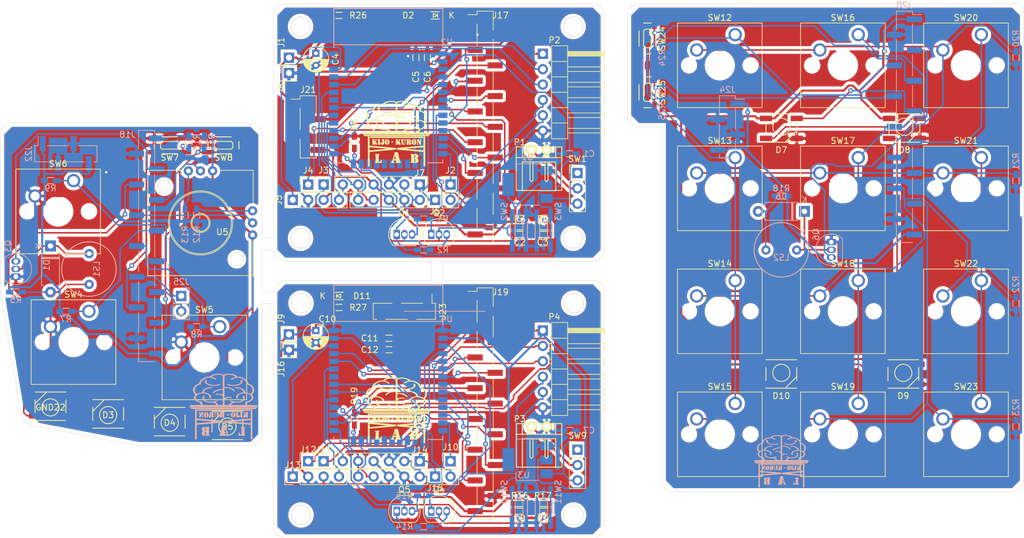
<source format=kicad_pcb>
(kicad_pcb (version 20171130) (host pcbnew "(5.1.5)-3")
  (layers (0 F.Cu signal) (31 B.Cu signal) (34 B.Paste user) (35 F.Paste user) (36 B.SilkS user) (37 F.SilkS user) (38 B.Mask user) (39 F.Mask user) (44 Edge.Cuts user))
  (net 0 "")
  (net 1 /Sheet5F548957/Vcc)
  (net 2 /Sheet5F548957/IO0)
  (net 3 /Sheet5F548957/EN)
  (net 4 /Sheet5F548957/3v3)
  (net 5 /Sheet5F548F88/Vcc)
  (net 6 /Sheet5F548F88/IO0)
  (net 7 /Sheet5F548F88/EN)
  (net 8 /Sheet5F548F88/3v3)
  (net 9 "Net-(D1-Pad2)")
  (net 10 "Net-(D1-Pad1)")
  (net 11 /Sheet5F548957/LEDs)
  (net 12 "Net-(D3-Pad2)")
  (net 13 "Net-(D4-Pad2)")
  (net 14 "Net-(D5-Pad2)")
  (net 15 "Net-(D6-Pad1)")
  (net 16 "Net-(D6-Pad2)")
  (net 17 "Net-(D7-Pad2)")
  (net 18 /Sheet5F548F88/LEDs)
  (net 19 "Net-(D8-Pad2)")
  (net 20 "Net-(D10-Pad4)")
  (net 21 "Net-(D10-Pad2)")
  (net 22 "Net-(J2-Pad2)")
  (net 23 "Net-(J2-Pad1)")
  (net 24 "Net-(J3-Pad1)")
  (net 25 "Net-(J4-Pad1)")
  (net 26 /Sheet5F548957/SCL)
  (net 27 /Sheet5F548957/SDA)
  (net 28 /Sheet5F548957/CS1)
  (net 29 /Sheet5F548957/SCK)
  (net 30 /Sheet5F548957/MOSI)
  (net 31 /Sheet5F548957/MISO)
  (net 32 /Sheet5F548957/CS2)
  (net 33 "Net-(J10-Pad1)")
  (net 34 "Net-(J10-Pad2)")
  (net 35 "Net-(J11-Pad1)")
  (net 36 "Net-(J12-Pad1)")
  (net 37 /Sheet5F548F88/SCL)
  (net 38 /Sheet5F548F88/SDA)
  (net 39 /Sheet5F548F88/CS1)
  (net 40 /Sheet5F548F88/SCK)
  (net 41 /Sheet5F548F88/MOSI)
  (net 42 /Sheet5F548F88/MISO)
  (net 43 /Sheet5F548F88/CS2)
  (net 44 /Sheet5F548957/RXD)
  (net 45 /Sheet5F548957/TXD)
  (net 46 /Sheet5F548957/RTS)
  (net 47 /Sheet5F548957/DTR)
  (net 48 /Sheet5F548F88/DTR)
  (net 49 /Sheet5F548F88/RTS)
  (net 50 /Sheet5F548F88/TXD)
  (net 51 /Sheet5F548F88/RXD)
  (net 52 "Net-(Q1-Pad3)")
  (net 53 "Net-(Q2-Pad3)")
  (net 54 /Sheet5F548957/spk)
  (net 55 "Net-(Q4-Pad3)")
  (net 56 "Net-(Q5-Pad3)")
  (net 57 /Sheet5F548F88/spk)
  (net 58 "Net-(R6-Pad1)")
  (net 59 /Sheet5F548957/enter)
  (net 60 /Sheet5F548957/conv)
  (net 61 /Sheet5F548957/back)
  (net 62 /Sheet5F548957/button1)
  (net 63 /Sheet5F548957/button2)
  (net 64 "Net-(R12-Pad2)")
  (net 65 /Sheet5F548957/jx)
  (net 66 /Sheet5F548957/jy)
  (net 67 "Net-(R19-Pad1)")
  (net 68 /Sheet5F548F88/r1)
  (net 69 /Sheet5F548F88/r2)
  (net 70 /Sheet5F548F88/r3)
  (net 71 /Sheet5F548F88/r4)
  (net 72 /Sheet5F548F88/button1)
  (net 73 /Sheet5F548F88/button2)
  (net 74 "Net-(SW1-Pad1)")
  (net 75 "Net-(SW9-Pad1)")
  (net 76 /Sheet5F548F88/c1)
  (net 77 /Sheet5F548F88/c2)
  (net 78 /Sheet5F548F88/c3)
  (net 79 "Net-(U2-Pad32)")
  (net 80 "Net-(U2-Pad17)")
  (net 81 "Net-(U2-Pad18)")
  (net 82 "Net-(U2-Pad19)")
  (net 83 "Net-(U2-Pad20)")
  (net 84 "Net-(U2-Pad21)")
  (net 85 "Net-(U2-Pad22)")
  (net 86 "Net-(U4-Pad22)")
  (net 87 "Net-(U4-Pad21)")
  (net 88 "Net-(U4-Pad20)")
  (net 89 "Net-(U4-Pad19)")
  (net 90 "Net-(U4-Pad18)")
  (net 91 "Net-(U4-Pad17)")
  (net 92 "Net-(U4-Pad32)")
  (net 93 /Sheet5F548957/GND2)
  (net 94 /Sheet5F548F88/GND)
  (net 95 "Net-(D3-Pad4)")
  (net 96 "Net-(R13-Pad1)")
  (net 97 /Sheet5F548957/GND22)
  (net 98 /Sheet5F548957/3v32)
  (net 99 /Sheet5F548F88/3v32)
  (net 100 /Sheet5F548F88/LEDs2)
  (net 101 /Sheet5F548F88/GND2)
  (net 102 /Sheet5F548957/LEDs2)
  (net 103 /Sheet5F548957/button12)
  (net 104 /Sheet5F548957/conv2)
  (net 105 /Sheet5F548957/jy2)
  (net 106 /Sheet5F548957/button22)
  (net 107 /Sheet5F548957/back2)
  (net 108 /Sheet5F548957/enter2)
  (net 109 /Sheet5F548957/jx2)
  (net 110 /Sheet5F548957/spk2)
  (net 111 /Sheet5F548F88/r23)
  (net 112 /Sheet5F548F88/r21)
  (net 113 /Sheet5F548F88/c22)
  (net 114 /Sheet5F548F88/button22)
  (net 115 /Sheet5F548F88/r24)
  (net 116 /Sheet5F548F88/r22)
  (net 117 /Sheet5F548F88/c23)
  (net 118 /Sheet5F548F88/c12)
  (net 119 /Sheet5F548F88/button21)
  (net 120 /Sheet5F548F88/spk2)
  (net 121 "Net-(D2-Pad2)")
  (net 122 "Net-(D11-Pad2)")
  (net 123 /Sheet5F548957/dummy1)
  (net 124 /Sheet5F548957/dummy2)
  (net 125 /Sheet5F548957/dummy22)
  (net 126 /Sheet5F548957/dummy12)
  (net 127 "Net-(C1-Pad1)")
  (net 128 "Net-(C7-Pad1)")
  (module Symbol:Kijo-Kuron-LAB_small2 (layer B.Cu) (at 151.13 102.235 180)
    (fp_text reference G*** hide)
    (fp_text value LOGO hide)
  )
  (module Symbol:Kijo-Kuron-LAB_small (layer B.Cu) (at 59.055 93.345 180)
    (fp_text reference G*** hide)
    (fp_text value LOGO hide)
  )
  (module Symbol:Kijo-Kuron-LAB_small (layer F.Cu) (at 87.63 48.26)
    (fp_text reference G*** hide)
    (fp_text value LOGO hide)
  )
  (module Symbol:Kijo-Kuron-LAB_small (layer F.Cu) (at 87.63 93.98)
    (fp_text reference G*** hide)
    (fp_text value LOGO hide)
  )
  (module akizukit:SMD-1608 (layer B.Cu) (at 116.205 50.8)
    (fp_text reference C1 (at 3.175 0) (layer B.SilkS) (effects (justify mirror)))
    (fp_text value 0.1u)
    (pad 2 smd rect (at -1.016 0) (size 1.2 0.8) (layers B.Cu B.Paste B.Mask) (net 93 /Sheet5F548957/GND2))
    (pad 1 smd rect (at 1.016 0) (size 1.2 0.8) (layers B.Cu B.Paste B.Mask) (net 127 "Net-(C1-Pad1)"))
  )
  (module akizukit:SMD-1608 (layer F.Cu) (at 107.95 64.135 180)
    (fp_text reference C2 (at 0 -1.27) (layer F.SilkS))
    (fp_text value 0.1u)
    (pad 2 smd rect (at -1.016 0 180) (size 1.2 0.8) (layers F.Cu F.Paste F.Mask) (net 93 /Sheet5F548957/GND2))
    (pad 1 smd rect (at 1.016 0 180) (size 1.2 0.8) (layers F.Cu F.Paste F.Mask) (net 2 /Sheet5F548957/IO0))
  )
  (module akizukit:SMD-1608 (layer F.Cu) (at 111.76 64.135)
    (fp_text reference C3 (at 0 1.27) (layer F.SilkS))
    (fp_text value 0.1u)
    (pad 2 smd rect (at -1.016 0) (size 1.2 0.8) (layers F.Cu F.Paste F.Mask) (net 93 /Sheet5F548957/GND2))
    (pad 1 smd rect (at 1.016 0) (size 1.2 0.8) (layers F.Cu F.Paste F.Mask) (net 3 /Sheet5F548957/EN))
  )
  (module Capacitor_THT:CP_Radial_D4.0mm_P2.00mm (layer F.Cu) (at 74.295 34.195 270)
    (fp_text reference C4 (at 1 -3.25 90) (layer F.SilkS))
    (fp_text value 100u)
    (pad 1 thru_hole rect (at 0 0 270) (size 1.2 1.2) (drill 0.6) (layers *.Cu *.Mask) (net 4 /Sheet5F548957/3v3))
    (pad 2 thru_hole circle (at 2 0 270) (size 1.2 1.2) (drill 0.6) (layers *.Cu *.Mask) (net 93 /Sheet5F548957/GND2))
  )
  (module akizukit:SMD-1608 (layer F.Cu) (at 90.805 34.925 270)
    (fp_text reference C5 (at 3.175 0 90) (layer F.SilkS))
    (fp_text value 0.1u)
    (pad 2 smd rect (at -1.016 0 270) (size 1.2 0.8) (layers F.Cu F.Paste F.Mask) (net 93 /Sheet5F548957/GND2))
    (pad 1 smd rect (at 1.016 0 270) (size 1.2 0.8) (layers F.Cu F.Paste F.Mask) (net 4 /Sheet5F548957/3v3))
  )
  (module akizukit:SMD-1608 (layer F.Cu) (at 92.71 34.925 90)
    (fp_text reference C6 (at -3.175 0 90) (layer F.SilkS))
    (fp_text value 0.1u)
    (pad 2 smd rect (at -1.016 0 90) (size 1.2 0.8) (layers F.Cu F.Paste F.Mask) (net 4 /Sheet5F548957/3v3))
    (pad 1 smd rect (at 1.016 0 90) (size 1.2 0.8) (layers F.Cu F.Paste F.Mask) (net 93 /Sheet5F548957/GND2))
  )
  (module akizukit:SMD-1608 (layer B.Cu) (at 116.205 96.52)
    (fp_text reference C7 (at 3.175 0) (layer B.SilkS) (effects (justify mirror)))
    (fp_text value 0.1u)
    (pad 1 smd rect (at 1.016 0) (size 1.2 0.8) (layers B.Cu B.Paste B.Mask) (net 128 "Net-(C7-Pad1)"))
    (pad 2 smd rect (at -1.016 0) (size 1.2 0.8) (layers B.Cu B.Paste B.Mask) (net 94 /Sheet5F548F88/GND))
  )
  (module akizukit:SMD-1608 (layer F.Cu) (at 107.95 109.855 180)
    (fp_text reference C8 (at 0 -1.27 180) (layer F.SilkS))
    (fp_text value 0.1u)
    (pad 1 smd rect (at 1.016 0 180) (size 1.2 0.8) (layers F.Cu F.Paste F.Mask) (net 6 /Sheet5F548F88/IO0))
    (pad 2 smd rect (at -1.016 0 180) (size 1.2 0.8) (layers F.Cu F.Paste F.Mask) (net 94 /Sheet5F548F88/GND))
  )
  (module akizukit:SMD-1608 (layer F.Cu) (at 111.76 109.855)
    (fp_text reference C9 (at 0 1.27) (layer F.SilkS))
    (fp_text value 0.1u)
    (pad 1 smd rect (at 1.016 0) (size 1.2 0.8) (layers F.Cu F.Paste F.Mask) (net 7 /Sheet5F548F88/EN))
    (pad 2 smd rect (at -1.016 0) (size 1.2 0.8) (layers F.Cu F.Paste F.Mask) (net 94 /Sheet5F548F88/GND))
  )
  (module Capacitor_THT:CP_Radial_D4.0mm_P2.00mm (layer F.Cu) (at 74.295 80.01 270)
    (fp_text reference C10 (at -1.905 -1.905 180) (layer F.SilkS))
    (fp_text value 100u)
    (pad 2 thru_hole circle (at 2 0 270) (size 1.2 1.2) (drill 0.6) (layers *.Cu *.Mask) (net 94 /Sheet5F548F88/GND))
    (pad 1 thru_hole rect (at 0 0 270) (size 1.2 1.2) (drill 0.6) (layers *.Cu *.Mask) (net 8 /Sheet5F548F88/3v3))
  )
  (module akizukit:SMD-1608 (layer F.Cu) (at 86.36 81.28 180)
    (fp_text reference C11 (at 3.175 0 180) (layer F.SilkS))
    (fp_text value 0.1u)
    (pad 1 smd rect (at 1.016 0 180) (size 1.2 0.8) (layers F.Cu F.Paste F.Mask) (net 8 /Sheet5F548F88/3v3))
    (pad 2 smd rect (at -1.016 0 180) (size 1.2 0.8) (layers F.Cu F.Paste F.Mask) (net 94 /Sheet5F548F88/GND))
  )
  (module akizukit:SMD-1608 (layer F.Cu) (at 86.36 83.185)
    (fp_text reference C12 (at -3.175 0 180) (layer F.SilkS))
    (fp_text value 0.1u)
    (pad 1 smd rect (at 1.016 0) (size 1.2 0.8) (layers F.Cu F.Paste F.Mask) (net 94 /Sheet5F548F88/GND))
    (pad 2 smd rect (at -1.016 0) (size 1.2 0.8) (layers F.Cu F.Paste F.Mask) (net 8 /Sheet5F548F88/3v3))
  )
  (module Diode_THT:D_A-405_P7.62mm_Horizontal (layer B.Cu) (at 30.48 66.04 270)
    (fp_text reference D1 (at 3.175 0.635 90) (layer B.SilkS) (effects (justify mirror)))
    (fp_text value DIODE)
    (fp_text user K (at 0 1.9 90) (layer B.SilkS) (effects (justify mirror)))
    (pad 2 thru_hole oval (at 7.62 0 270) (size 1.8 1.8) (drill 0.9) (layers *.Cu *.Mask) (net 9 "Net-(D1-Pad2)"))
    (pad 1 thru_hole rect (at 0 0 270) (size 1.8 1.8) (drill 0.9) (layers *.Cu *.Mask) (net 10 "Net-(D1-Pad1)"))
  )
  (module Diode_THT:D_A-405_P7.62mm_Horizontal (layer B.Cu) (at 154.94 60.325 180)
    (fp_text reference D6 (at 3.81 2.47) (layer B.SilkS) (effects (justify mirror)))
    (fp_text value DIODE)
    (fp_text user K (at 0 1.9) (layer B.SilkS) (effects (justify mirror)))
    (pad 1 thru_hole rect (at 0 0 180) (size 1.8 1.8) (drill 0.9) (layers *.Cu *.Mask) (net 15 "Net-(D6-Pad1)"))
    (pad 2 thru_hole oval (at 7.62 0 180) (size 1.8 1.8) (drill 0.9) (layers *.Cu *.Mask) (net 16 "Net-(D6-Pad2)"))
  )
  (module Connector_PinHeader_2.54mm:PinHeader_1x01_P2.54mm_Vertical (layer F.Cu) (at 69.85 34.925)
    (fp_text reference J1 (at -1.27 -2.54 90) (layer F.SilkS))
    (fp_text value Conn_01x01)
    (pad 1 thru_hole rect (at 0 0) (size 1.7 1.7) (drill 1) (layers *.Cu *.Mask) (net 4 /Sheet5F548957/3v3))
  )
  (module Connector_PinHeader_2.54mm:PinHeader_1x01_P2.54mm_Vertical (layer F.Cu) (at 75.565 55.88)
    (fp_text reference J3 (at 0 -2.33) (layer F.SilkS))
    (fp_text value Conn_01x01)
    (pad 1 thru_hole rect (at 0 0) (size 1.7 1.7) (drill 1) (layers *.Cu *.Mask) (net 24 "Net-(J3-Pad1)"))
  )
  (module Connector_PinHeader_2.54mm:PinHeader_1x01_P2.54mm_Vertical (layer F.Cu) (at 73.025 55.88)
    (fp_text reference J4 (at 0 -2.33) (layer F.SilkS))
    (fp_text value Conn_01x01)
    (pad 1 thru_hole rect (at 0 0) (size 1.7 1.7) (drill 1) (layers *.Cu *.Mask) (net 25 "Net-(J4-Pad1)"))
  )
  (module Connector_PinHeader_2.54mm:PinHeader_1x04_P2.54mm_Vertical (layer F.Cu) (at 70.485 58.42 90)
    (fp_text reference J5 (at 0 -2.33 90) (layer F.SilkS))
    (fp_text value Conn_01x04)
    (pad 1 thru_hole rect (at 0 0 90) (size 1.7 1.7) (drill 1) (layers *.Cu *.Mask) (net 26 /Sheet5F548957/SCL))
    (pad 2 thru_hole oval (at 0 2.54 90) (size 1.7 1.7) (drill 1) (layers *.Cu *.Mask) (net 93 /Sheet5F548957/GND2))
    (pad 3 thru_hole oval (at 0 5.08 90) (size 1.7 1.7) (drill 1) (layers *.Cu *.Mask) (net 4 /Sheet5F548957/3v3))
    (pad 4 thru_hole oval (at 0 7.62 90) (size 1.7 1.7) (drill 1) (layers *.Cu *.Mask) (net 27 /Sheet5F548957/SDA))
  )
  (module Connector_PinHeader_2.54mm:PinHeader_1x06_P2.54mm_Vertical (layer F.Cu) (at 93.98 58.42 270)
    (fp_text reference J6 (at 1.845 0 180) (layer F.SilkS))
    (fp_text value Conn_01x06)
    (pad 6 thru_hole oval (at 0 12.7 270) (size 1.7 1.7) (drill 1) (layers *.Cu *.Mask) (net 28 /Sheet5F548957/CS1))
    (pad 5 thru_hole oval (at 0 10.16 270) (size 1.7 1.7) (drill 1) (layers *.Cu *.Mask) (net 29 /Sheet5F548957/SCK))
    (pad 4 thru_hole oval (at 0 7.62 270) (size 1.7 1.7) (drill 1) (layers *.Cu *.Mask) (net 4 /Sheet5F548957/3v3))
    (pad 3 thru_hole oval (at 0 5.08 270) (size 1.7 1.7) (drill 1) (layers *.Cu *.Mask) (net 93 /Sheet5F548957/GND2))
    (pad 2 thru_hole oval (at 0 2.54 270) (size 1.7 1.7) (drill 1) (layers *.Cu *.Mask) (net 30 /Sheet5F548957/MOSI))
    (pad 1 thru_hole rect (at 0 0 270) (size 1.7 1.7) (drill 1) (layers *.Cu *.Mask) (net 31 /Sheet5F548957/MISO))
  )
  (module Connector_PinHeader_2.54mm:PinHeader_1x06_P2.54mm_Vertical (layer F.Cu) (at 91.44 55.88 270)
    (fp_text reference J7 (at -1.905 0 180) (layer F.SilkS))
    (fp_text value Conn_01x06)
    (pad 1 thru_hole rect (at 0 0 270) (size 1.7 1.7) (drill 1) (layers *.Cu *.Mask) (net 31 /Sheet5F548957/MISO))
    (pad 2 thru_hole oval (at 0 2.54 270) (size 1.7 1.7) (drill 1) (layers *.Cu *.Mask) (net 30 /Sheet5F548957/MOSI))
    (pad 3 thru_hole oval (at 0 5.08 270) (size 1.7 1.7) (drill 1) (layers *.Cu *.Mask) (net 93 /Sheet5F548957/GND2))
    (pad 4 thru_hole oval (at 0 7.62 270) (size 1.7 1.7) (drill 1) (layers *.Cu *.Mask) (net 4 /Sheet5F548957/3v3))
    (pad 5 thru_hole oval (at 0 10.16 270) (size 1.7 1.7) (drill 1) (layers *.Cu *.Mask) (net 29 /Sheet5F548957/SCK))
    (pad 6 thru_hole oval (at 0 12.7 270) (size 1.7 1.7) (drill 1) (layers *.Cu *.Mask) (net 32 /Sheet5F548957/CS2))
  )
  (module Connector_PinHeader_2.54mm:PinHeader_1x01_P2.54mm_Vertical (layer F.Cu) (at 69.85 37.465)
    (fp_text reference J8 (at -1.27 2.54 90) (layer F.SilkS))
    (fp_text value Conn_01x01)
    (pad 1 thru_hole rect (at 0 0) (size 1.7 1.7) (drill 1) (layers *.Cu *.Mask) (net 93 /Sheet5F548957/GND2))
  )
  (module Connector_PinHeader_2.54mm:PinHeader_1x01_P2.54mm_Vertical (layer F.Cu) (at 69.85 80.645)
    (fp_text reference J9 (at -1.27 -2.54 270) (layer F.SilkS))
    (fp_text value Conn_01x01)
    (pad 1 thru_hole rect (at 0 0) (size 1.7 1.7) (drill 1) (layers *.Cu *.Mask) (net 8 /Sheet5F548F88/3v3))
  )
  (module Connector_PinHeader_2.54mm:PinHeader_1x02_P2.54mm_Vertical (layer F.Cu) (at 96.52 101.6)
    (fp_text reference J10 (at 0 -2.33) (layer F.SilkS))
    (fp_text value Conn_01x02)
    (pad 1 thru_hole rect (at 0 0) (size 1.7 1.7) (drill 1) (layers *.Cu *.Mask) (net 33 "Net-(J10-Pad1)"))
    (pad 2 thru_hole oval (at 0 2.54) (size 1.7 1.7) (drill 1) (layers *.Cu *.Mask) (net 34 "Net-(J10-Pad2)"))
  )
  (module Connector_PinHeader_2.54mm:PinHeader_1x01_P2.54mm_Vertical (layer F.Cu) (at 75.565 101.6)
    (fp_text reference J11 (at 0 -1.905) (layer F.SilkS))
    (fp_text value Conn_01x01)
    (pad 1 thru_hole rect (at 0 0) (size 1.7 1.7) (drill 1) (layers *.Cu *.Mask) (net 35 "Net-(J11-Pad1)"))
  )
  (module Connector_PinHeader_2.54mm:PinHeader_1x01_P2.54mm_Vertical (layer F.Cu) (at 73.025 101.6)
    (fp_text reference J12 (at 0 -1.905) (layer F.SilkS))
    (fp_text value Conn_01x01)
    (pad 1 thru_hole rect (at 0 0) (size 1.7 1.7) (drill 1) (layers *.Cu *.Mask) (net 36 "Net-(J12-Pad1)"))
  )
  (module Connector_PinHeader_2.54mm:PinHeader_1x04_P2.54mm_Vertical (layer F.Cu) (at 70.485 104.14 90)
    (fp_text reference J13 (at 1.905 0 180) (layer F.SilkS))
    (fp_text value Conn_01x04)
    (pad 1 thru_hole rect (at 0 0 90) (size 1.7 1.7) (drill 1) (layers *.Cu *.Mask) (net 37 /Sheet5F548F88/SCL))
    (pad 2 thru_hole oval (at 0 2.54 90) (size 1.7 1.7) (drill 1) (layers *.Cu *.Mask) (net 94 /Sheet5F548F88/GND))
    (pad 3 thru_hole oval (at 0 5.08 90) (size 1.7 1.7) (drill 1) (layers *.Cu *.Mask) (net 8 /Sheet5F548F88/3v3))
    (pad 4 thru_hole oval (at 0 7.62 90) (size 1.7 1.7) (drill 1) (layers *.Cu *.Mask) (net 38 /Sheet5F548F88/SDA))
  )
  (module Connector_PinHeader_2.54mm:PinHeader_1x06_P2.54mm_Vertical (layer F.Cu) (at 91.44 101.6 270)
    (fp_text reference J14 (at -1.905 0 180) (layer F.SilkS))
    (fp_text value Conn_01x06)
    (pad 6 thru_hole oval (at 0 12.7 270) (size 1.7 1.7) (drill 1) (layers *.Cu *.Mask) (net 39 /Sheet5F548F88/CS1))
    (pad 5 thru_hole oval (at 0 10.16 270) (size 1.7 1.7) (drill 1) (layers *.Cu *.Mask) (net 40 /Sheet5F548F88/SCK))
    (pad 4 thru_hole oval (at 0 7.62 270) (size 1.7 1.7) (drill 1) (layers *.Cu *.Mask) (net 8 /Sheet5F548F88/3v3))
    (pad 3 thru_hole oval (at 0 5.08 270) (size 1.7 1.7) (drill 1) (layers *.Cu *.Mask) (net 94 /Sheet5F548F88/GND))
    (pad 2 thru_hole oval (at 0 2.54 270) (size 1.7 1.7) (drill 1) (layers *.Cu *.Mask) (net 41 /Sheet5F548F88/MOSI))
    (pad 1 thru_hole rect (at 0 0 270) (size 1.7 1.7) (drill 1) (layers *.Cu *.Mask) (net 42 /Sheet5F548F88/MISO))
  )
  (module Connector_PinHeader_2.54mm:PinHeader_1x06_P2.54mm_Vertical (layer F.Cu) (at 93.98 104.14 270)
    (fp_text reference J15 (at 1.905 0 180) (layer F.SilkS))
    (fp_text value Conn_01x06)
    (pad 1 thru_hole rect (at 0 0 270) (size 1.7 1.7) (drill 1) (layers *.Cu *.Mask) (net 42 /Sheet5F548F88/MISO))
    (pad 2 thru_hole oval (at 0 2.54 270) (size 1.7 1.7) (drill 1) (layers *.Cu *.Mask) (net 41 /Sheet5F548F88/MOSI))
    (pad 3 thru_hole oval (at 0 5.08 270) (size 1.7 1.7) (drill 1) (layers *.Cu *.Mask) (net 94 /Sheet5F548F88/GND))
    (pad 4 thru_hole oval (at 0 7.62 270) (size 1.7 1.7) (drill 1) (layers *.Cu *.Mask) (net 8 /Sheet5F548F88/3v3))
    (pad 5 thru_hole oval (at 0 10.16 270) (size 1.7 1.7) (drill 1) (layers *.Cu *.Mask) (net 40 /Sheet5F548F88/SCK))
    (pad 6 thru_hole oval (at 0 12.7 270) (size 1.7 1.7) (drill 1) (layers *.Cu *.Mask) (net 43 /Sheet5F548F88/CS2))
  )
  (module Connector_PinHeader_2.54mm:PinHeader_1x01_P2.54mm_Vertical (layer F.Cu) (at 69.85 83.185)
    (fp_text reference J16 (at -1.27 3.175 270) (layer F.SilkS))
    (fp_text value Conn_01x01)
    (pad 1 thru_hole rect (at 0 0) (size 1.7 1.7) (drill 1) (layers *.Cu *.Mask) (net 94 /Sheet5F548F88/GND))
  )
  (module akizukit:small_speaker (layer B.Cu) (at 36.83 69.85 90)
    (fp_text reference LS1 (at 0 1.27 90) (layer B.SilkS) (effects (justify mirror)))
    (fp_text value Speaker)
    (pad 1 thru_hole circle (at -2.54 0.04 90) (size 1.524 1.524) (drill 0.762) (layers *.Cu *.Mask) (net 9 "Net-(D1-Pad2)"))
    (pad 2 thru_hole circle (at 2.54 0.04 90) (size 1.524 1.524) (drill 0.762) (layers *.Cu *.Mask) (net 10 "Net-(D1-Pad1)"))
  )
  (module akizukit:small_speaker (layer B.Cu) (at 151.13 66.675)
    (fp_text reference LS2 (at 0 1.27) (layer B.SilkS) (effects (justify mirror)))
    (fp_text value Speaker)
    (pad 2 thru_hole circle (at 2.54 0.04) (size 1.524 1.524) (drill 0.762) (layers *.Cu *.Mask) (net 15 "Net-(D6-Pad1)"))
    (pad 1 thru_hole circle (at -2.54 0.04) (size 1.524 1.524) (drill 0.762) (layers *.Cu *.Mask) (net 16 "Net-(D6-Pad2)"))
  )
  (module akizukit:Connector_EH_2pin (layer F.Cu) (at 111.125 50.165 180)
    (fp_text reference P1 (at 3.175 1.27) (layer F.SilkS))
    (fp_text value CONN_01X02)
    (pad 1 thru_hole circle (at -1.25 0 180) (size 1.7 1.7) (drill 1) (layers *.Cu *.Mask F.SilkS) (net 93 /Sheet5F548957/GND2))
    (pad 2 thru_hole circle (at 1.25 0 180) (size 1.7 1.7) (drill 1) (layers *.Cu *.Mask F.SilkS) (net 1 /Sheet5F548957/Vcc))
  )
  (module akizukit:Connector_EH_2pin (layer F.Cu) (at 111.125 95.885 180)
    (fp_text reference P3 (at 3.175 1.27) (layer F.SilkS))
    (fp_text value CONN_01X02)
    (pad 2 thru_hole circle (at 1.25 0 180) (size 1.7 1.7) (drill 1) (layers *.Cu *.Mask F.SilkS) (net 5 /Sheet5F548F88/Vcc))
    (pad 1 thru_hole circle (at -1.25 0 180) (size 1.7 1.7) (drill 1) (layers *.Cu *.Mask F.SilkS) (net 94 /Sheet5F548F88/GND))
  )
  (module Package_TO_SOT_THT:TO-92_Inline (layer F.Cu) (at 87.63 64.135)
    (fp_text reference Q1 (at 1.27 -3.56) (layer F.SilkS))
    (fp_text value 2SC1815)
    (pad 2 thru_hole oval (at 1.27 0) (size 1.05 1.5) (drill 0.75) (layers *.Cu *.Mask) (net 3 /Sheet5F548957/EN))
    (pad 3 thru_hole oval (at 2.54 0) (size 1.05 1.5) (drill 0.75) (layers *.Cu *.Mask) (net 52 "Net-(Q1-Pad3)"))
    (pad 1 thru_hole rect (at 0 0) (size 1.05 1.5) (drill 0.75) (layers *.Cu *.Mask) (net 46 /Sheet5F548957/RTS))
  )
  (module Package_TO_SOT_THT:TO-92_Inline (layer F.Cu) (at 93.345 64.135)
    (fp_text reference Q2 (at 1.27 -3.56) (layer F.SilkS))
    (fp_text value 2SC1815)
    (pad 1 thru_hole rect (at 0 0) (size 1.05 1.5) (drill 0.75) (layers *.Cu *.Mask) (net 47 /Sheet5F548957/DTR))
    (pad 3 thru_hole oval (at 2.54 0) (size 1.05 1.5) (drill 0.75) (layers *.Cu *.Mask) (net 53 "Net-(Q2-Pad3)"))
    (pad 2 thru_hole oval (at 1.27 0) (size 1.05 1.5) (drill 0.75) (layers *.Cu *.Mask) (net 2 /Sheet5F548957/IO0))
  )
  (module Package_TO_SOT_THT:TO-92_Inline (layer B.Cu) (at 24.765 71.12 90)
    (fp_text reference Q3 (at 5.08 -1.27 90) (layer B.SilkS) (effects (justify mirror)))
    (fp_text value 2SC1815)
    (pad 1 thru_hole rect (at 0 0 90) (size 1.05 1.5) (drill 0.75) (layers *.Cu *.Mask) (net 97 /Sheet5F548957/GND22))
    (pad 3 thru_hole oval (at 2.54 0 90) (size 1.05 1.5) (drill 0.75) (layers *.Cu *.Mask) (net 110 /Sheet5F548957/spk2))
    (pad 2 thru_hole oval (at 1.27 0 90) (size 1.05 1.5) (drill 0.75) (layers *.Cu *.Mask) (net 10 "Net-(D1-Pad1)"))
  )
  (module Package_TO_SOT_THT:TO-92_Inline (layer F.Cu) (at 93.345 109.855)
    (fp_text reference Q4 (at 1.27 -3.56) (layer F.SilkS))
    (fp_text value 2SC1815)
    (pad 2 thru_hole oval (at 1.27 0) (size 1.05 1.5) (drill 0.75) (layers *.Cu *.Mask) (net 7 /Sheet5F548F88/EN))
    (pad 3 thru_hole oval (at 2.54 0) (size 1.05 1.5) (drill 0.75) (layers *.Cu *.Mask) (net 55 "Net-(Q4-Pad3)"))
    (pad 1 thru_hole rect (at 0 0) (size 1.05 1.5) (drill 0.75) (layers *.Cu *.Mask) (net 49 /Sheet5F548F88/RTS))
  )
  (module Package_TO_SOT_THT:TO-92_Inline (layer F.Cu) (at 87.63 109.855)
    (fp_text reference Q5 (at 1.27 -3.56) (layer F.SilkS))
    (fp_text value 2SC1815)
    (pad 1 thru_hole rect (at 0 0) (size 1.05 1.5) (drill 0.75) (layers *.Cu *.Mask) (net 48 /Sheet5F548F88/DTR))
    (pad 3 thru_hole oval (at 2.54 0) (size 1.05 1.5) (drill 0.75) (layers *.Cu *.Mask) (net 56 "Net-(Q5-Pad3)"))
    (pad 2 thru_hole oval (at 1.27 0) (size 1.05 1.5) (drill 0.75) (layers *.Cu *.Mask) (net 6 /Sheet5F548F88/IO0))
  )
  (module Package_TO_SOT_THT:TO-92_Inline (layer B.Cu) (at 159.385 65.405 270)
    (fp_text reference Q6 (at -1.27 2.54 90) (layer B.SilkS) (effects (justify mirror)))
    (fp_text value 2SC1815)
    (pad 2 thru_hole oval (at 1.27 0 270) (size 1.05 1.5) (drill 0.75) (layers *.Cu *.Mask) (net 15 "Net-(D6-Pad1)"))
    (pad 3 thru_hole oval (at 2.54 0 270) (size 1.05 1.5) (drill 0.75) (layers *.Cu *.Mask) (net 120 /Sheet5F548F88/spk2))
    (pad 1 thru_hole rect (at 0 0 270) (size 1.05 1.5) (drill 0.75) (layers *.Cu *.Mask) (net 101 /Sheet5F548F88/GND2))
  )
  (module akizukit:SMD-1608 (layer B.Cu) (at 92.075 61.595 180)
    (fp_text reference R1 (at -3.175 0) (layer B.SilkS) (effects (justify mirror)))
    (fp_text value 1k)
    (pad 1 smd rect (at 1.016 0 180) (size 1.2 0.8) (layers B.Cu B.Paste B.Mask) (net 52 "Net-(Q1-Pad3)"))
    (pad 2 smd rect (at -1.016 0 180) (size 1.2 0.8) (layers B.Cu B.Paste B.Mask) (net 47 /Sheet5F548957/DTR))
  )
  (module akizukit:SMD-1608 (layer B.Cu) (at 92.075 66.675)
    (fp_text reference R2 (at 3.175 0) (layer B.SilkS) (effects (justify mirror)))
    (fp_text value 1k)
    (pad 1 smd rect (at 1.016 0) (size 1.2 0.8) (layers B.Cu B.Paste B.Mask) (net 53 "Net-(Q2-Pad3)"))
    (pad 2 smd rect (at -1.016 0) (size 1.2 0.8) (layers B.Cu B.Paste B.Mask) (net 46 /Sheet5F548957/RTS))
  )
  (module akizukit:SMD-1608 (layer F.Cu) (at 107.95 62.865)
    (fp_text reference R3 (at 0 -1.27) (layer F.SilkS))
    (fp_text value 1k)
    (pad 1 smd rect (at 1.016 0) (size 1.2 0.8) (layers F.Cu F.Paste F.Mask) (net 4 /Sheet5F548957/3v3))
    (pad 2 smd rect (at -1.016 0) (size 1.2 0.8) (layers F.Cu F.Paste F.Mask) (net 2 /Sheet5F548957/IO0))
  )
  (module akizukit:SMD-1608 (layer F.Cu) (at 111.76 62.865 180)
    (fp_text reference R4 (at 0 1.27) (layer F.SilkS))
    (fp_text value 1k)
    (pad 1 smd rect (at 1.016 0 180) (size 1.2 0.8) (layers F.Cu F.Paste F.Mask) (net 4 /Sheet5F548957/3v3))
    (pad 2 smd rect (at -1.016 0 180) (size 1.2 0.8) (layers F.Cu F.Paste F.Mask) (net 3 /Sheet5F548957/EN))
  )
  (module akizukit:SMD-1608 (layer B.Cu) (at 24.765 73.66)
    (fp_text reference R5 (at 0 1.27) (layer B.SilkS) (effects (justify mirror)))
    (fp_text value 1k)
    (pad 2 smd rect (at -1.016 0) (size 1.2 0.8) (layers B.Cu B.Paste B.Mask) (net 98 /Sheet5F548957/3v32))
    (pad 1 smd rect (at 1.016 0) (size 1.2 0.8) (layers B.Cu B.Paste B.Mask) (net 9 "Net-(D1-Pad2)"))
  )
  (module akizukit:SMD-1608 (layer F.Cu) (at 80.645 48.895 270)
    (fp_text reference R6 (at -2.921 0 90) (layer F.SilkS))
    (fp_text value 1k)
    (pad 2 smd rect (at -1.016 0 270) (size 1.2 0.8) (layers F.Cu F.Paste F.Mask) (net 93 /Sheet5F548957/GND2))
    (pad 1 smd rect (at 1.016 0 270) (size 1.2 0.8) (layers F.Cu F.Paste F.Mask) (net 58 "Net-(R6-Pad1)"))
  )
  (module akizukit:SMD-1608 (layer B.Cu) (at 33.02 76.835)
    (fp_text reference R7 (at 0 1.27) (layer B.SilkS) (effects (justify mirror)))
    (fp_text value 1k)
    (pad 1 smd rect (at 1.016 0) (size 1.2 0.8) (layers B.Cu B.Paste B.Mask) (net 108 /Sheet5F548957/enter2))
    (pad 2 smd rect (at -1.016 0) (size 1.2 0.8) (layers B.Cu B.Paste B.Mask) (net 98 /Sheet5F548957/3v32))
  )
  (module akizukit:SMD-1608 (layer B.Cu) (at 54.61 79.375)
    (fp_text reference R8 (at 0 1.27) (layer B.SilkS) (effects (justify mirror)))
    (fp_text value 1k)
    (pad 2 smd rect (at -1.016 0) (size 1.2 0.8) (layers B.Cu B.Paste B.Mask) (net 98 /Sheet5F548957/3v32))
    (pad 1 smd rect (at 1.016 0) (size 1.2 0.8) (layers B.Cu B.Paste B.Mask) (net 104 /Sheet5F548957/conv2))
  )
  (module akizukit:SMD-1608 (layer B.Cu) (at 30.48 55.245)
    (fp_text reference R9 (at 0 1.27) (layer B.SilkS) (effects (justify mirror)))
    (fp_text value 1k)
    (pad 1 smd rect (at 1.016 0) (size 1.2 0.8) (layers B.Cu B.Paste B.Mask) (net 107 /Sheet5F548957/back2))
    (pad 2 smd rect (at -1.016 0) (size 1.2 0.8) (layers B.Cu B.Paste B.Mask) (net 98 /Sheet5F548957/3v32))
  )
  (module akizukit:SMD-1608 (layer B.Cu) (at 53.34 48.895 270)
    (fp_text reference R10 (at 0 -1.27 90) (layer B.SilkS) (effects (justify mirror)))
    (fp_text value 1k)
    (pad 1 smd rect (at 1.016 0 270) (size 1.2 0.8) (layers B.Cu B.Paste B.Mask) (net 103 /Sheet5F548957/button12))
    (pad 2 smd rect (at -1.016 0 270) (size 1.2 0.8) (layers B.Cu B.Paste B.Mask) (net 98 /Sheet5F548957/3v32))
  )
  (module akizukit:SMD-1608 (layer B.Cu) (at 55.88 48.895 270)
    (fp_text reference R11 (at 0 -1.27 90) (layer B.SilkS) (effects (justify mirror)))
    (fp_text value 1k)
    (pad 2 smd rect (at -1.016 0 270) (size 1.2 0.8) (layers B.Cu B.Paste B.Mask) (net 98 /Sheet5F548957/3v32))
    (pad 1 smd rect (at 1.016 0 270) (size 1.2 0.8) (layers B.Cu B.Paste B.Mask) (net 106 /Sheet5F548957/button22))
  )
  (module akizukit:SMD-1608 (layer B.Cu) (at 54.61 60.96 270)
    (fp_text reference R12 (at 3.175 0 270) (layer B.SilkS) (effects (justify mirror)))
    (fp_text value 100)
    (pad 2 smd rect (at -1.016 0 270) (size 1.2 0.8) (layers B.Cu B.Paste B.Mask) (net 64 "Net-(R12-Pad2)"))
    (pad 1 smd rect (at 1.016 0 270) (size 1.2 0.8) (layers B.Cu B.Paste B.Mask) (net 97 /Sheet5F548957/GND22))
  )
  (module akizukit:SMD-1608 (layer B.Cu) (at 92.075 112.395)
    (fp_text reference R14 (at -3.175 0) (layer B.SilkS) (effects (justify mirror)))
    (fp_text value 1k)
    (pad 2 smd rect (at -1.016 0) (size 1.2 0.8) (layers B.Cu B.Paste B.Mask) (net 48 /Sheet5F548F88/DTR))
    (pad 1 smd rect (at 1.016 0) (size 1.2 0.8) (layers B.Cu B.Paste B.Mask) (net 55 "Net-(Q4-Pad3)"))
  )
  (module akizukit:SMD-1608 (layer B.Cu) (at 92.075 107.315 180)
    (fp_text reference R15 (at 3.175 0) (layer B.SilkS) (effects (justify mirror)))
    (fp_text value 1k)
    (pad 1 smd rect (at 1.016 0 180) (size 1.2 0.8) (layers B.Cu B.Paste B.Mask) (net 56 "Net-(Q5-Pad3)"))
    (pad 2 smd rect (at -1.016 0 180) (size 1.2 0.8) (layers B.Cu B.Paste B.Mask) (net 49 /Sheet5F548F88/RTS))
  )
  (module akizukit:SMD-1608 (layer F.Cu) (at 107.95 108.585)
    (fp_text reference R16 (at 0 -1.27) (layer F.SilkS))
    (fp_text value 1k)
    (pad 2 smd rect (at -1.016 0) (size 1.2 0.8) (layers F.Cu F.Paste F.Mask) (net 6 /Sheet5F548F88/IO0))
    (pad 1 smd rect (at 1.016 0) (size 1.2 0.8) (layers F.Cu F.Paste F.Mask) (net 8 /Sheet5F548F88/3v3))
  )
  (module akizukit:SMD-1608 (layer F.Cu) (at 111.76 108.585 180)
    (fp_text reference R17 (at 0 1.27) (layer F.SilkS))
    (fp_text value 1k)
    (pad 2 smd rect (at -1.016 0 180) (size 1.2 0.8) (layers F.Cu F.Paste F.Mask) (net 7 /Sheet5F548F88/EN))
    (pad 1 smd rect (at 1.016 0 180) (size 1.2 0.8) (layers F.Cu F.Paste F.Mask) (net 8 /Sheet5F548F88/3v3))
  )
  (module akizukit:SMD-1608 (layer B.Cu) (at 151.13 57.785 180)
    (fp_text reference R18 (at 0 1.27) (layer B.SilkS) (effects (justify mirror)))
    (fp_text value 1k)
    (pad 1 smd rect (at 1.016 0 180) (size 1.2 0.8) (layers B.Cu B.Paste B.Mask) (net 16 "Net-(D6-Pad2)"))
    (pad 2 smd rect (at -1.016 0 180) (size 1.2 0.8) (layers B.Cu B.Paste B.Mask) (net 99 /Sheet5F548F88/3v32))
  )
  (module akizukit:SMD-1608 (layer F.Cu) (at 80.645 94.615 270)
    (fp_text reference R19 (at -3.81 0 90) (layer F.SilkS))
    (fp_text value 1k)
    (pad 2 smd rect (at -1.016 0 270) (size 1.2 0.8) (layers F.Cu F.Paste F.Mask) (net 94 /Sheet5F548F88/GND))
    (pad 1 smd rect (at 1.016 0 270) (size 1.2 0.8) (layers F.Cu F.Paste F.Mask) (net 67 "Net-(R19-Pad1)"))
  )
  (module akizukit:SMD-1608 (layer B.Cu) (at 189.865 34.925 90)
    (fp_text reference R20 (at 3.175 0 270) (layer B.SilkS) (effects (justify mirror)))
    (fp_text value 1k)
    (pad 1 smd rect (at 1.016 0 90) (size 1.2 0.8) (layers B.Cu B.Paste B.Mask) (net 112 /Sheet5F548F88/r21))
    (pad 2 smd rect (at -1.016 0 90) (size 1.2 0.8) (layers B.Cu B.Paste B.Mask) (net 101 /Sheet5F548F88/GND2))
  )
  (module akizukit:SMD-1608 (layer B.Cu) (at 189.865 55.245 90)
    (fp_text reference R21 (at 3.175 0 270) (layer B.SilkS) (effects (justify mirror)))
    (fp_text value 1k)
    (pad 2 smd rect (at -1.016 0 90) (size 1.2 0.8) (layers B.Cu B.Paste B.Mask) (net 101 /Sheet5F548F88/GND2))
    (pad 1 smd rect (at 1.016 0 90) (size 1.2 0.8) (layers B.Cu B.Paste B.Mask) (net 116 /Sheet5F548F88/r22))
  )
  (module akizukit:SMD-1608 (layer B.Cu) (at 189.865 75.565 90)
    (fp_text reference R22 (at 3.175 0 270) (layer B.SilkS) (effects (justify mirror)))
    (fp_text value 1k)
    (pad 1 smd rect (at 1.016 0 90) (size 1.2 0.8) (layers B.Cu B.Paste B.Mask) (net 111 /Sheet5F548F88/r23))
    (pad 2 smd rect (at -1.016 0 90) (size 1.2 0.8) (layers B.Cu B.Paste B.Mask) (net 101 /Sheet5F548F88/GND2))
  )
  (module akizukit:SMD-1608 (layer B.Cu) (at 189.865 95.885 90)
    (fp_text reference R23 (at 3.175 0 270) (layer B.SilkS) (effects (justify mirror)))
    (fp_text value 1k)
    (pad 2 smd rect (at -1.016 0 90) (size 1.2 0.8) (layers B.Cu B.Paste B.Mask) (net 101 /Sheet5F548F88/GND2))
    (pad 1 smd rect (at 1.016 0 90) (size 1.2 0.8) (layers B.Cu B.Paste B.Mask) (net 115 /Sheet5F548F88/r24))
  )
  (module akizukit:SMD-1608 (layer B.Cu) (at 131.445 31.75 270)
    (fp_text reference R24 (at 3.175 0 90) (layer B.SilkS) (effects (justify mirror)))
    (fp_text value 1k)
    (pad 2 smd rect (at -1.016 0 270) (size 1.2 0.8) (layers B.Cu B.Paste B.Mask) (net 119 /Sheet5F548F88/button21))
    (pad 1 smd rect (at 1.016 0 270) (size 1.2 0.8) (layers B.Cu B.Paste B.Mask) (net 101 /Sheet5F548F88/GND2))
  )
  (module akizukit:SMD-1608 (layer B.Cu) (at 131.445 40.64 270)
    (fp_text reference R25 (at 3.175 0 90) (layer B.SilkS) (effects (justify mirror)))
    (fp_text value 1k)
    (pad 1 smd rect (at 1.016 0 270) (size 1.2 0.8) (layers B.Cu B.Paste B.Mask) (net 101 /Sheet5F548F88/GND2))
    (pad 2 smd rect (at -1.016 0 270) (size 1.2 0.8) (layers B.Cu B.Paste B.Mask) (net 114 /Sheet5F548F88/button22))
  )
  (module Connector_PinHeader_2.54mm:PinHeader_1x03_P2.54mm_Vertical (layer F.Cu) (at 117.475 53.975)
    (fp_text reference SW1 (at 0 -2.33) (layer F.SilkS))
    (fp_text value SW_SPDT)
    (pad 1 thru_hole rect (at 0 0) (size 1.7 1.7) (drill 1) (layers *.Cu *.Mask) (net 74 "Net-(SW1-Pad1)"))
    (pad 2 thru_hole oval (at 0 2.54) (size 1.7 1.7) (drill 1) (layers *.Cu *.Mask) (net 1 /Sheet5F548957/Vcc))
    (pad 3 thru_hole oval (at 0 5.08) (size 1.7 1.7) (drill 1) (layers *.Cu *.Mask) (net 127 "Net-(C1-Pad1)"))
  )
  (module akizukit:SMD_SW (layer B.Cu) (at 106.68 66.04 90)
    (fp_text reference SW2 (at 5.715 -1.27 90) (layer B.SilkS) (effects (justify mirror)))
    (fp_text value SW_Push)
    (pad 1 smd rect (at 0 2.286 90) (size 2 0.75) (layers B.Cu B.Paste B.Mask) (net 93 /Sheet5F548957/GND2))
    (pad 2 smd rect (at 0 0 90) (size 2 0.75) (layers B.Cu B.Paste B.Mask) (net 2 /Sheet5F548957/IO0))
    (pad 2 smd rect (at 5.08 0 90) (size 2 0.75) (layers B.Cu B.Paste B.Mask) (net 2 /Sheet5F548957/IO0))
    (pad 1 smd rect (at 5.08 2.286 90) (size 2 0.75) (layers B.Cu B.Paste B.Mask) (net 93 /Sheet5F548957/GND2))
  )
  (module akizukit:SMD_SW (layer B.Cu) (at 113.03 60.96 270)
    (fp_text reference SW3 (at -0.635 -1.27 90) (layer B.SilkS) (effects (justify mirror)))
    (fp_text value SW_Push)
    (pad 1 smd rect (at 0 2.286 270) (size 2 0.75) (layers B.Cu B.Paste B.Mask) (net 93 /Sheet5F548957/GND2))
    (pad 2 smd rect (at 0 0 270) (size 2 0.75) (layers B.Cu B.Paste B.Mask) (net 3 /Sheet5F548957/EN))
    (pad 2 smd rect (at 5.08 0 270) (size 2 0.75) (layers B.Cu B.Paste B.Mask) (net 3 /Sheet5F548957/EN))
    (pad 1 smd rect (at 5.08 2.286 270) (size 2 0.75) (layers B.Cu B.Paste B.Mask) (net 93 /Sheet5F548957/GND2))
  )
  (module Button_Switch_Keyboard:SW_Cherry_MX_1.00u_PCB (layer F.Cu) (at 36.83 76.835)
    (fp_text reference SW4 (at -2.54 -2.794) (layer F.SilkS))
    (fp_text value SW_Push)
    (pad 1 thru_hole circle (at 0 0) (size 2.2 2.2) (drill 1.5) (layers *.Cu *.Mask) (net 108 /Sheet5F548957/enter2))
    (pad 2 thru_hole circle (at -6.35 2.54) (size 2.2 2.2) (drill 1.5) (layers *.Cu *.Mask) (net 97 /Sheet5F548957/GND22))
    (pad "" np_thru_hole circle (at -2.54 5.08) (size 4 4) (drill 4) (layers *.Cu *.Mask))
    (pad "" np_thru_hole circle (at -7.62 5.08) (size 1.7 1.7) (drill 1.7) (layers *.Cu *.Mask))
    (pad "" np_thru_hole circle (at 2.54 5.08) (size 1.7 1.7) (drill 1.7) (layers *.Cu *.Mask))
  )
  (module Button_Switch_Keyboard:SW_Cherry_MX_1.00u_PCB (layer F.Cu) (at 58.42 79.375)
    (fp_text reference SW5 (at -2.54 -2.794) (layer F.SilkS))
    (fp_text value SW_Push)
    (pad 1 thru_hole circle (at 0 0) (size 2.2 2.2) (drill 1.5) (layers *.Cu *.Mask) (net 104 /Sheet5F548957/conv2))
    (pad 2 thru_hole circle (at -6.35 2.54) (size 2.2 2.2) (drill 1.5) (layers *.Cu *.Mask) (net 97 /Sheet5F548957/GND22))
    (pad "" np_thru_hole circle (at -2.54 5.08) (size 4 4) (drill 4) (layers *.Cu *.Mask))
    (pad "" np_thru_hole circle (at -7.62 5.08) (size 1.7 1.7) (drill 1.7) (layers *.Cu *.Mask))
    (pad "" np_thru_hole circle (at 2.54 5.08) (size 1.7 1.7) (drill 1.7) (layers *.Cu *.Mask))
  )
  (module Button_Switch_Keyboard:SW_Cherry_MX_1.00u_PCB (layer F.Cu) (at 34.29 55.245)
    (fp_text reference SW6 (at -2.54 -2.794) (layer F.SilkS))
    (fp_text value SW_Push)
    (pad "" np_thru_hole circle (at 2.54 5.08) (size 1.7 1.7) (drill 1.7) (layers *.Cu *.Mask))
    (pad "" np_thru_hole circle (at -7.62 5.08) (size 1.7 1.7) (drill 1.7) (layers *.Cu *.Mask))
    (pad "" np_thru_hole circle (at -2.54 5.08) (size 4 4) (drill 4) (layers *.Cu *.Mask))
    (pad 2 thru_hole circle (at -6.35 2.54) (size 2.2 2.2) (drill 1.5) (layers *.Cu *.Mask) (net 97 /Sheet5F548957/GND22))
    (pad 1 thru_hole circle (at 0 0) (size 2.2 2.2) (drill 1.5) (layers *.Cu *.Mask) (net 107 /Sheet5F548957/back2))
  )
  (module akizukit:SMD_SW (layer F.Cu) (at 52.705 48.26 180)
    (fp_text reference SW7 (at 2.54 -3.175) (layer F.SilkS))
    (fp_text value SW_Push)
    (pad 1 smd rect (at 5.08 -2.286 180) (size 2 0.75) (layers F.Cu F.Paste F.Mask) (net 103 /Sheet5F548957/button12))
    (pad 2 smd rect (at 5.08 0 180) (size 2 0.75) (layers F.Cu F.Paste F.Mask) (net 97 /Sheet5F548957/GND22))
    (pad 2 smd rect (at 0 0 180) (size 2 0.75) (layers F.Cu F.Paste F.Mask) (net 97 /Sheet5F548957/GND22))
    (pad 1 smd rect (at 0 -2.286 180) (size 2 0.75) (layers F.Cu F.Paste F.Mask) (net 103 /Sheet5F548957/button12))
  )
  (module akizukit:SMD_SW (layer F.Cu) (at 61.595 48.26 180)
    (fp_text reference SW8 (at 2.54 -3.175) (layer F.SilkS))
    (fp_text value SW_Push)
    (pad 1 smd rect (at 5.08 -2.286 180) (size 2 0.75) (layers F.Cu F.Paste F.Mask) (net 106 /Sheet5F548957/button22))
    (pad 2 smd rect (at 5.08 0 180) (size 2 0.75) (layers F.Cu F.Paste F.Mask) (net 97 /Sheet5F548957/GND22))
    (pad 2 smd rect (at 0 0 180) (size 2 0.75) (layers F.Cu F.Paste F.Mask) (net 97 /Sheet5F548957/GND22))
    (pad 1 smd rect (at 0 -2.286 180) (size 2 0.75) (layers F.Cu F.Paste F.Mask) (net 106 /Sheet5F548957/button22))
  )
  (module Connector_PinHeader_2.54mm:PinHeader_1x03_P2.54mm_Vertical (layer F.Cu) (at 117.475 99.695)
    (fp_text reference SW9 (at 0 -2.33) (layer F.SilkS))
    (fp_text value SW_SPDT)
    (pad 3 thru_hole oval (at 0 5.08) (size 1.7 1.7) (drill 1) (layers *.Cu *.Mask) (net 128 "Net-(C7-Pad1)"))
    (pad 2 thru_hole oval (at 0 2.54) (size 1.7 1.7) (drill 1) (layers *.Cu *.Mask) (net 5 /Sheet5F548F88/Vcc))
    (pad 1 thru_hole rect (at 0 0) (size 1.7 1.7) (drill 1) (layers *.Cu *.Mask) (net 75 "Net-(SW9-Pad1)"))
  )
  (module akizukit:SMD_SW (layer B.Cu) (at 106.68 111.76 90)
    (fp_text reference SW10 (at 5.08 -1.27 270) (layer B.SilkS) (effects (justify mirror)))
    (fp_text value SW_Push)
    (pad 1 smd rect (at 5.08 2.286 90) (size 2 0.75) (layers B.Cu B.Paste B.Mask) (net 94 /Sheet5F548F88/GND))
    (pad 2 smd rect (at 5.08 0 90) (size 2 0.75) (layers B.Cu B.Paste B.Mask) (net 6 /Sheet5F548F88/IO0))
    (pad 2 smd rect (at 0 0 90) (size 2 0.75) (layers B.Cu B.Paste B.Mask) (net 6 /Sheet5F548F88/IO0))
    (pad 1 smd rect (at 0 2.286 90) (size 2 0.75) (layers B.Cu B.Paste B.Mask) (net 94 /Sheet5F548F88/GND))
  )
  (module akizukit:SMD_SW (layer B.Cu) (at 113.03 106.68 270)
    (fp_text reference SW11 (at 0 -1.27 270) (layer B.SilkS) (effects (justify mirror)))
    (fp_text value SW_Push)
    (pad 1 smd rect (at 0 2.286 270) (size 2 0.75) (layers B.Cu B.Paste B.Mask) (net 94 /Sheet5F548F88/GND))
    (pad 2 smd rect (at 0 0 270) (size 2 0.75) (layers B.Cu B.Paste B.Mask) (net 7 /Sheet5F548F88/EN))
    (pad 2 smd rect (at 5.08 0 270) (size 2 0.75) (layers B.Cu B.Paste B.Mask) (net 7 /Sheet5F548F88/EN))
    (pad 1 smd rect (at 5.08 2.286 270) (size 2 0.75) (layers B.Cu B.Paste B.Mask) (net 94 /Sheet5F548F88/GND))
  )
  (module Button_Switch_Keyboard:SW_Cherry_MX_1.00u_PCB (layer F.Cu) (at 143.51 31.115)
    (fp_text reference SW12 (at -2.54 -2.794) (layer F.SilkS))
    (fp_text value SW_Push)
    (pad "" np_thru_hole circle (at 2.54 5.08) (size 1.7 1.7) (drill 1.7) (layers *.Cu *.Mask))
    (pad "" np_thru_hole circle (at -7.62 5.08) (size 1.7 1.7) (drill 1.7) (layers *.Cu *.Mask))
    (pad "" np_thru_hole circle (at -2.54 5.08) (size 4 4) (drill 4) (layers *.Cu *.Mask))
    (pad 2 thru_hole circle (at -6.35 2.54) (size 2.2 2.2) (drill 1.5) (layers *.Cu *.Mask) (net 112 /Sheet5F548F88/r21))
    (pad 1 thru_hole circle (at 0 0) (size 2.2 2.2) (drill 1.5) (layers *.Cu *.Mask) (net 118 /Sheet5F548F88/c12))
  )
  (module Button_Switch_Keyboard:SW_Cherry_MX_1.00u_PCB (layer F.Cu) (at 143.51 51.435)
    (fp_text reference SW13 (at -2.54 -2.794) (layer F.SilkS))
    (fp_text value SW_Push)
    (pad "" np_thru_hole circle (at 2.54 5.08) (size 1.7 1.7) (drill 1.7) (layers *.Cu *.Mask))
    (pad "" np_thru_hole circle (at -7.62 5.08) (size 1.7 1.7) (drill 1.7) (layers *.Cu *.Mask))
    (pad "" np_thru_hole circle (at -2.54 5.08) (size 4 4) (drill 4) (layers *.Cu *.Mask))
    (pad 2 thru_hole circle (at -6.35 2.54) (size 2.2 2.2) (drill 1.5) (layers *.Cu *.Mask) (net 116 /Sheet5F548F88/r22))
    (pad 1 thru_hole circle (at 0 0) (size 2.2 2.2) (drill 1.5) (layers *.Cu *.Mask) (net 118 /Sheet5F548F88/c12))
  )
  (module Button_Switch_Keyboard:SW_Cherry_MX_1.00u_PCB (layer F.Cu) (at 143.51 71.755)
    (fp_text reference SW14 (at -2.54 -2.794) (layer F.SilkS))
    (fp_text value SW_Push)
    (pad 1 thru_hole circle (at 0 0) (size 2.2 2.2) (drill 1.5) (layers *.Cu *.Mask) (net 118 /Sheet5F548F88/c12))
    (pad 2 thru_hole circle (at -6.35 2.54) (size 2.2 2.2) (drill 1.5) (layers *.Cu *.Mask) (net 111 /Sheet5F548F88/r23))
    (pad "" np_thru_hole circle (at -2.54 5.08) (size 4 4) (drill 4) (layers *.Cu *.Mask))
    (pad "" np_thru_hole circle (at -7.62 5.08) (size 1.7 1.7) (drill 1.7) (layers *.Cu *.Mask))
    (pad "" np_thru_hole circle (at 2.54 5.08) (size 1.7 1.7) (drill 1.7) (layers *.Cu *.Mask))
  )
  (module Button_Switch_Keyboard:SW_Cherry_MX_1.00u_PCB (layer F.Cu) (at 143.51 92.075)
    (fp_text reference SW15 (at -2.54 -2.794) (layer F.SilkS))
    (fp_text value SW_Push)
    (pad 1 thru_hole circle (at 0 0) (size 2.2 2.2) (drill 1.5) (layers *.Cu *.Mask) (net 118 /Sheet5F548F88/c12))
    (pad 2 thru_hole circle (at -6.35 2.54) (size 2.2 2.2) (drill 1.5) (layers *.Cu *.Mask) (net 115 /Sheet5F548F88/r24))
    (pad "" np_thru_hole circle (at -2.54 5.08) (size 4 4) (drill 4) (layers *.Cu *.Mask))
    (pad "" np_thru_hole circle (at -7.62 5.08) (size 1.7 1.7) (drill 1.7) (layers *.Cu *.Mask))
    (pad "" np_thru_hole circle (at 2.54 5.08) (size 1.7 1.7) (drill 1.7) (layers *.Cu *.Mask))
  )
  (module Button_Switch_Keyboard:SW_Cherry_MX_1.00u_PCB (layer F.Cu) (at 163.83 31.115)
    (fp_text reference SW16 (at -2.54 -2.794) (layer F.SilkS))
    (fp_text value SW_Push)
    (pad 1 thru_hole circle (at 0 0) (size 2.2 2.2) (drill 1.5) (layers *.Cu *.Mask) (net 113 /Sheet5F548F88/c22))
    (pad 2 thru_hole circle (at -6.35 2.54) (size 2.2 2.2) (drill 1.5) (layers *.Cu *.Mask) (net 112 /Sheet5F548F88/r21))
    (pad "" np_thru_hole circle (at -2.54 5.08) (size 4 4) (drill 4) (layers *.Cu *.Mask))
    (pad "" np_thru_hole circle (at -7.62 5.08) (size 1.7 1.7) (drill 1.7) (layers *.Cu *.Mask))
    (pad "" np_thru_hole circle (at 2.54 5.08) (size 1.7 1.7) (drill 1.7) (layers *.Cu *.Mask))
  )
  (module Button_Switch_Keyboard:SW_Cherry_MX_1.00u_PCB (layer F.Cu) (at 163.83 51.435)
    (fp_text reference SW17 (at -2.54 -2.794) (layer F.SilkS))
    (fp_text value SW_Push)
    (pad 1 thru_hole circle (at 0 0) (size 2.2 2.2) (drill 1.5) (layers *.Cu *.Mask) (net 113 /Sheet5F548F88/c22))
    (pad 2 thru_hole circle (at -6.35 2.54) (size 2.2 2.2) (drill 1.5) (layers *.Cu *.Mask) (net 116 /Sheet5F548F88/r22))
    (pad "" np_thru_hole circle (at -2.54 5.08) (size 4 4) (drill 4) (layers *.Cu *.Mask))
    (pad "" np_thru_hole circle (at -7.62 5.08) (size 1.7 1.7) (drill 1.7) (layers *.Cu *.Mask))
    (pad "" np_thru_hole circle (at 2.54 5.08) (size 1.7 1.7) (drill 1.7) (layers *.Cu *.Mask))
  )
  (module Button_Switch_Keyboard:SW_Cherry_MX_1.00u_PCB (layer F.Cu) (at 163.83 71.755)
    (fp_text reference SW18 (at -2.54 -2.794) (layer F.SilkS))
    (fp_text value SW_Push)
    (pad "" np_thru_hole circle (at 2.54 5.08) (size 1.7 1.7) (drill 1.7) (layers *.Cu *.Mask))
    (pad "" np_thru_hole circle (at -7.62 5.08) (size 1.7 1.7) (drill 1.7) (layers *.Cu *.Mask))
    (pad "" np_thru_hole circle (at -2.54 5.08) (size 4 4) (drill 4) (layers *.Cu *.Mask))
    (pad 2 thru_hole circle (at -6.35 2.54) (size 2.2 2.2) (drill 1.5) (layers *.Cu *.Mask) (net 111 /Sheet5F548F88/r23))
    (pad 1 thru_hole circle (at 0 0) (size 2.2 2.2) (drill 1.5) (layers *.Cu *.Mask) (net 113 /Sheet5F548F88/c22))
  )
  (module Button_Switch_Keyboard:SW_Cherry_MX_1.00u_PCB (layer F.Cu) (at 163.83 92.075)
    (fp_text reference SW19 (at -2.54 -2.794) (layer F.SilkS))
    (fp_text value SW_Push)
    (pad "" np_thru_hole circle (at 2.54 5.08) (size 1.7 1.7) (drill 1.7) (layers *.Cu *.Mask))
    (pad "" np_thru_hole circle (at -7.62 5.08) (size 1.7 1.7) (drill 1.7) (layers *.Cu *.Mask))
    (pad "" np_thru_hole circle (at -2.54 5.08) (size 4 4) (drill 4) (layers *.Cu *.Mask))
    (pad 2 thru_hole circle (at -6.35 2.54) (size 2.2 2.2) (drill 1.5) (layers *.Cu *.Mask) (net 115 /Sheet5F548F88/r24))
    (pad 1 thru_hole circle (at 0 0) (size 2.2 2.2) (drill 1.5) (layers *.Cu *.Mask) (net 113 /Sheet5F548F88/c22))
  )
  (module Button_Switch_Keyboard:SW_Cherry_MX_1.00u_PCB (layer F.Cu) (at 184.15 31.115)
    (fp_text reference SW20 (at -2.54 -2.794) (layer F.SilkS))
    (fp_text value SW_Push)
    (pad 1 thru_hole circle (at 0 0) (size 2.2 2.2) (drill 1.5) (layers *.Cu *.Mask) (net 117 /Sheet5F548F88/c23))
    (pad 2 thru_hole circle (at -6.35 2.54) (size 2.2 2.2) (drill 1.5) (layers *.Cu *.Mask) (net 112 /Sheet5F548F88/r21))
    (pad "" np_thru_hole circle (at -2.54 5.08) (size 4 4) (drill 4) (layers *.Cu *.Mask))
    (pad "" np_thru_hole circle (at -7.62 5.08) (size 1.7 1.7) (drill 1.7) (layers *.Cu *.Mask))
    (pad "" np_thru_hole circle (at 2.54 5.08) (size 1.7 1.7) (drill 1.7) (layers *.Cu *.Mask))
  )
  (module Button_Switch_Keyboard:SW_Cherry_MX_1.00u_PCB (layer F.Cu) (at 184.15 51.435)
    (fp_text reference SW21 (at -2.54 -2.794) (layer F.SilkS))
    (fp_text value SW_Push)
    (pad 1 thru_hole circle (at 0 0) (size 2.2 2.2) (drill 1.5) (layers *.Cu *.Mask) (net 117 /Sheet5F548F88/c23))
    (pad 2 thru_hole circle (at -6.35 2.54) (size 2.2 2.2) (drill 1.5) (layers *.Cu *.Mask) (net 116 /Sheet5F548F88/r22))
    (pad "" np_thru_hole circle (at -2.54 5.08) (size 4 4) (drill 4) (layers *.Cu *.Mask))
    (pad "" np_thru_hole circle (at -7.62 5.08) (size 1.7 1.7) (drill 1.7) (layers *.Cu *.Mask))
    (pad "" np_thru_hole circle (at 2.54 5.08) (size 1.7 1.7) (drill 1.7) (layers *.Cu *.Mask))
  )
  (module Button_Switch_Keyboard:SW_Cherry_MX_1.00u_PCB (layer F.Cu) (at 184.15 71.755)
    (fp_text reference SW22 (at -2.54 -2.794) (layer F.SilkS))
    (fp_text value SW_Push)
    (pad "" np_thru_hole circle (at 2.54 5.08) (size 1.7 1.7) (drill 1.7) (layers *.Cu *.Mask))
    (pad "" np_thru_hole circle (at -7.62 5.08) (size 1.7 1.7) (drill 1.7) (layers *.Cu *.Mask))
    (pad "" np_thru_hole circle (at -2.54 5.08) (size 4 4) (drill 4) (layers *.Cu *.Mask))
    (pad 2 thru_hole circle (at -6.35 2.54) (size 2.2 2.2) (drill 1.5) (layers *.Cu *.Mask) (net 111 /Sheet5F548F88/r23))
    (pad 1 thru_hole circle (at 0 0) (size 2.2 2.2) (drill 1.5) (layers *.Cu *.Mask) (net 117 /Sheet5F548F88/c23))
  )
  (module Button_Switch_Keyboard:SW_Cherry_MX_1.00u_PCB (layer F.Cu) (at 184.15 92.075)
    (fp_text reference SW23 (at -2.54 -2.794) (layer F.SilkS))
    (fp_text value SW_Push)
    (pad "" np_thru_hole circle (at 2.54 5.08) (size 1.7 1.7) (drill 1.7) (layers *.Cu *.Mask))
    (pad "" np_thru_hole circle (at -7.62 5.08) (size 1.7 1.7) (drill 1.7) (layers *.Cu *.Mask))
    (pad "" np_thru_hole circle (at -2.54 5.08) (size 4 4) (drill 4) (layers *.Cu *.Mask))
    (pad 2 thru_hole circle (at -6.35 2.54) (size 2.2 2.2) (drill 1.5) (layers *.Cu *.Mask) (net 115 /Sheet5F548F88/r24))
    (pad 1 thru_hole circle (at 0 0) (size 2.2 2.2) (drill 1.5) (layers *.Cu *.Mask) (net 117 /Sheet5F548F88/c23))
  )
  (module akizukit:SMD_SW (layer F.Cu) (at 130.175 34.29 90)
    (fp_text reference SW24 (at 2.54 1.27 90) (layer F.SilkS))
    (fp_text value SW_Push)
    (pad 1 smd rect (at 0 -2.286 90) (size 2 0.75) (layers F.Cu F.Paste F.Mask) (net 99 /Sheet5F548F88/3v32))
    (pad 2 smd rect (at 0 0 90) (size 2 0.75) (layers F.Cu F.Paste F.Mask) (net 119 /Sheet5F548F88/button21))
    (pad 2 smd rect (at 5.08 0 90) (size 2 0.75) (layers F.Cu F.Paste F.Mask) (net 119 /Sheet5F548F88/button21))
    (pad 1 smd rect (at 5.08 -2.286 90) (size 2 0.75) (layers F.Cu F.Paste F.Mask) (net 99 /Sheet5F548F88/3v32))
  )
  (module akizukit:SMD_SW (layer F.Cu) (at 130.175 43.18 90)
    (fp_text reference SW25 (at 2.54 1.27 90) (layer F.SilkS))
    (fp_text value SW_Push)
    (pad 1 smd rect (at 5.08 -2.286 90) (size 2 0.75) (layers F.Cu F.Paste F.Mask) (net 99 /Sheet5F548F88/3v32))
    (pad 2 smd rect (at 5.08 0 90) (size 2 0.75) (layers F.Cu F.Paste F.Mask) (net 114 /Sheet5F548F88/button22))
    (pad 2 smd rect (at 0 0 90) (size 2 0.75) (layers F.Cu F.Paste F.Mask) (net 114 /Sheet5F548F88/button22))
    (pad 1 smd rect (at 0 -2.286 90) (size 2 0.75) (layers F.Cu F.Paste F.Mask) (net 99 /Sheet5F548F88/3v32))
  )
  (module akizukit:ESP-WROOM-32 (layer B.Cu) (at 95.25 34.29 180)
    (fp_text reference U2 (at -0.635 1.905) (layer B.SilkS) (effects (justify mirror)))
    (fp_text value ESP32)
    (pad 25 smd rect (at 18 -16.51 180) (size 1.524 0.9) (layers B.Cu B.Paste B.Mask) (net 2 /Sheet5F548957/IO0))
    (pad 26 smd rect (at 18 -15.24 180) (size 1.524 0.9) (layers B.Cu B.Paste B.Mask) (net 59 /Sheet5F548957/enter))
    (pad 27 smd rect (at 18 -13.97 180) (size 1.524 0.9) (layers B.Cu B.Paste B.Mask) (net 60 /Sheet5F548957/conv))
    (pad 28 smd rect (at 18 -12.7 180) (size 1.524 0.9) (layers B.Cu B.Paste B.Mask) (net 61 /Sheet5F548957/back))
    (pad 29 smd rect (at 18 -11.43 180) (size 1.524 0.9) (layers B.Cu B.Paste B.Mask) (net 28 /Sheet5F548957/CS1))
    (pad 30 smd rect (at 18 -10.16 180) (size 1.524 0.9) (layers B.Cu B.Paste B.Mask) (net 29 /Sheet5F548957/SCK))
    (pad 31 smd rect (at 18 -8.89 180) (size 1.524 0.9) (layers B.Cu B.Paste B.Mask) (net 31 /Sheet5F548957/MISO))
    (pad 32 smd rect (at 18 -7.62 180) (size 1.524 0.9) (layers B.Cu B.Paste B.Mask) (net 79 "Net-(U2-Pad32)"))
    (pad 33 smd rect (at 18 -6.35 180) (size 1.524 0.9) (layers B.Cu B.Paste B.Mask) (net 27 /Sheet5F548957/SDA))
    (pad 34 smd rect (at 18 -5.08 180) (size 1.524 0.9) (layers B.Cu B.Paste B.Mask) (net 45 /Sheet5F548957/TXD))
    (pad 35 smd rect (at 18 -3.81 180) (size 1.524 0.9) (layers B.Cu B.Paste B.Mask) (net 44 /Sheet5F548957/RXD))
    (pad 36 smd rect (at 18 -2.54 180) (size 1.524 0.9) (layers B.Cu B.Paste B.Mask) (net 26 /Sheet5F548957/SCL))
    (pad 37 smd rect (at 18 -1.27 180) (size 1.524 0.9) (layers B.Cu B.Paste B.Mask) (net 30 /Sheet5F548957/MOSI))
    (pad 38 smd rect (at 18 0 180) (size 1.524 0.9) (layers B.Cu B.Paste B.Mask) (net 93 /Sheet5F548957/GND2))
    (pad 15 smd rect (at 3.3 -18.2 180) (size 0.9 1.5) (layers B.Cu B.Paste B.Mask) (net 93 /Sheet5F548957/GND2))
    (pad 1 smd rect (at 0 0 180) (size 1.524 0.9) (layers B.Cu B.Paste B.Mask) (net 93 /Sheet5F548957/GND2))
    (pad 2 smd rect (at 0 -1.27 180) (size 1.524 0.9) (layers B.Cu B.Paste B.Mask) (net 4 /Sheet5F548957/3v3))
    (pad 3 smd rect (at 0 -2.54 180) (size 1.524 0.9) (layers B.Cu B.Paste B.Mask) (net 3 /Sheet5F548957/EN))
    (pad 4 smd rect (at 0 -3.81 180) (size 1.524 0.9) (layers B.Cu B.Paste B.Mask) (net 25 "Net-(J4-Pad1)"))
    (pad 5 smd rect (at 0 -5.08 180) (size 1.524 0.9) (layers B.Cu B.Paste B.Mask) (net 24 "Net-(J3-Pad1)"))
    (pad 6 smd rect (at 0 -6.35 180) (size 1.524 0.9) (layers B.Cu B.Paste B.Mask) (net 65 /Sheet5F548957/jx))
    (pad 7 smd rect (at 0 -7.62 180) (size 1.524 0.9) (layers B.Cu B.Paste B.Mask) (net 66 /Sheet5F548957/jy))
    (pad 8 smd rect (at 0 -8.89 180) (size 1.524 0.9) (layers B.Cu B.Paste B.Mask) (net 62 /Sheet5F548957/button1))
    (pad 9 smd rect (at 0 -10.16 180) (size 1.524 0.9) (layers B.Cu B.Paste B.Mask) (net 63 /Sheet5F548957/button2))
    (pad 10 smd rect (at 0 -11.43 180) (size 1.524 0.9) (layers B.Cu B.Paste B.Mask) (net 54 /Sheet5F548957/spk))
    (pad 11 smd rect (at 0 -12.7 180) (size 1.524 0.9) (layers B.Cu B.Paste B.Mask) (net 123 /Sheet5F548957/dummy1))
    (pad 12 smd rect (at 0 -13.97 180) (size 1.524 0.9) (layers B.Cu B.Paste B.Mask) (net 124 /Sheet5F548957/dummy2))
    (pad 13 smd rect (at 0 -15.24 180) (size 1.524 0.9) (layers B.Cu B.Paste B.Mask) (net 22 "Net-(J2-Pad2)"))
    (pad 14 smd rect (at 0 -16.51 180) (size 1.524 0.9) (layers B.Cu B.Paste B.Mask) (net 23 "Net-(J2-Pad1)"))
    (pad 16 smd rect (at 4.57 -18.2 180) (size 0.9 1.5) (layers B.Cu B.Paste B.Mask) (net 11 /Sheet5F548957/LEDs))
    (pad 17 smd rect (at 5.84 -18.2 180) (size 0.9 1.5) (layers B.Cu B.Paste B.Mask) (net 80 "Net-(U2-Pad17)"))
    (pad 18 smd rect (at 7.11 -18.2 180) (size 0.9 1.5) (layers B.Cu B.Paste B.Mask) (net 81 "Net-(U2-Pad18)"))
    (pad 19 smd rect (at 8.38 -18.2 180) (size 0.9 1.5) (layers B.Cu B.Paste B.Mask) (net 82 "Net-(U2-Pad19)"))
    (pad 20 smd rect (at 9.65 -18.2 180) (size 0.9 1.5) (layers B.Cu B.Paste B.Mask) (net 83 "Net-(U2-Pad20)"))
    (pad 21 smd rect (at 10.92 -18.2 180) (size 0.9 1.5) (layers B.Cu B.Paste B.Mask) (net 84 "Net-(U2-Pad21)"))
    (pad 22 smd rect (at 12.19 -18.2 180) (size 0.9 1.5) (layers B.Cu B.Paste B.Mask) (net 85 "Net-(U2-Pad22)"))
    (pad 23 smd rect (at 13.46 -18.2 180) (size 0.9 1.5) (layers B.Cu B.Paste B.Mask) (net 32 /Sheet5F548957/CS2))
    (pad 24 smd rect (at 14.73 -18.2 180) (size 0.9 1.5) (layers B.Cu B.Paste B.Mask) (net 58 "Net-(R6-Pad1)"))
  )
  (module Package_TO_SOT_SMD:SOT-223-3_TabPin2 (layer B.Cu) (at 109.245 101.36 180)
    (fp_text reference U3 (at 0.635 -2.54 180) (layer B.SilkS) (effects (justify mirror)))
    (fp_text value AMS1117-1.5)
    (pad 2 smd rect (at 3.15 0 180) (size 2 3.8) (layers B.Cu B.Paste B.Mask) (net 8 /Sheet5F548F88/3v3))
    (pad 2 smd rect (at -3.15 0 180) (size 2 1.5) (layers B.Cu B.Paste B.Mask) (net 8 /Sheet5F548F88/3v3))
    (pad 3 smd rect (at -3.15 -2.3 180) (size 2 1.5) (layers B.Cu B.Paste B.Mask) (net 128 "Net-(C7-Pad1)"))
    (pad 1 smd rect (at -3.15 2.3 180) (size 2 1.5) (layers B.Cu B.Paste B.Mask) (net 94 /Sheet5F548F88/GND))
  )
  (module akizukit:ESP-WROOM-32 (layer B.Cu) (at 95.25 80.01 180)
    (fp_text reference U4 (at -0.635 1.905) (layer B.SilkS) (effects (justify mirror)))
    (fp_text value ESP32)
    (pad 24 smd rect (at 14.73 -18.2 180) (size 0.9 1.5) (layers B.Cu B.Paste B.Mask) (net 67 "Net-(R19-Pad1)"))
    (pad 23 smd rect (at 13.46 -18.2 180) (size 0.9 1.5) (layers B.Cu B.Paste B.Mask) (net 43 /Sheet5F548F88/CS2))
    (pad 22 smd rect (at 12.19 -18.2 180) (size 0.9 1.5) (layers B.Cu B.Paste B.Mask) (net 86 "Net-(U4-Pad22)"))
    (pad 21 smd rect (at 10.92 -18.2 180) (size 0.9 1.5) (layers B.Cu B.Paste B.Mask) (net 87 "Net-(U4-Pad21)"))
    (pad 20 smd rect (at 9.65 -18.2 180) (size 0.9 1.5) (layers B.Cu B.Paste B.Mask) (net 88 "Net-(U4-Pad20)"))
    (pad 19 smd rect (at 8.38 -18.2 180) (size 0.9 1.5) (layers B.Cu B.Paste B.Mask) (net 89 "Net-(U4-Pad19)"))
    (pad 18 smd rect (at 7.11 -18.2 180) (size 0.9 1.5) (layers B.Cu B.Paste B.Mask) (net 90 "Net-(U4-Pad18)"))
    (pad 17 smd rect (at 5.84 -18.2 180) (size 0.9 1.5) (layers B.Cu B.Paste B.Mask) (net 91 "Net-(U4-Pad17)"))
    (pad 16 smd rect (at 4.57 -18.2 180) (size 0.9 1.5) (layers B.Cu B.Paste B.Mask) (net 18 /Sheet5F548F88/LEDs))
    (pad 14 smd rect (at 0 -16.51 180) (size 1.524 0.9) (layers B.Cu B.Paste B.Mask) (net 34 "Net-(J10-Pad2)"))
    (pad 13 smd rect (at 0 -15.24 180) (size 1.524 0.9) (layers B.Cu B.Paste B.Mask) (net 33 "Net-(J10-Pad1)"))
    (pad 12 smd rect (at 0 -13.97 180) (size 1.524 0.9) (layers B.Cu B.Paste B.Mask) (net 69 /Sheet5F548F88/r2))
    (pad 11 smd rect (at 0 -12.7 180) (size 1.524 0.9) (layers B.Cu B.Paste B.Mask) (net 68 /Sheet5F548F88/r1))
    (pad 10 smd rect (at 0 -11.43 180) (size 1.524 0.9) (layers B.Cu B.Paste B.Mask) (net 57 /Sheet5F548F88/spk))
    (pad 9 smd rect (at 0 -10.16 180) (size 1.524 0.9) (layers B.Cu B.Paste B.Mask) (net 71 /Sheet5F548F88/r4))
    (pad 8 smd rect (at 0 -8.89 180) (size 1.524 0.9) (layers B.Cu B.Paste B.Mask) (net 70 /Sheet5F548F88/r3))
    (pad 7 smd rect (at 0 -7.62 180) (size 1.524 0.9) (layers B.Cu B.Paste B.Mask) (net 73 /Sheet5F548F88/button2))
    (pad 6 smd rect (at 0 -6.35 180) (size 1.524 0.9) (layers B.Cu B.Paste B.Mask) (net 72 /Sheet5F548F88/button1))
    (pad 5 smd rect (at 0 -5.08 180) (size 1.524 0.9) (layers B.Cu B.Paste B.Mask) (net 35 "Net-(J11-Pad1)"))
    (pad 4 smd rect (at 0 -3.81 180) (size 1.524 0.9) (layers B.Cu B.Paste B.Mask) (net 36 "Net-(J12-Pad1)"))
    (pad 3 smd rect (at 0 -2.54 180) (size 1.524 0.9) (layers B.Cu B.Paste B.Mask) (net 7 /Sheet5F548F88/EN))
    (pad 2 smd rect (at 0 -1.27 180) (size 1.524 0.9) (layers B.Cu B.Paste B.Mask) (net 8 /Sheet5F548F88/3v3))
    (pad 1 smd rect (at 0 0 180) (size 1.524 0.9) (layers B.Cu B.Paste B.Mask) (net 94 /Sheet5F548F88/GND))
    (pad 15 smd rect (at 3.3 -18.2 180) (size 0.9 1.5) (layers B.Cu B.Paste B.Mask) (net 94 /Sheet5F548F88/GND))
    (pad 38 smd rect (at 18 0 180) (size 1.524 0.9) (layers B.Cu B.Paste B.Mask) (net 94 /Sheet5F548F88/GND))
    (pad 37 smd rect (at 18 -1.27 180) (size 1.524 0.9) (layers B.Cu B.Paste B.Mask) (net 41 /Sheet5F548F88/MOSI))
    (pad 36 smd rect (at 18 -2.54 180) (size 1.524 0.9) (layers B.Cu B.Paste B.Mask) (net 37 /Sheet5F548F88/SCL))
    (pad 35 smd rect (at 18 -3.81 180) (size 1.524 0.9) (layers B.Cu B.Paste B.Mask) (net 51 /Sheet5F548F88/RXD))
    (pad 34 smd rect (at 18 -5.08 180) (size 1.524 0.9) (layers B.Cu B.Paste B.Mask) (net 50 /Sheet5F548F88/TXD))
    (pad 33 smd rect (at 18 -6.35 180) (size 1.524 0.9) (layers B.Cu B.Paste B.Mask) (net 38 /Sheet5F548F88/SDA))
    (pad 32 smd rect (at 18 -7.62 180) (size 1.524 0.9) (layers B.Cu B.Paste B.Mask) (net 92 "Net-(U4-Pad32)"))
    (pad 31 smd rect (at 18 -8.89 180) (size 1.524 0.9) (layers B.Cu B.Paste B.Mask) (net 42 /Sheet5F548F88/MISO))
    (pad 30 smd rect (at 18 -10.16 180) (size 1.524 0.9) (layers B.Cu B.Paste B.Mask) (net 40 /Sheet5F548F88/SCK))
    (pad 29 smd rect (at 18 -11.43 180) (size 1.524 0.9) (layers B.Cu B.Paste B.Mask) (net 39 /Sheet5F548F88/CS1))
    (pad 28 smd rect (at 18 -12.7 180) (size 1.524 0.9) (layers B.Cu B.Paste B.Mask) (net 78 /Sheet5F548F88/c3))
    (pad 27 smd rect (at 18 -13.97 180) (size 1.524 0.9) (layers B.Cu B.Paste B.Mask) (net 77 /Sheet5F548F88/c2))
    (pad 26 smd rect (at 18 -15.24 180) (size 1.524 0.9) (layers B.Cu B.Paste B.Mask) (net 76 /Sheet5F548F88/c1))
    (pad 25 smd rect (at 18 -16.51 180) (size 1.524 0.9) (layers B.Cu B.Paste B.Mask) (net 6 /Sheet5F548F88/IO0))
  )
  (module akizukit:SMD-1608 (layer B.Cu) (at 52.705 60.96 90)
    (fp_text reference R13 (at -3.175 0 90) (layer B.SilkS) (effects (justify mirror)))
    (fp_text value 100)
    (pad 1 smd rect (at 1.016 0 90) (size 1.2 0.8) (layers B.Cu B.Paste B.Mask) (net 96 "Net-(R13-Pad1)"))
    (pad 2 smd rect (at -1.016 0 90) (size 1.2 0.8) (layers B.Cu B.Paste B.Mask) (net 97 /Sheet5F548957/GND22))
  )
  (module akizukit:joyStick (layer F.Cu) (at 55.245 62.23)
    (fp_text reference U5 (at 3.6 1.5) (layer F.SilkS))
    (fp_text value joystick)
    (pad 1 thru_hole circle (at 8.6 2) (size 1.524 1.524) (drill 0.762) (layers *.Cu *.Mask) (net 98 /Sheet5F548957/3v32))
    (pad 2 thru_hole circle (at 8.6 0) (size 1.524 1.524) (drill 0.762) (layers *.Cu *.Mask) (net 105 /Sheet5F548957/jy2))
    (pad 3 thru_hole circle (at 8.6 -2) (size 1.524 1.524) (drill 0.762) (layers *.Cu *.Mask) (net 64 "Net-(R12-Pad2)"))
    (pad 4 thru_hole circle (at 2 -8.6) (size 1.524 1.524) (drill 0.762) (layers *.Cu *.Mask) (net 98 /Sheet5F548957/3v32))
    (pad 5 thru_hole circle (at 0 -8.6) (size 1.524 1.524) (drill 0.762) (layers *.Cu *.Mask) (net 109 /Sheet5F548957/jx2))
    (pad 6 thru_hole circle (at -2 -8.6) (size 1.524 1.524) (drill 0.762) (layers *.Cu *.Mask) (net 96 "Net-(R13-Pad1)"))
    (pad "" thru_hole circle (at -6 -6) (size 2.1 2.1) (drill 2.1) (layers *.Cu *.Mask))
    (pad "" thru_hole circle (at 6 6) (size 2.1 2.1) (drill 2.1) (layers *.Cu *.Mask))
  )
  (module Connector_PinHeader_2.54mm:PinHeader_1x15_P2.54mm_Vertical_SMD_Pin1Left (layer F.Cu) (at 102.235 92.075)
    (fp_text reference J19 (at 2.54 -18.415) (layer F.SilkS))
    (fp_text value Conn_01x15)
    (pad 1 smd rect (at -1.655 -17.78) (size 2.51 1) (layers F.Cu F.Paste F.Mask) (net 8 /Sheet5F548F88/3v3))
    (pad 3 smd rect (at -1.655 -12.7) (size 2.51 1) (layers F.Cu F.Paste F.Mask) (net 57 /Sheet5F548F88/spk))
    (pad 5 smd rect (at -1.655 -7.62) (size 2.51 1) (layers F.Cu F.Paste F.Mask) (net 72 /Sheet5F548F88/button1))
    (pad 7 smd rect (at -1.655 -2.54) (size 2.51 1) (layers F.Cu F.Paste F.Mask) (net 76 /Sheet5F548F88/c1))
    (pad 9 smd rect (at -1.655 2.54) (size 2.51 1) (layers F.Cu F.Paste F.Mask) (net 78 /Sheet5F548F88/c3))
    (pad 11 smd rect (at -1.655 7.62) (size 2.51 1) (layers F.Cu F.Paste F.Mask) (net 69 /Sheet5F548F88/r2))
    (pad 13 smd rect (at -1.655 12.7) (size 2.51 1) (layers F.Cu F.Paste F.Mask) (net 71 /Sheet5F548F88/r4))
    (pad 15 smd rect (at -1.655 17.78) (size 2.51 1) (layers F.Cu F.Paste F.Mask) (net 8 /Sheet5F548F88/3v3))
    (pad 2 smd rect (at 1.655 -15.24) (size 2.51 1) (layers F.Cu F.Paste F.Mask) (net 94 /Sheet5F548F88/GND))
    (pad 4 smd rect (at 1.655 -10.16) (size 2.51 1) (layers F.Cu F.Paste F.Mask) (net 18 /Sheet5F548F88/LEDs))
    (pad 6 smd rect (at 1.655 -5.08) (size 2.51 1) (layers F.Cu F.Paste F.Mask) (net 73 /Sheet5F548F88/button2))
    (pad 8 smd rect (at 1.655 0) (size 2.51 1) (layers F.Cu F.Paste F.Mask) (net 77 /Sheet5F548F88/c2))
    (pad 10 smd rect (at 1.655 5.08) (size 2.51 1) (layers F.Cu F.Paste F.Mask) (net 68 /Sheet5F548F88/r1))
    (pad 12 smd rect (at 1.655 10.16) (size 2.51 1) (layers F.Cu F.Paste F.Mask) (net 70 /Sheet5F548F88/r3))
    (pad 14 smd rect (at 1.655 15.24) (size 2.51 1) (layers F.Cu F.Paste F.Mask) (net 94 /Sheet5F548F88/GND))
  )
  (module Connector_PinHeader_2.54mm:PinHeader_1x15_P2.54mm_Vertical_SMD_Pin1Left (layer B.Cu) (at 171.45 46.355 180)
    (fp_text reference J20 (at 0 20.11) (layer B.SilkS) (effects (justify mirror)))
    (fp_text value Conn_01x15)
    (pad 14 smd rect (at 1.655 -15.24 180) (size 2.51 1) (layers B.Cu B.Paste B.Mask) (net 101 /Sheet5F548F88/GND2))
    (pad 12 smd rect (at 1.655 -10.16 180) (size 2.51 1) (layers B.Cu B.Paste B.Mask) (net 111 /Sheet5F548F88/r23))
    (pad 10 smd rect (at 1.655 -5.08 180) (size 2.51 1) (layers B.Cu B.Paste B.Mask) (net 112 /Sheet5F548F88/r21))
    (pad 8 smd rect (at 1.655 0 180) (size 2.51 1) (layers B.Cu B.Paste B.Mask) (net 113 /Sheet5F548F88/c22))
    (pad 6 smd rect (at 1.655 5.08 180) (size 2.51 1) (layers B.Cu B.Paste B.Mask) (net 114 /Sheet5F548F88/button22))
    (pad 4 smd rect (at 1.655 10.16 180) (size 2.51 1) (layers B.Cu B.Paste B.Mask) (net 100 /Sheet5F548F88/LEDs2))
    (pad 2 smd rect (at 1.655 15.24 180) (size 2.51 1) (layers B.Cu B.Paste B.Mask) (net 101 /Sheet5F548F88/GND2))
    (pad 15 smd rect (at -1.655 -17.78 180) (size 2.51 1) (layers B.Cu B.Paste B.Mask) (net 99 /Sheet5F548F88/3v32))
    (pad 13 smd rect (at -1.655 -12.7 180) (size 2.51 1) (layers B.Cu B.Paste B.Mask) (net 115 /Sheet5F548F88/r24))
    (pad 11 smd rect (at -1.655 -7.62 180) (size 2.51 1) (layers B.Cu B.Paste B.Mask) (net 116 /Sheet5F548F88/r22))
    (pad 9 smd rect (at -1.655 -2.54 180) (size 2.51 1) (layers B.Cu B.Paste B.Mask) (net 117 /Sheet5F548F88/c23))
    (pad 7 smd rect (at -1.655 2.54 180) (size 2.51 1) (layers B.Cu B.Paste B.Mask) (net 118 /Sheet5F548F88/c12))
    (pad 5 smd rect (at -1.655 7.62 180) (size 2.51 1) (layers B.Cu B.Paste B.Mask) (net 119 /Sheet5F548F88/button21))
    (pad 3 smd rect (at -1.655 12.7 180) (size 2.51 1) (layers B.Cu B.Paste B.Mask) (net 120 /Sheet5F548F88/spk2))
    (pad 1 smd rect (at -1.655 17.78 180) (size 2.51 1) (layers B.Cu B.Paste B.Mask) (net 99 /Sheet5F548F88/3v32))
  )
  (module akizukit:2012LED (layer F.Cu) (at 93.98 27.94 180)
    (fp_text reference D2 (at 4.445 0) (layer F.SilkS))
    (fp_text value LED)
    (fp_text user K (at -2.7 0) (layer F.SilkS))
    (pad 1 smd rect (at -1.27 0 180) (size 1.4 0.8) (layers F.Cu F.Paste F.Mask) (net 93 /Sheet5F548957/GND2))
    (pad 2 smd rect (at 1.27 0 180) (size 1.4 0.8) (layers F.Cu F.Paste F.Mask) (net 121 "Net-(D2-Pad2)"))
  )
  (module akizukit:2012LED (layer F.Cu) (at 78.105 74.295)
    (fp_text reference D11 (at 3.81 0) (layer F.SilkS))
    (fp_text value LED)
    (fp_text user K (at -2.7 0) (layer F.SilkS))
    (pad 2 smd rect (at 1.27 0) (size 1.4 0.8) (layers F.Cu F.Paste F.Mask) (net 122 "Net-(D11-Pad2)"))
    (pad 1 smd rect (at -1.27 0) (size 1.4 0.8) (layers F.Cu F.Paste F.Mask) (net 94 /Sheet5F548F88/GND))
  )
  (module Connector_PinHeader_2.54mm:PinHeader_1x04_P2.54mm_Vertical_SMD_Pin1Left (layer F.Cu) (at 73.025 46.355)
    (fp_text reference J21 (at 0 -6.14) (layer F.SilkS))
    (fp_text value Conn_01x04)
    (pad 1 smd rect (at -1.655 -3.81) (size 2.51 1) (layers F.Cu F.Paste F.Mask) (net 4 /Sheet5F548957/3v3))
    (pad 3 smd rect (at -1.655 1.27) (size 2.51 1) (layers F.Cu F.Paste F.Mask) (net 93 /Sheet5F548957/GND2))
    (pad 2 smd rect (at 1.655 -1.27) (size 2.51 1) (layers F.Cu F.Paste F.Mask) (net 93 /Sheet5F548957/GND2))
    (pad 4 smd rect (at 1.655 3.81) (size 2.51 1) (layers F.Cu F.Paste F.Mask) (net 4 /Sheet5F548957/3v3))
  )
  (module Connector_PinHeader_2.54mm:PinHeader_1x04_P2.54mm_Vertical_SMD_Pin1Left (layer B.Cu) (at 33.02 50.8 270)
    (fp_text reference J22 (at 0 6.14 90) (layer B.SilkS) (effects (justify mirror)))
    (fp_text value Conn_01x04)
    (pad 4 smd rect (at 1.655 -3.81 270) (size 2.51 1) (layers B.Cu B.Paste B.Mask) (net 98 /Sheet5F548957/3v32))
    (pad 2 smd rect (at 1.655 1.27 270) (size 2.51 1) (layers B.Cu B.Paste B.Mask) (net 97 /Sheet5F548957/GND22))
    (pad 3 smd rect (at -1.655 -1.27 270) (size 2.51 1) (layers B.Cu B.Paste B.Mask) (net 97 /Sheet5F548957/GND22))
    (pad 1 smd rect (at -1.655 3.81 270) (size 2.51 1) (layers B.Cu B.Paste B.Mask) (net 98 /Sheet5F548957/3v32))
  )
  (module Connector_PinHeader_2.54mm:PinHeader_1x04_P2.54mm_Vertical_SMD_Pin1Left (layer F.Cu) (at 88.9 76.835 270)
    (fp_text reference J23 (at 0 -6.35 90) (layer F.SilkS))
    (fp_text value Conn_01x04)
    (pad 1 smd rect (at -1.655 -3.81 270) (size 2.51 1) (layers F.Cu F.Paste F.Mask) (net 8 /Sheet5F548F88/3v3))
    (pad 3 smd rect (at -1.655 1.27 270) (size 2.51 1) (layers F.Cu F.Paste F.Mask) (net 94 /Sheet5F548F88/GND))
    (pad 2 smd rect (at 1.655 -1.27 270) (size 2.51 1) (layers F.Cu F.Paste F.Mask) (net 94 /Sheet5F548F88/GND))
    (pad 4 smd rect (at 1.655 3.81 270) (size 2.51 1) (layers F.Cu F.Paste F.Mask) (net 8 /Sheet5F548F88/3v3))
  )
  (module Connector_PinHeader_2.54mm:PinHeader_1x04_P2.54mm_Vertical_SMD_Pin1Left (layer B.Cu) (at 142.24 46.355 180)
    (fp_text reference J24 (at 0 6.14) (layer B.SilkS) (effects (justify mirror)))
    (fp_text value Conn_01x04)
    (pad 4 smd rect (at 1.655 -3.81 180) (size 2.51 1) (layers B.Cu B.Paste B.Mask) (net 99 /Sheet5F548F88/3v32))
    (pad 2 smd rect (at 1.655 1.27 180) (size 2.51 1) (layers B.Cu B.Paste B.Mask) (net 101 /Sheet5F548F88/GND2))
    (pad 3 smd rect (at -1.655 -1.27 180) (size 2.51 1) (layers B.Cu B.Paste B.Mask) (net 101 /Sheet5F548F88/GND2))
    (pad 1 smd rect (at -1.655 3.81 180) (size 2.51 1) (layers B.Cu B.Paste B.Mask) (net 99 /Sheet5F548F88/3v32))
  )
  (module akizukit:SMD-1608 (layer F.Cu) (at 78.105 27.94)
    (fp_text reference R26 (at 3.175 0) (layer F.SilkS))
    (fp_text value 1k)
    (pad 1 smd rect (at 1.016 0) (size 1.2 0.8) (layers F.Cu F.Paste F.Mask) (net 121 "Net-(D2-Pad2)"))
    (pad 2 smd rect (at -1.016 0) (size 1.2 0.8) (layers F.Cu F.Paste F.Mask) (net 4 /Sheet5F548957/3v3))
  )
  (module akizukit:SMD-1608 (layer F.Cu) (at 78.105 76.2)
    (fp_text reference R27 (at 3.175 0) (layer F.SilkS))
    (fp_text value 1k)
    (pad 2 smd rect (at -1.016 0) (size 1.2 0.8) (layers F.Cu F.Paste F.Mask) (net 8 /Sheet5F548F88/3v3))
    (pad 1 smd rect (at 1.016 0) (size 1.2 0.8) (layers F.Cu F.Paste F.Mask) (net 122 "Net-(D11-Pad2)"))
  )
  (module akizukit:WS2812B (layer F.Cu) (at 42.545 92.075 180)
    (fp_text reference D3 (at 2.54 -1.905) (layer F.SilkS))
    (fp_text value WS2812B)
    (pad 4 smd rect (at 5.08 -3.302 180) (size 2 0.9) (layers F.Cu F.Paste F.Mask) (net 95 "Net-(D3-Pad4)"))
    (pad 3 smd rect (at 5.08 0 180) (size 2 0.9) (layers F.Cu F.Paste F.Mask) (net 97 /Sheet5F548957/GND22))
    (pad 2 smd rect (at 0 0 180) (size 2 0.9) (layers F.Cu F.Paste F.Mask) (net 12 "Net-(D3-Pad2)"))
    (pad 1 smd rect (at 0 -3.302 180) (size 2 0.9) (layers F.Cu F.Paste F.Mask) (net 98 /Sheet5F548957/3v32))
  )
  (module akizukit:WS2812B (layer F.Cu) (at 52.705 93.345 180)
    (fp_text reference D4 (at 2.54 -1.905) (layer F.SilkS))
    (fp_text value WS2812B)
    (pad 4 smd rect (at 5.08 -3.302 180) (size 2 0.9) (layers F.Cu F.Paste F.Mask) (net 12 "Net-(D3-Pad2)"))
    (pad 3 smd rect (at 5.08 0 180) (size 2 0.9) (layers F.Cu F.Paste F.Mask) (net 97 /Sheet5F548957/GND22))
    (pad 2 smd rect (at 0 0 180) (size 2 0.9) (layers F.Cu F.Paste F.Mask) (net 13 "Net-(D4-Pad2)"))
    (pad 1 smd rect (at 0 -3.302 180) (size 2 0.9) (layers F.Cu F.Paste F.Mask) (net 98 /Sheet5F548957/3v32))
  )
  (module akizukit:WS2812B (layer F.Cu) (at 62.23 93.98 180)
    (fp_text reference D5 (at 2.54 -1.905) (layer F.SilkS))
    (fp_text value WS2812B)
    (pad 1 smd rect (at 0 -3.302 180) (size 2 0.9) (layers F.Cu F.Paste F.Mask) (net 98 /Sheet5F548957/3v32))
    (pad 2 smd rect (at 0 0 180) (size 2 0.9) (layers F.Cu F.Paste F.Mask) (net 14 "Net-(D5-Pad2)"))
    (pad 3 smd rect (at 5.08 0 180) (size 2 0.9) (layers F.Cu F.Paste F.Mask) (net 97 /Sheet5F548957/GND22))
    (pad 4 smd rect (at 5.08 -3.302 180) (size 2 0.9) (layers F.Cu F.Paste F.Mask) (net 13 "Net-(D4-Pad2)"))
  )
  (module akizukit:WS2812B (layer F.Cu) (at 148.59 48.26)
    (fp_text reference D7 (at 2.54 1.905) (layer F.SilkS))
    (fp_text value WS2812B)
    (pad 4 smd rect (at 5.08 -3.302) (size 2 0.9) (layers F.Cu F.Paste F.Mask) (net 100 /Sheet5F548F88/LEDs2))
    (pad 3 smd rect (at 5.08 0) (size 2 0.9) (layers F.Cu F.Paste F.Mask) (net 101 /Sheet5F548F88/GND2))
    (pad 2 smd rect (at 0 0) (size 2 0.9) (layers F.Cu F.Paste F.Mask) (net 17 "Net-(D7-Pad2)"))
    (pad 1 smd rect (at 0 -3.302) (size 2 0.9) (layers F.Cu F.Paste F.Mask) (net 99 /Sheet5F548F88/3v32))
  )
  (module akizukit:WS2812B (layer F.Cu) (at 168.91 48.26)
    (fp_text reference D8 (at 2.54 1.905) (layer F.SilkS))
    (fp_text value WS2812B)
    (pad 1 smd rect (at 0 -3.302) (size 2 0.9) (layers F.Cu F.Paste F.Mask) (net 99 /Sheet5F548F88/3v32))
    (pad 2 smd rect (at 0 0) (size 2 0.9) (layers F.Cu F.Paste F.Mask) (net 19 "Net-(D8-Pad2)"))
    (pad 3 smd rect (at 5.08 0) (size 2 0.9) (layers F.Cu F.Paste F.Mask) (net 101 /Sheet5F548F88/GND2))
    (pad 4 smd rect (at 5.08 -3.302) (size 2 0.9) (layers F.Cu F.Paste F.Mask) (net 17 "Net-(D7-Pad2)"))
  )
  (module akizukit:WS2812B (layer F.Cu) (at 168.725 88.9)
    (fp_text reference D9 (at 2.54 1.905) (layer F.SilkS))
    (fp_text value WS2812B)
    (pad 1 smd rect (at 0 -3.302) (size 2 0.9) (layers F.Cu F.Paste F.Mask) (net 99 /Sheet5F548F88/3v32))
    (pad 2 smd rect (at 0 0) (size 2 0.9) (layers F.Cu F.Paste F.Mask) (net 20 "Net-(D10-Pad4)"))
    (pad 3 smd rect (at 5.08 0) (size 2 0.9) (layers F.Cu F.Paste F.Mask) (net 101 /Sheet5F548F88/GND2))
    (pad 4 smd rect (at 5.08 -3.302) (size 2 0.9) (layers F.Cu F.Paste F.Mask) (net 19 "Net-(D8-Pad2)"))
  )
  (module akizukit:WS2812B (layer F.Cu) (at 148.59 88.9)
    (fp_text reference D10 (at 2.54 1.905) (layer F.SilkS))
    (fp_text value WS2812B)
    (pad 4 smd rect (at 5.08 -3.302) (size 2 0.9) (layers F.Cu F.Paste F.Mask) (net 20 "Net-(D10-Pad4)"))
    (pad 3 smd rect (at 5.08 0) (size 2 0.9) (layers F.Cu F.Paste F.Mask) (net 101 /Sheet5F548F88/GND2))
    (pad 2 smd rect (at 0 0) (size 2 0.9) (layers F.Cu F.Paste F.Mask) (net 21 "Net-(D10-Pad2)"))
    (pad 1 smd rect (at 0 -3.302) (size 2 0.9) (layers F.Cu F.Paste F.Mask) (net 99 /Sheet5F548F88/3v32))
  )
  (module akizukit:WS2812B (layer F.Cu) (at 33.02 90.805 180)
    (fp_text reference GND22 (at 2.54 -1.905) (layer F.SilkS))
    (fp_text value WS2812B)
    (pad 1 smd rect (at 0 -3.302 180) (size 2 0.9) (layers F.Cu F.Paste F.Mask) (net 98 /Sheet5F548957/3v32))
    (pad 2 smd rect (at 0 0 180) (size 2 0.9) (layers F.Cu F.Paste F.Mask) (net 95 "Net-(D3-Pad4)"))
    (pad 3 smd rect (at 5.08 0 180) (size 2 0.9) (layers F.Cu F.Paste F.Mask) (net 97 /Sheet5F548957/GND22))
    (pad 4 smd rect (at 5.08 -3.302 180) (size 2 0.9) (layers F.Cu F.Paste F.Mask) (net 102 /Sheet5F548957/LEDs2))
  )
  (module Connector_PinHeader_2.54mm:PinHeader_1x02_P2.54mm_Vertical (layer F.Cu) (at 96.52 55.88)
    (fp_text reference J2 (at 0 -2.33) (layer F.SilkS))
    (fp_text value Conn_01x02)
    (pad 1 thru_hole rect (at 0 0) (size 1.7 1.7) (drill 1) (layers *.Cu *.Mask) (net 23 "Net-(J2-Pad1)"))
    (pad 2 thru_hole oval (at 0 2.54) (size 1.7 1.7) (drill 1) (layers *.Cu *.Mask) (net 22 "Net-(J2-Pad2)"))
  )
  (module Connector_PinHeader_2.54mm:PinHeader_1x15_P2.54mm_Vertical_SMD_Pin1Left (layer F.Cu) (at 102.235 46.355)
    (fp_text reference J17 (at 2.54 -18.415) (layer F.SilkS))
    (fp_text value Conn_01x15)
    (pad 14 smd rect (at 1.655 15.24) (size 2.51 1) (layers F.Cu F.Paste F.Mask) (net 93 /Sheet5F548957/GND2))
    (pad 12 smd rect (at 1.655 10.16) (size 2.51 1) (layers F.Cu F.Paste F.Mask) (net 62 /Sheet5F548957/button1))
    (pad 10 smd rect (at 1.655 5.08) (size 2.51 1) (layers F.Cu F.Paste F.Mask) (net 123 /Sheet5F548957/dummy1))
    (pad 8 smd rect (at 1.655 0) (size 2.51 1) (layers F.Cu F.Paste F.Mask) (net 60 /Sheet5F548957/conv))
    (pad 6 smd rect (at 1.655 -5.08) (size 2.51 1) (layers F.Cu F.Paste F.Mask) (net 66 /Sheet5F548957/jy))
    (pad 4 smd rect (at 1.655 -10.16) (size 2.51 1) (layers F.Cu F.Paste F.Mask) (net 11 /Sheet5F548957/LEDs))
    (pad 2 smd rect (at 1.655 -15.24) (size 2.51 1) (layers F.Cu F.Paste F.Mask) (net 93 /Sheet5F548957/GND2))
    (pad 15 smd rect (at -1.655 17.78) (size 2.51 1) (layers F.Cu F.Paste F.Mask) (net 4 /Sheet5F548957/3v3))
    (pad 13 smd rect (at -1.655 12.7) (size 2.51 1) (layers F.Cu F.Paste F.Mask) (net 63 /Sheet5F548957/button2))
    (pad 11 smd rect (at -1.655 7.62) (size 2.51 1) (layers F.Cu F.Paste F.Mask) (net 124 /Sheet5F548957/dummy2))
    (pad 9 smd rect (at -1.655 2.54) (size 2.51 1) (layers F.Cu F.Paste F.Mask) (net 61 /Sheet5F548957/back))
    (pad 7 smd rect (at -1.655 -2.54) (size 2.51 1) (layers F.Cu F.Paste F.Mask) (net 59 /Sheet5F548957/enter))
    (pad 5 smd rect (at -1.655 -7.62) (size 2.51 1) (layers F.Cu F.Paste F.Mask) (net 65 /Sheet5F548957/jx))
    (pad 3 smd rect (at -1.655 -12.7) (size 2.51 1) (layers F.Cu F.Paste F.Mask) (net 54 /Sheet5F548957/spk))
    (pad 1 smd rect (at -1.655 -17.78) (size 2.51 1) (layers F.Cu F.Paste F.Mask) (net 4 /Sheet5F548957/3v3))
  )
  (module Connector_PinHeader_2.54mm:PinHeader_1x15_P2.54mm_Vertical_SMD_Pin1Left (layer B.Cu) (at 46.355 66.04 180)
    (fp_text reference J18 (at 3.175 18.415) (layer B.SilkS) (effects (justify mirror)))
    (fp_text value Conn_01x15)
    (pad 1 smd rect (at -1.655 17.78 180) (size 2.51 1) (layers B.Cu B.Paste B.Mask) (net 98 /Sheet5F548957/3v32))
    (pad 3 smd rect (at -1.655 12.7 180) (size 2.51 1) (layers B.Cu B.Paste B.Mask) (net 110 /Sheet5F548957/spk2))
    (pad 5 smd rect (at -1.655 7.62 180) (size 2.51 1) (layers B.Cu B.Paste B.Mask) (net 109 /Sheet5F548957/jx2))
    (pad 7 smd rect (at -1.655 2.54 180) (size 2.51 1) (layers B.Cu B.Paste B.Mask) (net 108 /Sheet5F548957/enter2))
    (pad 9 smd rect (at -1.655 -2.54 180) (size 2.51 1) (layers B.Cu B.Paste B.Mask) (net 107 /Sheet5F548957/back2))
    (pad 11 smd rect (at -1.655 -7.62 180) (size 2.51 1) (layers B.Cu B.Paste B.Mask) (net 125 /Sheet5F548957/dummy22))
    (pad 13 smd rect (at -1.655 -12.7 180) (size 2.51 1) (layers B.Cu B.Paste B.Mask) (net 106 /Sheet5F548957/button22))
    (pad 15 smd rect (at -1.655 -17.78 180) (size 2.51 1) (layers B.Cu B.Paste B.Mask) (net 98 /Sheet5F548957/3v32))
    (pad 2 smd rect (at 1.655 15.24 180) (size 2.51 1) (layers B.Cu B.Paste B.Mask) (net 97 /Sheet5F548957/GND22))
    (pad 4 smd rect (at 1.655 10.16 180) (size 2.51 1) (layers B.Cu B.Paste B.Mask) (net 102 /Sheet5F548957/LEDs2))
    (pad 6 smd rect (at 1.655 5.08 180) (size 2.51 1) (layers B.Cu B.Paste B.Mask) (net 105 /Sheet5F548957/jy2))
    (pad 8 smd rect (at 1.655 0 180) (size 2.51 1) (layers B.Cu B.Paste B.Mask) (net 104 /Sheet5F548957/conv2))
    (pad 10 smd rect (at 1.655 -5.08 180) (size 2.51 1) (layers B.Cu B.Paste B.Mask) (net 126 /Sheet5F548957/dummy12))
    (pad 12 smd rect (at 1.655 -10.16 180) (size 2.51 1) (layers B.Cu B.Paste B.Mask) (net 103 /Sheet5F548957/button12))
    (pad 14 smd rect (at 1.655 -15.24 180) (size 2.51 1) (layers B.Cu B.Paste B.Mask) (net 97 /Sheet5F548957/GND22))
  )
  (module Connector_PinHeader_2.54mm:PinHeader_1x02_P2.54mm_Vertical (layer B.Cu) (at 52.07 74.295 180)
    (fp_text reference J25 (at 0 2.33) (layer B.SilkS) (effects (justify mirror)))
    (fp_text value Conn_01x02)
    (pad 2 thru_hole oval (at 0 -2.54 180) (size 1.7 1.7) (drill 1) (layers *.Cu *.Mask) (net 125 /Sheet5F548957/dummy22))
    (pad 1 thru_hole rect (at 0 0 180) (size 1.7 1.7) (drill 1) (layers *.Cu *.Mask) (net 126 /Sheet5F548957/dummy12))
  )
  (module Connector_PinHeader_2.54mm:PinHeader_1x06_P2.54mm_Horizontal (layer F.Cu) (at 111.76 34.29)
    (fp_text reference P2 (at 1.905 -2.27) (layer F.SilkS))
    (fp_text value CONN_01X06)
    (pad 6 thru_hole oval (at 0 12.7) (size 1.7 1.7) (drill 1) (layers *.Cu *.Mask) (net 93 /Sheet5F548957/GND2))
    (pad 5 thru_hole oval (at 0 10.16) (size 1.7 1.7) (drill 1) (layers *.Cu *.Mask) (net 47 /Sheet5F548957/DTR))
    (pad 4 thru_hole oval (at 0 7.62) (size 1.7 1.7) (drill 1) (layers *.Cu *.Mask) (net 46 /Sheet5F548957/RTS))
    (pad 3 thru_hole oval (at 0 5.08) (size 1.7 1.7) (drill 1) (layers *.Cu *.Mask) (net 45 /Sheet5F548957/TXD))
    (pad 2 thru_hole oval (at 0 2.54) (size 1.7 1.7) (drill 1) (layers *.Cu *.Mask) (net 44 /Sheet5F548957/RXD))
    (pad 1 thru_hole rect (at 0 0) (size 1.7 1.7) (drill 1) (layers *.Cu *.Mask) (net 4 /Sheet5F548957/3v3))
  )
  (module Connector_PinHeader_2.54mm:PinHeader_1x06_P2.54mm_Horizontal (layer F.Cu) (at 111.76 80.01)
    (fp_text reference P4 (at 1.905 -2.27) (layer F.SilkS))
    (fp_text value CONN_01X06)
    (pad 1 thru_hole rect (at 0 0) (size 1.7 1.7) (drill 1) (layers *.Cu *.Mask) (net 8 /Sheet5F548F88/3v3))
    (pad 2 thru_hole oval (at 0 2.54) (size 1.7 1.7) (drill 1) (layers *.Cu *.Mask) (net 51 /Sheet5F548F88/RXD))
    (pad 3 thru_hole oval (at 0 5.08) (size 1.7 1.7) (drill 1) (layers *.Cu *.Mask) (net 50 /Sheet5F548F88/TXD))
    (pad 4 thru_hole oval (at 0 7.62) (size 1.7 1.7) (drill 1) (layers *.Cu *.Mask) (net 49 /Sheet5F548F88/RTS))
    (pad 5 thru_hole oval (at 0 10.16) (size 1.7 1.7) (drill 1) (layers *.Cu *.Mask) (net 48 /Sheet5F548F88/DTR))
    (pad 6 thru_hole oval (at 0 12.7) (size 1.7 1.7) (drill 1) (layers *.Cu *.Mask) (net 94 /Sheet5F548F88/GND))
  )
  (module Package_TO_SOT_SMD:SOT-223-3_TabPin2 (layer B.Cu) (at 109.22 55.88 180)
    (fp_text reference U1 (at 0 4.5) (layer B.SilkS) (effects (justify mirror)))
    (fp_text value AMS1117-1.5)
    (pad 2 smd rect (at 3.15 0 180) (size 2 3.8) (layers B.Cu B.Paste B.Mask) (net 4 /Sheet5F548957/3v3))
    (pad 2 smd rect (at -3.15 0 180) (size 2 1.5) (layers B.Cu B.Paste B.Mask) (net 4 /Sheet5F548957/3v3))
    (pad 3 smd rect (at -3.15 -2.3 180) (size 2 1.5) (layers B.Cu B.Paste B.Mask) (net 127 "Net-(C1-Pad1)"))
    (pad 1 smd rect (at -3.15 2.3 180) (size 2 1.5) (layers B.Cu B.Paste B.Mask) (net 93 /Sheet5F548957/GND2))
  )
  (module akizukit:HOLE_3.2mm_nopad (layer F.Cu) (at 116.84 75.49)
    (fp_text reference J26 hide)
    (fp_text value Conn_01x01 hide)
    (pad "" thru_hole circle (at 0 0) (size 3.21 3.21) (drill 3.2) (layers *.Cu *.Mask) (clearance 0.2))
  )
  (module akizukit:HOLE_3.2mm_nopad (layer F.Cu) (at 71.76 29.77)
    (fp_text reference J27 hide)
    (fp_text value Conn_01x01 hide)
    (pad "" thru_hole circle (at 0 0) (size 3.21 3.21) (drill 3.2) (layers *.Cu *.Mask) (clearance 0.2))
  )
  (module akizukit:HOLE_3.2mm_nopad (layer F.Cu) (at 71.84 75.49)
    (fp_text reference J28 hide)
    (fp_text value Conn_01x01 hide)
    (pad "" thru_hole circle (at 0 0) (size 3.21 3.21) (drill 3.2) (layers *.Cu *.Mask) (clearance 0.2))
  )
  (module akizukit:HOLE_3.2mm_nopad (layer F.Cu) (at 116.76 29.77)
    (fp_text reference J29 hide)
    (fp_text value Conn_01x01 hide)
    (pad "" thru_hole circle (at 0 0) (size 3.21 3.21) (drill 3.2) (layers *.Cu *.Mask) (clearance 0.2))
  )
  (module akizukit:HOLE_3.2mm_nopad (layer F.Cu) (at 71.84 110.49)
    (fp_text reference J30 hide)
    (fp_text value Conn_01x01 hide)
    (pad "" thru_hole circle (at 0 0) (size 3.21 3.21) (drill 3.2) (layers *.Cu *.Mask) (clearance 0.2))
  )
  (module akizukit:HOLE_3.2mm_nopad (layer F.Cu) (at 71.76 64.77)
    (fp_text reference J31 hide)
    (fp_text value Conn_01x01 hide)
    (pad "" thru_hole circle (at 0 0) (size 3.21 3.21) (drill 3.2) (layers *.Cu *.Mask) (clearance 0.2))
  )
  (module akizukit:HOLE_3.2mm_nopad (layer F.Cu) (at 116.84 110.49)
    (fp_text reference J32 hide)
    (fp_text value Conn_01x01 hide)
    (pad "" thru_hole circle (at 0 0) (size 3.21 3.21) (drill 3.2) (layers *.Cu *.Mask) (clearance 0.2))
  )
  (module akizukit:HOLE_3.2mm_nopad (layer F.Cu) (at 116.76 64.77)
    (fp_text reference J33 hide)
    (fp_text value Conn_01x01 hide)
    (pad "" thru_hole circle (at 0 0) (size 3.21 3.21) (drill 3.2) (layers *.Cu *.Mask) (clearance 0.2))
  )
  (gr_arc (start 120.015 27.94) (end 121.92 27.94) (angle -90) (layer Edge.Cuts) (width 0.05))
  (gr_arc (start 127.635 27.94) (end 127.635 26.035) (angle -90) (layer Edge.Cuts) (width 0.05))
  (gr_arc (start 133.35 104.775) (end 131.445 104.775) (angle -90) (layer Edge.Cuts) (width 0.05))
  (gr_line (start 131.445 46.355) (end 131.445 104.775) (layer Edge.Cuts) (width 0.05))
  (gr_line (start 125.73 44.45) (end 125.73 27.94) (layer Edge.Cuts) (width 0.05))
  (gr_line (start 131.445 46.355) (end 127.635 46.355) (layer Edge.Cuts) (width 0.05))
  (gr_arc (start 127.635 44.45) (end 125.73 44.45) (angle -90) (layer Edge.Cuts) (width 0.05))
  (gr_arc (start 189.23 104.775) (end 189.23 106.68) (angle -90) (layer Edge.Cuts) (width 0.05))
  (gr_line (start 189.23 106.68) (end 133.35 106.68) (layer Edge.Cuts) (width 0.05))
  (gr_line (start 191.135 27.305) (end 191.135 104.775) (layer Edge.Cuts) (width 0.05))
  (gr_arc (start 189.865 27.305) (end 191.135 27.305) (angle -90) (layer Edge.Cuts) (width 0.05))
  (gr_line (start 189.865 26.035) (end 127.635 26.035) (layer Edge.Cuts) (width 0.05))
  (gr_arc (start 28.575 92.71) (end 25.4 92.71) (angle -90) (layer Edge.Cuts) (width 0.05))
  (gr_line (start 69.215 68.58) (end 93.345 68.58) (layer Edge.Cuts) (width 0.05))
  (gr_line (start 93.345 71.755) (end 69.215 71.755) (layer Edge.Cuts) (width 0.05))
  (gr_line (start 93.345 68.58) (end 93.345 71.755) (layer Edge.Cuts) (width 0.05))
  (gr_line (start 95.25 71.755) (end 120.015 71.755) (layer Edge.Cuts) (width 0.05))
  (gr_line (start 95.25 68.58) (end 95.25 71.755) (layer Edge.Cuts) (width 0.05))
  (gr_line (start 120.015 68.58) (end 95.25 68.58) (layer Edge.Cuts) (width 0.05))
  (gr_line (start 65.405 97.155) (end 65.405 75.565) (layer Edge.Cuts) (width 0.05))
  (gr_line (start 67.31 75.565) (end 67.31 112.395) (layer Edge.Cuts) (width 0.05))
  (gr_line (start 65.405 75.565) (end 67.31 75.565) (layer Edge.Cuts) (width 0.05))
  (gr_line (start 65.405 73.66) (end 67.31 73.66) (layer Edge.Cuts) (width 0.05))
  (gr_line (start 65.405 66.675) (end 65.405 73.66) (layer Edge.Cuts) (width 0.05))
  (gr_line (start 67.31 66.675) (end 65.405 66.675) (layer Edge.Cuts) (width 0.05))
  (gr_line (start 67.31 64.77) (end 67.31 27.94) (layer Edge.Cuts) (width 0.05))
  (gr_line (start 65.405 64.77) (end 67.31 64.77) (layer Edge.Cuts) (width 0.05))
  (gr_line (start 65.405 47.625) (end 65.405 64.77) (layer Edge.Cuts) (width 0.05))
  (gr_line (start 25.4 92.71) (end 22.225 73.66) (layer Edge.Cuts) (width 0.05))
  (gr_line (start 45.085 99.06) (end 28.575 95.885) (layer Edge.Cuts) (width 0.05))
  (gr_arc (start 63.5 97.155) (end 63.5 99.06) (angle -90) (layer Edge.Cuts) (width 0.05))
  (gr_arc (start 63.5 47.625) (end 65.405 47.625) (angle -90) (layer Edge.Cuts) (width 0.05))
  (gr_arc (start 24.13 47.625) (end 24.13 45.72) (angle -90) (layer Edge.Cuts) (width 0.05))
  (gr_line (start 45.085 99.06) (end 63.5 99.06) (layer Edge.Cuts) (width 0.05))
  (gr_line (start 24.13 45.72) (end 63.5 45.72) (layer Edge.Cuts) (width 0.05))
  (gr_line (start 22.225 47.625) (end 22.225 73.66) (layer Edge.Cuts) (width 0.05))
  (gr_arc (start 69.215 112.395) (end 67.31 112.395) (angle -90) (layer Edge.Cuts) (width 0.05))
  (gr_arc (start 69.215 73.66) (end 69.215 71.755) (angle -90) (layer Edge.Cuts) (width 0.05))
  (gr_line (start 120.015 114.3) (end 69.215 114.3) (layer Edge.Cuts) (width 0.05))
  (gr_line (start 121.92 112.395) (end 121.92 73.66) (layer Edge.Cuts) (width 0.05))
  (gr_arc (start 120.015 112.395) (end 120.015 114.3) (angle -90) (layer Edge.Cuts) (width 0.05))
  (gr_arc (start 120.015 73.66) (end 121.92 73.66) (angle -90) (layer Edge.Cuts) (width 0.05))
  (gr_arc (start 120.015 66.675) (end 120.015 68.58) (angle -90) (layer Edge.Cuts) (width 0.05))
  (gr_arc (start 69.215 66.675) (end 67.31 66.675) (angle -90) (layer Edge.Cuts) (width 0.05))
  (gr_arc (start 69.215 27.94) (end 69.215 26.035) (angle -90) (layer Edge.Cuts) (width 0.05))
  (gr_line (start 121.92 27.94) (end 121.92 66.675) (layer Edge.Cuts) (width 0.05))
  (gr_line (start 120.015 26.035) (end 69.215 26.035) (layer Edge.Cuts) (width 0.05))
  (gr_line (start 88.9 76.835) (end 102.235 76.835) (layer B.SilkS) (width 0.12))
  (segment (start 117.475 56.515) (end 116.1997 56.515) (width 0.35) (layer F.Cu) (net 1))
  (segment (start 116.1997 56.515) (end 116.1997 56.4897) (width 0.35) (layer F.Cu) (net 1))
  (segment (start 116.1997 56.4897) (end 109.875 50.165) (width 0.35) (layer F.Cu) (net 1))
  (segment (start 79.4678 51.6248) (end 81.8085 53.9655) (width 0.25) (layer F.Cu) (net 2))
  (segment (start 81.8085 53.9655) (end 83.6398 53.9655) (width 0.25) (layer F.Cu) (net 2))
  (segment (start 83.6398 53.9655) (end 85.0547 55.3804) (width 0.25) (layer F.Cu) (net 2))
  (segment (start 85.0547 55.3804) (end 85.0547 63.3995) (width 0.25) (layer F.Cu) (net 2))
  (segment (start 85.0547 63.3995) (end 86.8655 65.2103) (width 0.25) (layer F.Cu) (net 2))
  (segment (start 86.8655 65.2103) (end 94.615 65.2103) (width 0.25) (layer F.Cu) (net 2))
  (segment (start 77.25 50.8) (end 78.643 50.8) (width 0.25) (layer B.Cu) (net 2))
  (segment (start 78.643 50.8) (end 79.4678 51.6248) (width 0.25) (layer B.Cu) (net 2))
  (segment (start 106.934 64.135) (end 106.934 64.8603) (width 0.25) (layer F.Cu) (net 2))
  (segment (start 94.615 64.135) (end 94.615 65.2103) (width 0.25) (layer F.Cu) (net 2))
  (segment (start 94.615 65.2103) (end 106.584 65.2103) (width 0.25) (layer F.Cu) (net 2))
  (segment (start 106.584 65.2103) (end 106.934 64.8603) (width 0.25) (layer F.Cu) (net 2))
  (segment (start 105.9056 63.0597) (end 106.68 62.2853) (width 0.25) (layer B.Cu) (net 2))
  (segment (start 94.615 63.0597) (end 105.9056 63.0597) (width 0.25) (layer B.Cu) (net 2))
  (segment (start 105.9056 63.0597) (end 105.9056 63.9403) (width 0.25) (layer B.Cu) (net 2))
  (segment (start 105.9056 63.9403) (end 106.68 64.7147) (width 0.25) (layer B.Cu) (net 2))
  (segment (start 106.68 66.04) (end 106.68 64.7147) (width 0.25) (layer B.Cu) (net 2))
  (segment (start 106.68 60.96) (end 106.68 62.2853) (width 0.25) (layer B.Cu) (net 2))
  (segment (start 94.615 64.135) (end 94.615 63.0597) (width 0.25) (layer B.Cu) (net 2))
  (segment (start 106.934 62.865) (end 106.934 64.135) (width 0.25) (layer F.Cu) (net 2))
  (via (at 79.4678 51.6248) (size 0.8) (layers F.Cu B.Cu) (net 2))
  (segment (start 113.03 61.7591) (end 113.03 60.96) (width 0.25) (layer B.Cu) (net 3))
  (segment (start 113.03 64.7147) (end 113.03 61.7591) (width 0.25) (layer B.Cu) (net 3))
  (segment (start 113.03 61.7591) (end 112.0316 61.7591) (width 0.25) (layer B.Cu) (net 3))
  (segment (start 112.0316 61.7591) (end 112.4122 62.1397) (width 0.25) (layer F.Cu) (net 3))
  (segment (start 112.4122 62.1397) (end 112.776 62.1397) (width 0.25) (layer F.Cu) (net 3))
  (segment (start 112.776 62.865) (end 112.776 62.1397) (width 0.25) (layer F.Cu) (net 3))
  (segment (start 113.03 66.04) (end 113.03 67.3653) (width 0.25) (layer B.Cu) (net 3))
  (segment (start 113.03 67.3653) (end 112.9799 67.4154) (width 0.25) (layer B.Cu) (net 3))
  (segment (start 112.9799 67.4154) (end 92.3338 67.4154) (width 0.25) (layer B.Cu) (net 3))
  (segment (start 92.3338 67.4154) (end 92.1656 67.2472) (width 0.25) (layer B.Cu) (net 3))
  (segment (start 92.1656 67.2472) (end 92.1656 66.274) (width 0.25) (layer B.Cu) (net 3))
  (segment (start 92.1656 66.274) (end 91.1019 65.2103) (width 0.25) (layer B.Cu) (net 3))
  (segment (start 91.1019 65.2103) (end 88.9 65.2103) (width 0.25) (layer B.Cu) (net 3))
  (segment (start 113.03 65.3773) (end 113.03 66.04) (width 0.25) (layer B.Cu) (net 3))
  (segment (start 88.9 64.135) (end 88.9 65.2103) (width 0.25) (layer B.Cu) (net 3))
  (segment (start 113.03 60.96) (end 113.03 59.6347) (width 0.25) (layer B.Cu) (net 3))
  (segment (start 95.25 36.83) (end 96.3373 36.83) (width 0.25) (layer B.Cu) (net 3))
  (segment (start 96.3373 36.83) (end 98.7025 34.4648) (width 0.25) (layer B.Cu) (net 3))
  (segment (start 98.7025 34.4648) (end 103.7764 34.4648) (width 0.25) (layer B.Cu) (net 3))
  (segment (start 103.7764 34.4648) (end 109.9516 40.64) (width 0.25) (layer B.Cu) (net 3))
  (segment (start 109.9516 40.64) (end 112.2033 40.64) (width 0.25) (layer B.Cu) (net 3))
  (segment (start 112.2033 40.64) (end 116.1644 44.6011) (width 0.25) (layer B.Cu) (net 3))
  (segment (start 116.1644 44.6011) (end 116.1644 51.698) (width 0.25) (layer B.Cu) (net 3))
  (segment (start 116.1644 51.698) (end 114.7724 53.09) (width 0.25) (layer B.Cu) (net 3))
  (segment (start 114.7724 53.09) (end 114.7724 55.8015) (width 0.25) (layer B.Cu) (net 3))
  (segment (start 114.7724 55.8015) (end 113.5685 57.0054) (width 0.25) (layer B.Cu) (net 3))
  (segment (start 113.5685 57.0054) (end 111.3183 57.0054) (width 0.25) (layer B.Cu) (net 3))
  (segment (start 111.3183 57.0054) (end 111.0446 57.2791) (width 0.25) (layer B.Cu) (net 3))
  (segment (start 111.0446 57.2791) (end 111.0446 59.0826) (width 0.25) (layer B.Cu) (net 3))
  (segment (start 111.0446 59.0826) (end 111.5967 59.6347) (width 0.25) (layer B.Cu) (net 3))
  (segment (start 111.5967 59.6347) (end 113.03 59.6347) (width 0.25) (layer B.Cu) (net 3))
  (segment (start 113.03 65.3773) (end 113.03 64.7147) (width 0.25) (layer B.Cu) (net 3))
  (segment (start 112.776 62.865) (end 112.776 64.135) (width 0.25) (layer F.Cu) (net 3))
  (via (at 112.0316 61.7591) (size 0.8) (layers F.Cu B.Cu) (net 3))
  (segment (start 83.82 55.88) (end 86.36 58.42) (width 0.35) (layer B.Cu) (net 4))
  (segment (start 77.1525 54.6012) (end 77.1525 56.8325) (width 0.35) (layer F.Cu) (net 4))
  (segment (start 77.1525 56.8325) (end 75.565 58.42) (width 0.35) (layer F.Cu) (net 4))
  (segment (start 76.3603 50.165) (end 77.1525 50.9572) (width 0.35) (layer F.Cu) (net 4))
  (segment (start 77.1525 50.9572) (end 77.1525 54.6012) (width 0.35) (layer F.Cu) (net 4))
  (segment (start 77.1525 54.6012) (end 82.5412 54.6012) (width 0.35) (layer F.Cu) (net 4))
  (segment (start 82.5412 54.6012) (end 83.82 55.88) (width 0.35) (layer F.Cu) (net 4))
  (segment (start 74.68 50.165) (end 76.3603 50.165) (width 0.35) (layer F.Cu) (net 4))
  (segment (start 69.6897 42.545) (end 69.6897 48.3848) (width 0.35) (layer F.Cu) (net 4))
  (segment (start 69.6897 48.3848) (end 71.4699 50.165) (width 0.35) (layer F.Cu) (net 4))
  (segment (start 71.4699 50.165) (end 74.68 50.165) (width 0.35) (layer F.Cu) (net 4))
  (segment (start 73.2684 35.2216) (end 74.295 34.195) (width 0.35) (layer F.Cu) (net 4))
  (segment (start 89.9797 35.941) (end 88.6899 37.2308) (width 0.35) (layer F.Cu) (net 4))
  (segment (start 88.6899 37.2308) (end 73.8649 37.2308) (width 0.35) (layer F.Cu) (net 4))
  (segment (start 73.8649 37.2308) (end 73.2684 36.6343) (width 0.35) (layer F.Cu) (net 4))
  (segment (start 73.2684 36.6343) (end 73.2684 35.2216) (width 0.35) (layer F.Cu) (net 4))
  (segment (start 73.2684 35.2216) (end 71.4219 35.2216) (width 0.35) (layer F.Cu) (net 4))
  (segment (start 71.4219 35.2216) (end 71.1253 34.925) (width 0.35) (layer F.Cu) (net 4))
  (segment (start 69.85 34.925) (end 71.1253 34.925) (width 0.35) (layer F.Cu) (net 4))
  (segment (start 70.5299 42.545) (end 68.5746 40.5897) (width 0.35) (layer F.Cu) (net 4))
  (segment (start 68.5746 40.5897) (end 68.5746 36.2004) (width 0.35) (layer F.Cu) (net 4))
  (segment (start 68.5746 36.2004) (end 69.85 34.925) (width 0.35) (layer F.Cu) (net 4))
  (segment (start 70.5299 42.545) (end 69.6897 42.545) (width 0.35) (layer F.Cu) (net 4))
  (segment (start 71.37 42.545) (end 70.5299 42.545) (width 0.35) (layer F.Cu) (net 4))
  (segment (start 74.295 34.195) (end 74.295 33.1697) (width 0.35) (layer F.Cu) (net 4))
  (segment (start 74.295 33.1697) (end 77.089 30.3757) (width 0.35) (layer F.Cu) (net 4))
  (segment (start 77.089 30.3757) (end 77.089 27.94) (width 0.35) (layer F.Cu) (net 4))
  (segment (start 107.2292 59.2758) (end 107.5489 59.2758) (width 0.35) (layer B.Cu) (net 4))
  (segment (start 107.5489 59.2758) (end 110.9447 55.88) (width 0.35) (layer B.Cu) (net 4))
  (segment (start 107.2292 62.0397) (end 105.852 62.0397) (width 0.35) (layer F.Cu) (net 4))
  (segment (start 105.852 62.0397) (end 103.7567 64.135) (width 0.35) (layer F.Cu) (net 4))
  (segment (start 103.7567 64.135) (end 100.58 64.135) (width 0.35) (layer F.Cu) (net 4))
  (segment (start 108.966 62.0397) (end 107.2292 62.0397) (width 0.35) (layer F.Cu) (net 4))
  (segment (start 107.2292 62.0397) (end 107.2292 59.2758) (width 0.35) (layer F.Cu) (net 4))
  (segment (start 107.2292 59.2758) (end 107.1405 59.2758) (width 0.35) (layer B.Cu) (net 4))
  (segment (start 107.1405 59.2758) (end 106.07 58.2053) (width 0.35) (layer B.Cu) (net 4))
  (segment (start 100.58 64.135) (end 98.8997 64.135) (width 0.35) (layer F.Cu) (net 4))
  (segment (start 86.36 58.42) (end 90.5802 62.6402) (width 0.35) (layer F.Cu) (net 4))
  (segment (start 90.5802 62.6402) (end 97.4049 62.6402) (width 0.35) (layer F.Cu) (net 4))
  (segment (start 97.4049 62.6402) (end 98.8997 64.135) (width 0.35) (layer F.Cu) (net 4))
  (segment (start 112.37 55.88) (end 110.9447 55.88) (width 0.35) (layer B.Cu) (net 4))
  (segment (start 106.07 55.88) (end 106.07 58.2053) (width 0.35) (layer B.Cu) (net 4))
  (segment (start 93.799 35.7751) (end 93.7012 35.7751) (width 0.35) (layer F.Cu) (net 4))
  (segment (start 93.7012 35.7751) (end 93.5353 35.941) (width 0.35) (layer F.Cu) (net 4))
  (segment (start 106.292 31.1446) (end 104.707 32.7296) (width 0.35) (layer F.Cu) (net 4))
  (segment (start 104.707 32.7296) (end 96.8445 32.7296) (width 0.35) (layer F.Cu) (net 4))
  (segment (start 96.8445 32.7296) (end 93.799 35.7751) (width 0.35) (layer F.Cu) (net 4))
  (segment (start 94.0627 35.56) (end 94.0141 35.56) (width 0.35) (layer B.Cu) (net 4))
  (segment (start 94.0141 35.56) (end 93.799 35.7751) (width 0.35) (layer B.Cu) (net 4))
  (segment (start 95.25 35.56) (end 94.0627 35.56) (width 0.35) (layer B.Cu) (net 4))
  (segment (start 110.4847 34.29) (end 107.3393 31.1446) (width 0.35) (layer F.Cu) (net 4))
  (segment (start 107.3393 31.1446) (end 106.292 31.1446) (width 0.35) (layer F.Cu) (net 4))
  (segment (start 106.292 31.1446) (end 103.7223 28.575) (width 0.35) (layer F.Cu) (net 4))
  (segment (start 103.7223 28.575) (end 100.58 28.575) (width 0.35) (layer F.Cu) (net 4))
  (segment (start 92.71 35.941) (end 93.5353 35.941) (width 0.35) (layer F.Cu) (net 4))
  (segment (start 111.76 34.29) (end 110.4847 34.29) (width 0.35) (layer F.Cu) (net 4))
  (segment (start 90.805 35.941) (end 89.9797 35.941) (width 0.35) (layer F.Cu) (net 4))
  (segment (start 92.71 35.941) (end 90.805 35.941) (width 0.35) (layer F.Cu) (net 4))
  (segment (start 110.744 62.865) (end 109.7187 62.865) (width 0.35) (layer F.Cu) (net 4))
  (segment (start 108.966 62.4523) (end 109.306 62.4523) (width 0.35) (layer F.Cu) (net 4))
  (segment (start 109.306 62.4523) (end 109.7187 62.865) (width 0.35) (layer F.Cu) (net 4))
  (segment (start 108.966 62.4523) (end 108.966 62.0397) (width 0.35) (layer F.Cu) (net 4))
  (segment (start 108.966 62.865) (end 108.966 62.4523) (width 0.35) (layer F.Cu) (net 4))
  (via (at 107.2292 59.2758) (size 0.8) (layers F.Cu B.Cu) (net 4))
  (via (at 93.799 35.7751) (size 0.8) (layers F.Cu B.Cu) (net 4))
  (segment (start 117.475 102.235) (end 116.1997 102.235) (width 0.35) (layer F.Cu) (net 5))
  (segment (start 116.1997 102.235) (end 116.1997 102.2097) (width 0.35) (layer F.Cu) (net 5))
  (segment (start 116.1997 102.2097) (end 109.875 95.885) (width 0.35) (layer F.Cu) (net 5))
  (segment (start 106.934 109.855) (end 106.934 110.5803) (width 0.25) (layer F.Cu) (net 6))
  (segment (start 88.9 109.855) (end 88.9 108.7797) (width 0.25) (layer F.Cu) (net 6))
  (segment (start 88.9 108.7797) (end 96.2454 108.7797) (width 0.25) (layer F.Cu) (net 6))
  (segment (start 96.2454 108.7797) (end 98.1961 110.7304) (width 0.25) (layer F.Cu) (net 6))
  (segment (start 98.1961 110.7304) (end 106.7839 110.7304) (width 0.25) (layer F.Cu) (net 6))
  (segment (start 106.7839 110.7304) (end 106.934 110.5803) (width 0.25) (layer F.Cu) (net 6))
  (segment (start 86.7456 108.7797) (end 84.2292 108.7797) (width 0.25) (layer B.Cu) (net 6))
  (segment (start 84.2292 108.7797) (end 80.1046 104.6551) (width 0.25) (layer B.Cu) (net 6))
  (segment (start 80.1046 104.6551) (end 80.1046 100.1499) (width 0.25) (layer B.Cu) (net 6))
  (segment (start 80.1046 100.1499) (end 78.3373 98.3826) (width 0.25) (layer B.Cu) (net 6))
  (segment (start 78.3373 98.3826) (end 78.3373 96.52) (width 0.25) (layer B.Cu) (net 6))
  (segment (start 88.9 108.7797) (end 86.7456 108.7797) (width 0.25) (layer B.Cu) (net 6))
  (segment (start 86.7456 108.7797) (end 86.7456 110.7465) (width 0.25) (layer B.Cu) (net 6))
  (segment (start 86.7456 110.7465) (end 89.5874 113.5883) (width 0.25) (layer B.Cu) (net 6))
  (segment (start 89.5874 113.5883) (end 106.177 113.5883) (width 0.25) (layer B.Cu) (net 6))
  (segment (start 106.177 113.5883) (end 106.68 113.0853) (width 0.25) (layer B.Cu) (net 6))
  (segment (start 106.68 111.76) (end 106.68 113.0853) (width 0.25) (layer B.Cu) (net 6))
  (segment (start 106.934 109.855) (end 106.934 108.585) (width 0.25) (layer F.Cu) (net 6))
  (segment (start 77.25 96.52) (end 78.3373 96.52) (width 0.25) (layer B.Cu) (net 6))
  (segment (start 88.9 109.855) (end 88.9 108.7797) (width 0.25) (layer B.Cu) (net 6))
  (segment (start 106.68 106.68) (end 106.68 111.76) (width 0.25) (layer B.Cu) (net 6))
  (segment (start 94.615 110.9303) (end 95.5161 111.8314) (width 0.25) (layer F.Cu) (net 7))
  (segment (start 95.5161 111.8314) (end 111.1033 111.8314) (width 0.25) (layer F.Cu) (net 7))
  (segment (start 111.1033 111.8314) (end 112.034 110.9007) (width 0.25) (layer F.Cu) (net 7))
  (segment (start 95.25 82.55) (end 96.3373 82.55) (width 0.25) (layer B.Cu) (net 7))
  (segment (start 113.03 110.4347) (end 113.03 106.68) (width 0.25) (layer B.Cu) (net 7))
  (segment (start 113.03 110.4347) (end 112.5 110.4347) (width 0.25) (layer B.Cu) (net 7))
  (segment (start 112.5 110.4347) (end 112.034 110.9007) (width 0.25) (layer B.Cu) (net 7))
  (segment (start 112.776 110.5803) (end 112.4556 110.9007) (width 0.25) (layer F.Cu) (net 7))
  (segment (start 112.4556 110.9007) (end 112.034 110.9007) (width 0.25) (layer F.Cu) (net 7))
  (segment (start 113.03 111.76) (end 113.03 110.4347) (width 0.25) (layer B.Cu) (net 7))
  (segment (start 112.776 109.855) (end 112.776 110.5803) (width 0.25) (layer F.Cu) (net 7))
  (segment (start 94.615 109.855) (end 94.615 110.9303) (width 0.25) (layer F.Cu) (net 7))
  (segment (start 94.615 109.855) (end 94.615 110.9303) (width 0.25) (layer B.Cu) (net 7))
  (segment (start 96.3373 82.55) (end 103.0484 89.2611) (width 0.25) (layer B.Cu) (net 7))
  (segment (start 103.0484 89.2611) (end 103.0484 99.2836) (width 0.25) (layer B.Cu) (net 7))
  (segment (start 103.0484 99.2836) (end 96.061 106.271) (width 0.25) (layer B.Cu) (net 7))
  (segment (start 96.061 106.271) (end 92.6481 106.271) (width 0.25) (layer B.Cu) (net 7))
  (segment (start 92.6481 106.271) (end 92.1656 106.7535) (width 0.25) (layer B.Cu) (net 7))
  (segment (start 92.1656 106.7535) (end 92.1656 110.4182) (width 0.25) (layer B.Cu) (net 7))
  (segment (start 92.1656 110.4182) (end 92.6777 110.9303) (width 0.25) (layer B.Cu) (net 7))
  (segment (start 92.6777 110.9303) (end 94.615 110.9303) (width 0.25) (layer B.Cu) (net 7))
  (segment (start 112.776 108.585) (end 112.776 109.855) (width 0.25) (layer F.Cu) (net 7))
  (via (at 112.034 110.9007) (size 0.8) (layers F.Cu B.Cu) (net 7))
  (segment (start 86.36 104.14) (end 83.82 101.6) (width 0.35) (layer B.Cu) (net 8))
  (segment (start 100.58 109.855) (end 98.8997 109.855) (width 0.35) (layer F.Cu) (net 8))
  (segment (start 98.8997 109.855) (end 96.5571 107.5124) (width 0.35) (layer F.Cu) (net 8))
  (segment (start 96.5571 107.5124) (end 88.4571 107.5124) (width 0.35) (layer F.Cu) (net 8))
  (segment (start 88.4571 107.5124) (end 86.36 105.4153) (width 0.35) (layer F.Cu) (net 8))
  (segment (start 75.565 105.4153) (end 86.36 105.4153) (width 0.35) (layer F.Cu) (net 8))
  (segment (start 108.966 107.7597) (end 105.852 107.7597) (width 0.35) (layer F.Cu) (net 8))
  (segment (start 105.852 107.7597) (end 103.7567 109.855) (width 0.35) (layer F.Cu) (net 8))
  (segment (start 103.7567 109.855) (end 100.58 109.855) (width 0.35) (layer F.Cu) (net 8))
  (segment (start 86.36 104.14) (end 86.36 105.4153) (width 0.35) (layer F.Cu) (net 8))
  (segment (start 69.85 80.645) (end 68.5746 81.9204) (width 0.35) (layer F.Cu) (net 8))
  (segment (start 68.5746 81.9204) (end 68.5746 104.5568) (width 0.35) (layer F.Cu) (net 8))
  (segment (start 68.5746 104.5568) (end 69.4331 105.4153) (width 0.35) (layer F.Cu) (net 8))
  (segment (start 69.4331 105.4153) (end 75.565 105.4153) (width 0.35) (layer F.Cu) (net 8))
  (segment (start 75.565 104.14) (end 75.565 105.4153) (width 0.35) (layer F.Cu) (net 8))
  (segment (start 111.76 80.01) (end 110.4847 80.01) (width 0.35) (layer F.Cu) (net 8))
  (segment (start 110.4847 80.01) (end 104.7697 74.295) (width 0.35) (layer F.Cu) (net 8))
  (segment (start 104.7697 74.295) (end 100.58 74.295) (width 0.35) (layer F.Cu) (net 8))
  (segment (start 106.095 86.3428) (end 106.095 101.36) (width 0.35) (layer B.Cu) (net 8))
  (segment (start 111.76 80.6778) (end 106.095 86.3428) (width 0.35) (layer B.Cu) (net 8))
  (segment (start 95.25 81.28) (end 101.0322 81.28) (width 0.35) (layer B.Cu) (net 8))
  (segment (start 101.0322 81.28) (end 106.095 86.3428) (width 0.35) (layer B.Cu) (net 8))
  (segment (start 110.9697 101.36) (end 110.9697 104.6108) (width 0.35) (layer B.Cu) (net 8))
  (segment (start 110.9697 104.6108) (end 111.5826 105.2237) (width 0.35) (layer B.Cu) (net 8))
  (segment (start 111.5826 105.2237) (end 114.474 105.2237) (width 0.35) (layer B.Cu) (net 8))
  (segment (start 114.474 105.2237) (end 115.3406 106.0903) (width 0.35) (layer B.Cu) (net 8))
  (segment (start 115.3406 106.0903) (end 117.9635 106.0903) (width 0.35) (layer B.Cu) (net 8))
  (segment (start 117.9635 106.0903) (end 118.775 105.2788) (width 0.35) (layer B.Cu) (net 8))
  (segment (start 118.775 105.2788) (end 118.775 87.6928) (width 0.35) (layer B.Cu) (net 8))
  (segment (start 118.775 87.6928) (end 111.76 80.6778) (width 0.35) (layer B.Cu) (net 8))
  (segment (start 111.76 80.01) (end 111.76 80.6778) (width 0.35) (layer B.Cu) (net 8))
  (segment (start 74.295 80.01) (end 74.295 78.9847) (width 0.35) (layer F.Cu) (net 8))
  (segment (start 74.295 78.9847) (end 75.3203 78.9847) (width 0.35) (layer F.Cu) (net 8))
  (segment (start 75.3203 78.9847) (end 77.1844 77.1206) (width 0.35) (layer F.Cu) (net 8))
  (segment (start 77.1844 77.1206) (end 77.089 77.0253) (width 0.35) (layer F.Cu) (net 8))
  (segment (start 85.09 77.6498) (end 77.7135 77.6498) (width 0.35) (layer F.Cu) (net 8))
  (segment (start 77.7135 77.6498) (end 77.1844 77.1206) (width 0.35) (layer F.Cu) (net 8))
  (segment (start 77.089 76.2) (end 77.089 77.0253) (width 0.35) (layer F.Cu) (net 8))
  (segment (start 85.09 77.6498) (end 85.09 76.8097) (width 0.35) (layer F.Cu) (net 8))
  (segment (start 85.09 78.49) (end 85.09 77.6498) (width 0.35) (layer F.Cu) (net 8))
  (segment (start 69.85 80.645) (end 71.1253 80.645) (width 0.35) (layer B.Cu) (net 8))
  (segment (start 74.295 80.01) (end 71.7603 80.01) (width 0.35) (layer B.Cu) (net 8))
  (segment (start 71.7603 80.01) (end 71.1253 80.645) (width 0.35) (layer B.Cu) (net 8))
  (segment (start 110.744 108.585) (end 109.7187 108.585) (width 0.35) (layer F.Cu) (net 8))
  (segment (start 108.966 108.1723) (end 109.306 108.1723) (width 0.35) (layer F.Cu) (net 8))
  (segment (start 109.306 108.1723) (end 109.7187 108.585) (width 0.35) (layer F.Cu) (net 8))
  (segment (start 108.966 108.1723) (end 108.966 107.7597) (width 0.35) (layer F.Cu) (net 8))
  (segment (start 108.966 108.585) (end 108.966 108.1723) (width 0.35) (layer F.Cu) (net 8))
  (segment (start 112.395 101.36) (end 110.9697 101.36) (width 0.35) (layer B.Cu) (net 8))
  (segment (start 92.71 73.6498) (end 92.5598 73.4996) (width 0.35) (layer F.Cu) (net 8))
  (segment (start 92.5598 73.4996) (end 86.9088 73.4996) (width 0.35) (layer F.Cu) (net 8))
  (segment (start 86.9088 73.4996) (end 85.0901 75.3183) (width 0.35) (layer F.Cu) (net 8))
  (segment (start 85.0901 75.3183) (end 85.0901 76.8097) (width 0.35) (layer F.Cu) (net 8))
  (segment (start 85.0901 76.8097) (end 85.09 76.8097) (width 0.35) (layer F.Cu) (net 8))
  (segment (start 92.71 73.6498) (end 98.2545 73.6498) (width 0.35) (layer F.Cu) (net 8))
  (segment (start 98.2545 73.6498) (end 98.8997 74.295) (width 0.35) (layer F.Cu) (net 8))
  (segment (start 85.09 78.49) (end 85.09 80.1703) (width 0.35) (layer F.Cu) (net 8))
  (segment (start 85.09 80.1703) (end 85.344 80.4243) (width 0.35) (layer F.Cu) (net 8))
  (segment (start 85.344 80.4243) (end 85.344 81.28) (width 0.35) (layer F.Cu) (net 8))
  (segment (start 85.344 83.185) (end 85.344 81.28) (width 0.35) (layer F.Cu) (net 8))
  (segment (start 92.71 75.18) (end 92.71 73.6498) (width 0.35) (layer F.Cu) (net 8))
  (segment (start 100.58 74.295) (end 98.8997 74.295) (width 0.35) (layer F.Cu) (net 8))
  (segment (start 30.48 73.66) (end 25.781 73.66) (width 0.25) (layer B.Cu) (net 9))
  (segment (start 30.48 73.66) (end 31.7053 73.66) (width 0.25) (layer F.Cu) (net 9))
  (segment (start 36.87 72.39) (end 32.9753 72.39) (width 0.25) (layer F.Cu) (net 9))
  (segment (start 32.9753 72.39) (end 31.7053 73.66) (width 0.25) (layer F.Cu) (net 9))
  (segment (start 24.765 69.85) (end 25.8403 69.85) (width 0.25) (layer F.Cu) (net 10))
  (segment (start 30.48 66.04) (end 29.2547 66.04) (width 0.25) (layer F.Cu) (net 10))
  (segment (start 25.8403 69.85) (end 25.8403 69.4544) (width 0.25) (layer F.Cu) (net 10))
  (segment (start 25.8403 69.4544) (end 29.2547 66.04) (width 0.25) (layer F.Cu) (net 10))
  (segment (start 30.48 66.04) (end 31.7053 66.04) (width 0.25) (layer F.Cu) (net 10))
  (segment (start 36.87 67.31) (end 32.9753 67.31) (width 0.25) (layer F.Cu) (net 10))
  (segment (start 32.9753 67.31) (end 31.7053 66.04) (width 0.25) (layer F.Cu) (net 10))
  (segment (start 91.8482 42.2698) (end 90.68 43.438) (width 0.25) (layer B.Cu) (net 11))
  (segment (start 90.68 43.438) (end 90.68 52.49) (width 0.25) (layer B.Cu) (net 11))
  (segment (start 103.89 36.195) (end 97.923 36.195) (width 0.25) (layer F.Cu) (net 11))
  (segment (start 97.923 36.195) (end 91.8482 42.2698) (width 0.25) (layer F.Cu) (net 11))
  (via (at 91.8482 42.2698) (size 0.8) (layers F.Cu B.Cu) (net 11))
  (segment (start 42.545 92.075) (end 43.8703 92.075) (width 0.25) (layer F.Cu) (net 12))
  (segment (start 47.625 96.647) (end 46.2997 96.647) (width 0.25) (layer F.Cu) (net 12))
  (segment (start 46.2997 96.647) (end 46.2997 94.5044) (width 0.25) (layer F.Cu) (net 12))
  (segment (start 46.2997 94.5044) (end 43.8703 92.075) (width 0.25) (layer F.Cu) (net 12))
  (segment (start 52.705 93.345) (end 54.0303 93.345) (width 0.25) (layer F.Cu) (net 13))
  (segment (start 57.15 97.282) (end 55.8247 97.282) (width 0.25) (layer F.Cu) (net 13))
  (segment (start 55.8247 97.282) (end 55.8247 95.1394) (width 0.25) (layer F.Cu) (net 13))
  (segment (start 55.8247 95.1394) (end 54.0303 93.345) (width 0.25) (layer F.Cu) (net 13))
  (segment (start 154.94 66.675) (end 153.71 66.675) (width 0.25) (layer F.Cu) (net 15))
  (segment (start 153.71 66.675) (end 153.67 66.715) (width 0.25) (layer F.Cu) (net 15))
  (segment (start 159.385 66.675) (end 154.94 66.675) (width 0.25) (layer F.Cu) (net 15))
  (segment (start 154.94 66.675) (end 154.94 61.5503) (width 0.25) (layer F.Cu) (net 15))
  (segment (start 154.94 60.325) (end 154.94 61.5503) (width 0.25) (layer F.Cu) (net 15))
  (segment (start 148.5453 60.325) (end 150.114 58.7563) (width 0.25) (layer B.Cu) (net 16))
  (segment (start 150.114 58.7563) (end 150.114 57.785) (width 0.25) (layer B.Cu) (net 16))
  (segment (start 148.5453 60.325) (end 148.5453 66.6703) (width 0.25) (layer B.Cu) (net 16))
  (segment (start 148.5453 66.6703) (end 148.59 66.715) (width 0.25) (layer B.Cu) (net 16))
  (segment (start 147.32 60.325) (end 148.5453 60.325) (width 0.25) (layer B.Cu) (net 16))
  (segment (start 148.59 48.26) (end 149.9153 48.26) (width 0.25) (layer F.Cu) (net 17))
  (segment (start 173.99 44.958) (end 172.6647 44.958) (width 0.25) (layer F.Cu) (net 17))
  (segment (start 172.6647 44.958) (end 171.2655 46.3572) (width 0.25) (layer F.Cu) (net 17))
  (segment (start 171.2655 46.3572) (end 151.8181 46.3572) (width 0.25) (layer F.Cu) (net 17))
  (segment (start 151.8181 46.3572) (end 149.9153 48.26) (width 0.25) (layer F.Cu) (net 17))
  (segment (start 90.68 98.21) (end 90.68 97.1347) (width 0.25) (layer B.Cu) (net 18))
  (segment (start 103.89 81.915) (end 105.4703 81.915) (width 0.25) (layer F.Cu) (net 18))
  (segment (start 90.3389 92.9722) (end 90.3389 96.7936) (width 0.25) (layer B.Cu) (net 18))
  (segment (start 90.3389 96.7936) (end 90.68 97.1347) (width 0.25) (layer B.Cu) (net 18))
  (segment (start 105.4703 81.915) (end 106.0431 81.3422) (width 0.25) (layer F.Cu) (net 18))
  (segment (start 106.0431 81.3422) (end 112.2903 81.3422) (width 0.25) (layer F.Cu) (net 18))
  (segment (start 112.2903 81.3422) (end 112.9785 82.0304) (width 0.25) (layer F.Cu) (net 18))
  (segment (start 112.9785 82.0304) (end 112.9785 85.5815) (width 0.25) (layer F.Cu) (net 18))
  (segment (start 112.9785 85.5815) (end 112.2 86.36) (width 0.25) (layer F.Cu) (net 18))
  (segment (start 112.2 86.36) (end 111.2913 86.36) (width 0.25) (layer F.Cu) (net 18))
  (segment (start 111.2913 86.36) (end 106.9251 90.7262) (width 0.25) (layer F.Cu) (net 18))
  (segment (start 106.9251 90.7262) (end 106.9251 91.2699) (width 0.25) (layer F.Cu) (net 18))
  (segment (start 106.9251 91.2699) (end 105.2946 92.9004) (width 0.25) (layer F.Cu) (net 18))
  (segment (start 105.2946 92.9004) (end 102.3096 92.9004) (width 0.25) (layer F.Cu) (net 18))
  (segment (start 102.3096 92.9004) (end 102.1173 92.7081) (width 0.25) (layer F.Cu) (net 18))
  (segment (start 102.1173 92.7081) (end 90.603 92.7081) (width 0.25) (layer F.Cu) (net 18))
  (segment (start 90.603 92.7081) (end 90.3389 92.9722) (width 0.25) (layer F.Cu) (net 18))
  (via (at 90.3389 92.9722) (size 0.8) (layers F.Cu B.Cu) (net 18))
  (segment (start 168.91 48.26) (end 170.2353 48.26) (width 0.25) (layer F.Cu) (net 19))
  (segment (start 173.805 85.598) (end 170.2353 82.0283) (width 0.25) (layer F.Cu) (net 19))
  (segment (start 170.2353 82.0283) (end 170.2353 48.26) (width 0.25) (layer F.Cu) (net 19))
  (segment (start 168.725 88.9) (end 167.3997 88.9) (width 0.25) (layer F.Cu) (net 20))
  (segment (start 167.3997 88.9) (end 164.0977 85.598) (width 0.25) (layer F.Cu) (net 20))
  (segment (start 164.0977 85.598) (end 153.67 85.598) (width 0.25) (layer F.Cu) (net 20))
  (segment (start 96.3373 49.53) (end 97.6953 50.888) (width 0.25) (layer B.Cu) (net 22))
  (segment (start 97.6953 50.888) (end 97.6953 56.8775) (width 0.25) (layer B.Cu) (net 22))
  (segment (start 97.6953 56.8775) (end 97.3281 57.2447) (width 0.25) (layer B.Cu) (net 22))
  (segment (start 97.3281 57.2447) (end 96.52 57.2447) (width 0.25) (layer B.Cu) (net 22))
  (segment (start 96.52 58.42) (end 96.52 57.2447) (width 0.25) (layer B.Cu) (net 22))
  (segment (start 95.25 49.53) (end 96.3373 49.53) (width 0.25) (layer B.Cu) (net 22))
  (segment (start 96.52 54.7047) (end 96.52 50.9827) (width 0.25) (layer B.Cu) (net 23))
  (segment (start 96.52 50.9827) (end 96.3373 50.8) (width 0.25) (layer B.Cu) (net 23))
  (segment (start 95.25 50.8) (end 96.3373 50.8) (width 0.25) (layer B.Cu) (net 23))
  (segment (start 96.52 55.88) (end 96.52 54.7047) (width 0.25) (layer B.Cu) (net 23))
  (segment (start 94.1627 39.37) (end 93.7024 39.8303) (width 0.25) (layer B.Cu) (net 24))
  (segment (start 93.7024 39.8303) (end 93.7024 55.1339) (width 0.25) (layer B.Cu) (net 24))
  (segment (start 93.7024 55.1339) (end 95.1554 56.5869) (width 0.25) (layer B.Cu) (net 24))
  (segment (start 95.1554 56.5869) (end 95.1554 59.4142) (width 0.25) (layer B.Cu) (net 24))
  (segment (start 95.1554 59.4142) (end 94.4613 60.1083) (width 0.25) (layer B.Cu) (net 24))
  (segment (start 94.4613 60.1083) (end 88.452 60.1083) (width 0.25) (layer B.Cu) (net 24))
  (segment (start 88.452 60.1083) (end 88.0032 60.5571) (width 0.25) (layer B.Cu) (net 24))
  (segment (start 88.0032 60.5571) (end 75.9307 60.5571) (width 0.25) (layer B.Cu) (net 24))
  (segment (start 75.9307 60.5571) (end 74.295 58.9214) (width 0.25) (layer B.Cu) (net 24))
  (segment (start 74.295 58.9214) (end 74.295 57.8846) (width 0.25) (layer B.Cu) (net 24))
  (segment (start 74.295 57.8846) (end 75.1243 57.0553) (width 0.25) (layer B.Cu) (net 24))
  (segment (start 75.1243 57.0553) (end 75.565 57.0553) (width 0.25) (layer B.Cu) (net 24))
  (segment (start 95.25 39.37) (end 94.1627 39.37) (width 0.25) (layer B.Cu) (net 24))
  (segment (start 75.565 55.88) (end 75.565 57.0553) (width 0.25) (layer B.Cu) (net 24))
  (segment (start 73.9801 46.6288) (end 73.9801 53.7496) (width 0.25) (layer B.Cu) (net 25))
  (segment (start 73.9801 53.7496) (end 73.025 54.7047) (width 0.25) (layer B.Cu) (net 25))
  (segment (start 92.619 40.3778) (end 84.1115 40.3778) (width 0.25) (layer F.Cu) (net 25))
  (segment (start 84.1115 40.3778) (end 77.8605 46.6288) (width 0.25) (layer F.Cu) (net 25))
  (segment (start 77.8605 46.6288) (end 73.9801 46.6288) (width 0.25) (layer F.Cu) (net 25))
  (segment (start 95.25 38.1) (end 94.1627 38.1) (width 0.25) (layer B.Cu) (net 25))
  (segment (start 73.025 55.88) (end 73.025 54.7047) (width 0.25) (layer B.Cu) (net 25))
  (segment (start 94.1627 38.1) (end 92.619 39.6437) (width 0.25) (layer B.Cu) (net 25))
  (segment (start 92.619 39.6437) (end 92.619 40.3778) (width 0.25) (layer B.Cu) (net 25))
  (via (at 73.9801 46.6288) (size 0.8) (layers F.Cu B.Cu) (net 25))
  (via (at 92.619 40.3778) (size 0.8) (layers F.Cu B.Cu) (net 25))
  (segment (start 70.485 58.42) (end 70.485 57.2447) (width 0.25) (layer B.Cu) (net 26))
  (segment (start 77.25 36.83) (end 78.3373 36.83) (width 0.25) (layer B.Cu) (net 26))
  (segment (start 78.3373 36.83) (end 78.3874 36.7799) (width 0.25) (layer B.Cu) (net 26))
  (segment (start 78.3874 36.7799) (end 78.3874 33.6734) (width 0.25) (layer B.Cu) (net 26))
  (segment (start 78.3874 33.6734) (end 77.9046 33.1906) (width 0.25) (layer B.Cu) (net 26))
  (segment (start 77.9046 33.1906) (end 73.4921 33.1906) (width 0.25) (layer B.Cu) (net 26))
  (segment (start 73.4921 33.1906) (end 71.5278 35.1549) (width 0.25) (layer B.Cu) (net 26))
  (segment (start 71.5278 35.1549) (end 71.5278 35.5283) (width 0.25) (layer B.Cu) (net 26))
  (segment (start 71.5278 35.5283) (end 70.9057 36.1504) (width 0.25) (layer B.Cu) (net 26))
  (segment (start 70.9057 36.1504) (end 68.9097 36.1504) (width 0.25) (layer B.Cu) (net 26))
  (segment (start 68.9097 36.1504) (end 68.6098 36.4503) (width 0.25) (layer B.Cu) (net 26))
  (segment (start 68.6098 36.4503) (end 68.6098 55.3695) (width 0.25) (layer B.Cu) (net 26))
  (segment (start 68.6098 55.3695) (end 70.485 57.2447) (width 0.25) (layer B.Cu) (net 26))
  (segment (start 76.1627 40.64) (end 75.2621 41.5406) (width 0.25) (layer B.Cu) (net 27))
  (segment (start 75.2621 41.5406) (end 75.2621 51.7835) (width 0.25) (layer B.Cu) (net 27))
  (segment (start 75.2621 51.7835) (end 77.3724 53.8938) (width 0.25) (layer B.Cu) (net 27))
  (segment (start 77.3724 53.8938) (end 77.3724 56.5121) (width 0.25) (layer B.Cu) (net 27))
  (segment (start 77.3724 56.5121) (end 78.105 57.2447) (width 0.25) (layer B.Cu) (net 27))
  (segment (start 78.105 58.42) (end 78.105 57.2447) (width 0.25) (layer B.Cu) (net 27))
  (segment (start 77.25 40.64) (end 76.1627 40.64) (width 0.25) (layer B.Cu) (net 27))
  (segment (start 81.28 57.2447) (end 81.6474 57.2447) (width 0.25) (layer B.Cu) (net 28))
  (segment (start 81.6474 57.2447) (end 82.4553 56.4368) (width 0.25) (layer B.Cu) (net 28))
  (segment (start 82.4553 56.4368) (end 82.4553 55.3356) (width 0.25) (layer B.Cu) (net 28))
  (segment (start 82.4553 55.3356) (end 80.8494 53.7297) (width 0.25) (layer B.Cu) (net 28))
  (segment (start 80.8494 53.7297) (end 78.4822 53.7297) (width 0.25) (layer B.Cu) (net 28))
  (segment (start 78.4822 53.7297) (end 76.1627 51.4102) (width 0.25) (layer B.Cu) (net 28))
  (segment (start 76.1627 51.4102) (end 76.1627 45.72) (width 0.25) (layer B.Cu) (net 28))
  (segment (start 81.28 58.42) (end 81.28 57.2447) (width 0.25) (layer B.Cu) (net 28))
  (segment (start 77.25 45.72) (end 76.1627 45.72) (width 0.25) (layer B.Cu) (net 28))
  (segment (start 81.28 55.88) (end 80.1047 55.88) (width 0.25) (layer B.Cu) (net 29))
  (segment (start 77.25 44.45) (end 76.1627 44.45) (width 0.25) (layer B.Cu) (net 29))
  (segment (start 76.1627 44.45) (end 75.7124 44.9003) (width 0.25) (layer B.Cu) (net 29))
  (segment (start 75.7124 44.9003) (end 75.7124 51.5968) (width 0.25) (layer B.Cu) (net 29))
  (segment (start 75.7124 51.5968) (end 78.8203 54.7047) (width 0.25) (layer B.Cu) (net 29))
  (segment (start 78.8203 54.7047) (end 79.2968 54.7047) (width 0.25) (layer B.Cu) (net 29))
  (segment (start 79.2968 54.7047) (end 80.1047 55.5126) (width 0.25) (layer B.Cu) (net 29))
  (segment (start 80.1047 55.5126) (end 80.1047 55.88) (width 0.25) (layer B.Cu) (net 29))
  (segment (start 83.82 58.42) (end 82.6447 58.42) (width 0.25) (layer F.Cu) (net 29))
  (segment (start 81.28 55.88) (end 81.28 57.0553) (width 0.25) (layer F.Cu) (net 29))
  (segment (start 81.28 57.0553) (end 81.6473 57.0553) (width 0.25) (layer F.Cu) (net 29))
  (segment (start 81.6473 57.0553) (end 82.6447 58.0527) (width 0.25) (layer F.Cu) (net 29))
  (segment (start 82.6447 58.0527) (end 82.6447 58.42) (width 0.25) (layer F.Cu) (net 29))
  (segment (start 76.1627 35.56) (end 76.1627 36.177) (width 0.25) (layer B.Cu) (net 30))
  (segment (start 76.1627 36.177) (end 74.8118 37.5279) (width 0.25) (layer B.Cu) (net 30))
  (segment (start 74.8118 37.5279) (end 74.8118 52.6682) (width 0.25) (layer B.Cu) (net 30))
  (segment (start 74.8118 52.6682) (end 76.8703 54.7267) (width 0.25) (layer B.Cu) (net 30))
  (segment (start 76.8703 54.7267) (end 76.8703 58.864) (width 0.25) (layer B.Cu) (net 30))
  (segment (start 76.8703 58.864) (end 78.1131 60.1068) (width 0.25) (layer B.Cu) (net 30))
  (segment (start 78.1131 60.1068) (end 87.8165 60.1068) (width 0.25) (layer B.Cu) (net 30))
  (segment (start 87.8165 60.1068) (end 88.2668 59.6565) (width 0.25) (layer B.Cu) (net 30))
  (segment (start 88.2668 59.6565) (end 89.4324 59.6565) (width 0.25) (layer B.Cu) (net 30))
  (segment (start 89.4324 59.6565) (end 90.2647 58.8242) (width 0.25) (layer B.Cu) (net 30))
  (segment (start 90.2647 58.8242) (end 90.2647 58.42) (width 0.25) (layer B.Cu) (net 30))
  (segment (start 77.25 35.56) (end 76.1627 35.56) (width 0.25) (layer B.Cu) (net 30))
  (segment (start 88.9 55.88) (end 88.9 57.0553) (width 0.25) (layer B.Cu) (net 30))
  (segment (start 88.9 57.0553) (end 89.3407 57.0553) (width 0.25) (layer B.Cu) (net 30))
  (segment (start 89.3407 57.0553) (end 90.2647 57.9793) (width 0.25) (layer B.Cu) (net 30))
  (segment (start 90.2647 57.9793) (end 90.2647 58.42) (width 0.25) (layer B.Cu) (net 30))
  (segment (start 91.44 58.42) (end 90.2647 58.42) (width 0.25) (layer B.Cu) (net 30))
  (segment (start 91.8073 57.0553) (end 92.8047 58.0527) (width 0.25) (layer B.Cu) (net 31))
  (segment (start 92.8047 58.0527) (end 92.8047 58.42) (width 0.25) (layer B.Cu) (net 31))
  (segment (start 91.44 57.0553) (end 91.8073 57.0553) (width 0.25) (layer B.Cu) (net 31))
  (segment (start 77.25 43.18) (end 88.6535 43.18) (width 0.25) (layer B.Cu) (net 31))
  (segment (start 88.6535 43.18) (end 90.3308 41.5027) (width 0.25) (layer B.Cu) (net 31))
  (segment (start 90.3308 41.5027) (end 92.1683 41.5027) (width 0.25) (layer B.Cu) (net 31))
  (segment (start 92.1683 41.5027) (end 92.7809 42.1153) (width 0.25) (layer B.Cu) (net 31))
  (segment (start 92.7809 42.1153) (end 92.7809 56.0817) (width 0.25) (layer B.Cu) (net 31))
  (segment (start 92.7809 56.0817) (end 91.8073 57.0553) (width 0.25) (layer B.Cu) (net 31))
  (segment (start 93.98 58.42) (end 92.8047 58.42) (width 0.25) (layer B.Cu) (net 31))
  (segment (start 91.44 55.88) (end 91.44 57.0553) (width 0.25) (layer B.Cu) (net 31))
  (segment (start 78.74 55.88) (end 78.74 57.0553) (width 0.25) (layer B.Cu) (net 32))
  (segment (start 81.79 52.49) (end 81.79 53.5653) (width 0.25) (layer B.Cu) (net 32))
  (segment (start 81.79 53.5653) (end 83.2545 53.5653) (width 0.25) (layer B.Cu) (net 32))
  (segment (start 83.2545 53.5653) (end 85.09 55.4008) (width 0.25) (layer B.Cu) (net 32))
  (segment (start 85.09 55.4008) (end 85.09 56.343) (width 0.25) (layer B.Cu) (net 32))
  (segment (start 85.09 56.343) (end 85.897 57.15) (width 0.25) (layer B.Cu) (net 32))
  (segment (start 85.897 57.15) (end 86.852 57.15) (width 0.25) (layer B.Cu) (net 32))
  (segment (start 86.852 57.15) (end 87.63 57.928) (width 0.25) (layer B.Cu) (net 32))
  (segment (start 87.63 57.928) (end 87.63 58.9003) (width 0.25) (layer B.Cu) (net 32))
  (segment (start 87.63 58.9003) (end 86.8738 59.6565) (width 0.25) (layer B.Cu) (net 32))
  (segment (start 86.8738 59.6565) (end 80.8071 59.6565) (width 0.25) (layer B.Cu) (net 32))
  (segment (start 80.8071 59.6565) (end 79.5711 58.4205) (width 0.25) (layer B.Cu) (net 32))
  (segment (start 79.5711 58.4205) (end 79.5711 57.8864) (width 0.25) (layer B.Cu) (net 32))
  (segment (start 79.5711 57.8864) (end 78.74 57.0553) (width 0.25) (layer B.Cu) (net 32))
  (segment (start 96.52 101.6) (end 96.52 100.4247) (width 0.25) (layer B.Cu) (net 33))
  (segment (start 95.25 95.25) (end 96.3373 95.25) (width 0.25) (layer B.Cu) (net 33))
  (segment (start 96.3373 95.25) (end 96.3373 100.242) (width 0.25) (layer B.Cu) (net 33))
  (segment (start 96.3373 100.242) (end 96.52 100.4247) (width 0.25) (layer B.Cu) (net 33))
  (segment (start 96.52 104.14) (end 96.52 102.9647) (width 0.25) (layer B.Cu) (net 34))
  (segment (start 95.25 96.52) (end 95.25 102.5027) (width 0.25) (layer B.Cu) (net 34))
  (segment (start 95.25 102.5027) (end 95.712 102.9647) (width 0.25) (layer B.Cu) (net 34))
  (segment (start 95.712 102.9647) (end 96.52 102.9647) (width 0.25) (layer B.Cu) (net 34))
  (segment (start 75.565 101.6) (end 76.7403 101.6) (width 0.25) (layer F.Cu) (net 35))
  (segment (start 92.4799 95.6927) (end 89.0749 99.0977) (width 0.25) (layer F.Cu) (net 35))
  (segment (start 89.0749 99.0977) (end 79.2426 99.0977) (width 0.25) (layer F.Cu) (net 35))
  (segment (start 79.2426 99.0977) (end 76.7403 101.6) (width 0.25) (layer F.Cu) (net 35))
  (segment (start 92.4799 95.6927) (end 93.006 95.1666) (width 0.25) (layer B.Cu) (net 35))
  (segment (start 93.006 95.1666) (end 93.006 85.6136) (width 0.25) (layer B.Cu) (net 35))
  (segment (start 93.006 85.6136) (end 93.5296 85.09) (width 0.25) (layer B.Cu) (net 35))
  (segment (start 93.5296 85.09) (end 95.25 85.09) (width 0.25) (layer B.Cu) (net 35))
  (via (at 92.4799 95.6927) (size 0.8) (layers F.Cu B.Cu) (net 35))
  (segment (start 74.2003 101.6) (end 74.2003 100.792) (width 0.25) (layer F.Cu) (net 36))
  (segment (start 74.2003 100.792) (end 76.345 98.6473) (width 0.25) (layer F.Cu) (net 36))
  (segment (start 76.345 98.6473) (end 88.1619 98.6473) (width 0.25) (layer F.Cu) (net 36))
  (segment (start 88.1619 98.6473) (end 92.2554 94.5538) (width 0.25) (layer F.Cu) (net 36))
  (segment (start 94.1627 83.82) (end 92.2554 85.7273) (width 0.25) (layer B.Cu) (net 36))
  (segment (start 92.2554 85.7273) (end 92.2554 94.5538) (width 0.25) (layer B.Cu) (net 36))
  (segment (start 95.25 83.82) (end 94.1627 83.82) (width 0.25) (layer B.Cu) (net 36))
  (segment (start 73.025 101.6) (end 74.2003 101.6) (width 0.25) (layer F.Cu) (net 36))
  (via (at 92.2554 94.5538) (size 0.8) (layers F.Cu B.Cu) (net 36))
  (segment (start 77.25 82.55) (end 76.1627 82.55) (width 0.25) (layer B.Cu) (net 37))
  (segment (start 76.1627 82.55) (end 70.485 88.2277) (width 0.25) (layer B.Cu) (net 37))
  (segment (start 70.485 88.2277) (end 70.485 104.14) (width 0.25) (layer B.Cu) (net 37))
  (segment (start 78.105 104.14) (end 78.105 102.9647) (width 0.25) (layer B.Cu) (net 38))
  (segment (start 77.25 86.36) (end 76.1627 86.36) (width 0.25) (layer B.Cu) (net 38))
  (segment (start 76.1627 86.36) (end 75.7064 86.8163) (width 0.25) (layer B.Cu) (net 38))
  (segment (start 75.7064 86.8163) (end 75.7064 98.55) (width 0.25) (layer B.Cu) (net 38))
  (segment (start 75.7064 98.55) (end 77.2739 100.1175) (width 0.25) (layer B.Cu) (net 38))
  (segment (start 77.2739 100.1175) (end 77.2739 102.1336) (width 0.25) (layer B.Cu) (net 38))
  (segment (start 77.2739 102.1336) (end 78.105 102.9647) (width 0.25) (layer B.Cu) (net 38))
  (segment (start 78.74 101.6) (end 78.74 100.4247) (width 0.25) (layer B.Cu) (net 39))
  (segment (start 77.25 91.44) (end 76.1627 91.44) (width 0.25) (layer B.Cu) (net 39))
  (segment (start 76.1627 91.44) (end 76.1627 97.8474) (width 0.25) (layer B.Cu) (net 39))
  (segment (start 76.1627 97.8474) (end 78.74 100.4247) (width 0.25) (layer B.Cu) (net 39))
  (segment (start 83.82 104.14) (end 82.6447 104.14) (width 0.25) (layer F.Cu) (net 40))
  (segment (start 81.28 101.6) (end 81.28 102.7753) (width 0.25) (layer F.Cu) (net 40))
  (segment (start 81.28 102.7753) (end 81.6473 102.7753) (width 0.25) (layer F.Cu) (net 40))
  (segment (start 81.6473 102.7753) (end 82.6447 103.7727) (width 0.25) (layer F.Cu) (net 40))
  (segment (start 82.6447 103.7727) (end 82.6447 104.14) (width 0.25) (layer F.Cu) (net 40))
  (segment (start 81.28 100.4247) (end 81.0302 100.4247) (width 0.25) (layer B.Cu) (net 40))
  (segment (start 81.0302 100.4247) (end 79.7446 99.1391) (width 0.25) (layer B.Cu) (net 40))
  (segment (start 79.7446 99.1391) (end 79.7446 95.3091) (width 0.25) (layer B.Cu) (net 40))
  (segment (start 79.7446 95.3091) (end 83.2412 91.8125) (width 0.25) (layer B.Cu) (net 40))
  (segment (start 83.2412 91.8125) (end 83.2412 91.2074) (width 0.25) (layer B.Cu) (net 40))
  (segment (start 83.2412 91.2074) (end 82.2038 90.17) (width 0.25) (layer B.Cu) (net 40))
  (segment (start 82.2038 90.17) (end 78.3373 90.17) (width 0.25) (layer B.Cu) (net 40))
  (segment (start 77.25 90.17) (end 78.3373 90.17) (width 0.25) (layer B.Cu) (net 40))
  (segment (start 81.28 101.6) (end 81.28 100.4247) (width 0.25) (layer B.Cu) (net 40))
  (segment (start 78.3373 81.28) (end 80.3094 81.28) (width 0.25) (layer B.Cu) (net 41))
  (segment (start 80.3094 81.28) (end 91.5145 92.4851) (width 0.25) (layer B.Cu) (net 41))
  (segment (start 91.5145 92.4851) (end 91.5145 95.753) (width 0.25) (layer B.Cu) (net 41))
  (segment (start 91.5145 95.753) (end 92.1795 96.418) (width 0.25) (layer B.Cu) (net 41))
  (segment (start 92.1795 96.418) (end 92.5614 96.418) (width 0.25) (layer B.Cu) (net 41))
  (segment (start 92.5614 96.418) (end 93.4676 97.3242) (width 0.25) (layer B.Cu) (net 41))
  (segment (start 93.4676 97.3242) (end 93.4676 101.3831) (width 0.25) (layer B.Cu) (net 41))
  (segment (start 93.4676 101.3831) (end 95.1554 103.0709) (width 0.25) (layer B.Cu) (net 41))
  (segment (start 95.1554 103.0709) (end 95.1554 105.1711) (width 0.25) (layer B.Cu) (net 41))
  (segment (start 95.1554 105.1711) (end 95.0111 105.3154) (width 0.25) (layer B.Cu) (net 41))
  (segment (start 95.0111 105.3154) (end 92.9827 105.3154) (width 0.25) (layer B.Cu) (net 41))
  (segment (start 92.9827 105.3154) (end 92.6153 104.948) (width 0.25) (layer B.Cu) (net 41))
  (segment (start 92.6153 104.948) (end 92.6153 104.14) (width 0.25) (layer B.Cu) (net 41))
  (segment (start 77.25 81.28) (end 78.3373 81.28) (width 0.25) (layer B.Cu) (net 41))
  (segment (start 91.44 104.14) (end 92.6153 104.14) (width 0.25) (layer B.Cu) (net 41))
  (segment (start 91.44 103.6649) (end 91.44 104.14) (width 0.25) (layer B.Cu) (net 41))
  (segment (start 91.44 103.6649) (end 91.44 102.9647) (width 0.25) (layer B.Cu) (net 41))
  (segment (start 88.9 101.6) (end 90.0753 101.6) (width 0.25) (layer B.Cu) (net 41))
  (segment (start 91.44 102.9647) (end 90.632 102.9647) (width 0.25) (layer B.Cu) (net 41))
  (segment (start 90.632 102.9647) (end 90.0753 102.408) (width 0.25) (layer B.Cu) (net 41))
  (segment (start 90.0753 102.408) (end 90.0753 101.6) (width 0.25) (layer B.Cu) (net 41))
  (segment (start 77.25 88.9) (end 87.2925 88.9) (width 0.25) (layer B.Cu) (net 42))
  (segment (start 87.2925 88.9) (end 91.0642 92.6717) (width 0.25) (layer B.Cu) (net 42))
  (segment (start 91.0642 92.6717) (end 91.0642 95.9396) (width 0.25) (layer B.Cu) (net 42))
  (segment (start 91.0642 95.9396) (end 91.9929 96.8683) (width 0.25) (layer B.Cu) (net 42))
  (segment (start 91.9929 96.8683) (end 92.3721 96.8683) (width 0.25) (layer B.Cu) (net 42))
  (segment (start 92.3721 96.8683) (end 92.7767 97.2729) (width 0.25) (layer B.Cu) (net 42))
  (segment (start 92.7767 97.2729) (end 92.7767 99.3818) (width 0.25) (layer B.Cu) (net 42))
  (segment (start 92.7767 99.3818) (end 91.7338 100.4247) (width 0.25) (layer B.Cu) (net 42))
  (segment (start 91.7338 100.4247) (end 91.44 100.4247) (width 0.25) (layer B.Cu) (net 42))
  (segment (start 91.44 101.6) (end 92.6153 101.6) (width 0.25) (layer B.Cu) (net 42))
  (segment (start 93.98 104.14) (end 93.98 102.9647) (width 0.25) (layer B.Cu) (net 42))
  (segment (start 93.98 102.9647) (end 92.6153 101.6) (width 0.25) (layer B.Cu) (net 42))
  (segment (start 91.44 101.6) (end 91.44 100.4247) (width 0.25) (layer B.Cu) (net 42))
  (segment (start 81.28 104.14) (end 81.28 102.9647) (width 0.25) (layer B.Cu) (net 43))
  (segment (start 81.79 98.21) (end 81.79 99.4328) (width 0.25) (layer B.Cu) (net 43))
  (segment (start 81.79 99.4328) (end 82.4642 100.107) (width 0.25) (layer B.Cu) (net 43))
  (segment (start 82.4642 100.107) (end 82.4642 102.1458) (width 0.25) (layer B.Cu) (net 43))
  (segment (start 82.4642 102.1458) (end 81.6453 102.9647) (width 0.25) (layer B.Cu) (net 43))
  (segment (start 81.6453 102.9647) (end 81.28 102.9647) (width 0.25) (layer B.Cu) (net 43))
  (segment (start 111.76 36.83) (end 110.5847 36.83) (width 0.25) (layer B.Cu) (net 44))
  (segment (start 110.5847 36.83) (end 106.7357 32.981) (width 0.25) (layer B.Cu) (net 44))
  (segment (start 106.7357 32.981) (end 84.5132 32.981) (width 0.25) (layer B.Cu) (net 44))
  (segment (start 84.5132 32.981) (end 79.3942 38.1) (width 0.25) (layer B.Cu) (net 44))
  (segment (start 79.3942 38.1) (end 77.25 38.1) (width 0.25) (layer B.Cu) (net 44))
  (segment (start 77.25 39.37) (end 80.6306 39.37) (width 0.25) (layer B.Cu) (net 45))
  (segment (start 80.6306 39.37) (end 86.5692 33.4314) (width 0.25) (layer B.Cu) (net 45))
  (segment (start 86.5692 33.4314) (end 104.6461 33.4314) (width 0.25) (layer B.Cu) (net 45))
  (segment (start 104.6461 33.4314) (end 110.5847 39.37) (width 0.25) (layer B.Cu) (net 45))
  (segment (start 111.76 39.37) (end 110.5847 39.37) (width 0.25) (layer B.Cu) (net 45))
  (segment (start 87.63 64.135) (end 87.63 63.0597) (width 0.25) (layer B.Cu) (net 46))
  (segment (start 111.76 41.91) (end 111.76 43.0853) (width 0.25) (layer B.Cu) (net 46))
  (segment (start 111.76 43.0853) (end 111.3926 43.0853) (width 0.25) (layer B.Cu) (net 46))
  (segment (start 111.3926 43.0853) (end 110.5847 43.8932) (width 0.25) (layer B.Cu) (net 46))
  (segment (start 110.5847 43.8932) (end 110.5847 44.625) (width 0.25) (layer B.Cu) (net 46))
  (segment (start 110.5847 44.625) (end 97.8702 57.3395) (width 0.25) (layer B.Cu) (net 46))
  (segment (start 97.8702 57.3395) (end 97.8702 58.7538) (width 0.25) (layer B.Cu) (net 46))
  (segment (start 97.8702 58.7538) (end 95.9099 60.7141) (width 0.25) (layer B.Cu) (net 46))
  (segment (start 95.9099 60.7141) (end 89.9756 60.7141) (width 0.25) (layer B.Cu) (net 46))
  (segment (start 89.9756 60.7141) (end 87.63 63.0597) (width 0.25) (layer B.Cu) (net 46))
  (segment (start 87.63 64.135) (end 87.63 65.2103) (width 0.25) (layer B.Cu) (net 46))
  (segment (start 87.63 65.2103) (end 89.0947 66.675) (width 0.25) (layer B.Cu) (net 46))
  (segment (start 89.0947 66.675) (end 91.059 66.675) (width 0.25) (layer B.Cu) (net 46))
  (segment (start 111.76 44.45) (end 111.76 45.6253) (width 0.25) (layer B.Cu) (net 47))
  (segment (start 111.76 45.6253) (end 111.317 45.6253) (width 0.25) (layer B.Cu) (net 47))
  (segment (start 111.317 45.6253) (end 98.3206 58.6217) (width 0.25) (layer B.Cu) (net 47))
  (segment (start 98.3206 58.6217) (end 98.3206 58.9403) (width 0.25) (layer B.Cu) (net 47))
  (segment (start 98.3206 58.9403) (end 95.6659 61.595) (width 0.25) (layer B.Cu) (net 47))
  (segment (start 95.6659 61.595) (end 93.345 61.595) (width 0.25) (layer B.Cu) (net 47))
  (segment (start 93.345 61.595) (end 93.091 61.595) (width 0.25) (layer B.Cu) (net 47))
  (segment (start 93.345 61.595) (end 93.345 63.0597) (width 0.25) (layer B.Cu) (net 47))
  (segment (start 93.345 64.135) (end 93.345 63.0597) (width 0.25) (layer B.Cu) (net 47))
  (segment (start 91.059 113.1203) (end 97.8183 113.1203) (width 0.25) (layer B.Cu) (net 48))
  (segment (start 97.8183 113.1203) (end 106.5785 104.3601) (width 0.25) (layer B.Cu) (net 48))
  (segment (start 106.5785 104.3601) (end 107.2154 104.3601) (width 0.25) (layer B.Cu) (net 48))
  (segment (start 107.2154 104.3601) (end 108.3888 103.1867) (width 0.25) (layer B.Cu) (net 48))
  (segment (start 108.3888 103.1867) (end 108.3888 94.2758) (width 0.25) (layer B.Cu) (net 48))
  (segment (start 108.3888 94.2758) (end 111.3193 91.3453) (width 0.25) (layer B.Cu) (net 48))
  (segment (start 111.3193 91.3453) (end 111.76 91.3453) (width 0.25) (layer B.Cu) (net 48))
  (segment (start 87.63 109.855) (end 87.63 110.9303) (width 0.25) (layer B.Cu) (net 48))
  (segment (start 91.059 112.7576) (end 89.4573 112.7576) (width 0.25) (layer B.Cu) (net 48))
  (segment (start 89.4573 112.7576) (end 87.63 110.9303) (width 0.25) (layer B.Cu) (net 48))
  (segment (start 91.059 112.7576) (end 91.059 113.1203) (width 0.25) (layer B.Cu) (net 48))
  (segment (start 91.059 112.395) (end 91.059 112.7576) (width 0.25) (layer B.Cu) (net 48))
  (segment (start 111.76 90.17) (end 111.76 91.3453) (width 0.25) (layer B.Cu) (net 48))
  (segment (start 93.345 109.855) (end 93.345 108.7797) (width 0.25) (layer B.Cu) (net 49))
  (segment (start 93.345 108.7797) (end 93.091 108.5257) (width 0.25) (layer B.Cu) (net 49))
  (segment (start 93.091 108.5257) (end 93.091 107.315) (width 0.25) (layer B.Cu) (net 49))
  (segment (start 111.76 87.63) (end 111.76 88.8053) (width 0.25) (layer B.Cu) (net 49))
  (segment (start 111.76 88.8053) (end 111.3927 88.8053) (width 0.25) (layer B.Cu) (net 49))
  (segment (start 111.3927 88.8053) (end 107.4881 92.7099) (width 0.25) (layer B.Cu) (net 49))
  (segment (start 107.4881 92.7099) (end 107.4881 103.4101) (width 0.25) (layer B.Cu) (net 49))
  (segment (start 107.4881 103.4101) (end 107.2628 103.6354) (width 0.25) (layer B.Cu) (net 49))
  (segment (start 107.2628 103.6354) (end 99.4069 103.6354) (width 0.25) (layer B.Cu) (net 49))
  (segment (start 99.4069 103.6354) (end 95.7273 107.315) (width 0.25) (layer B.Cu) (net 49))
  (segment (start 95.7273 107.315) (end 93.091 107.315) (width 0.25) (layer B.Cu) (net 49))
  (segment (start 82.1668 87.2214) (end 95.0306 87.2214) (width 0.25) (layer F.Cu) (net 50))
  (segment (start 95.0306 87.2214) (end 96.8098 85.4422) (width 0.25) (layer F.Cu) (net 50))
  (segment (start 96.8098 85.4422) (end 110.2325 85.4422) (width 0.25) (layer F.Cu) (net 50))
  (segment (start 110.2325 85.4422) (end 110.5847 85.09) (width 0.25) (layer F.Cu) (net 50))
  (segment (start 111.76 85.09) (end 110.5847 85.09) (width 0.25) (layer F.Cu) (net 50))
  (segment (start 77.25 85.09) (end 80.0354 85.09) (width 0.25) (layer B.Cu) (net 50))
  (segment (start 80.0354 85.09) (end 82.1668 87.2214) (width 0.25) (layer B.Cu) (net 50))
  (via (at 82.1668 87.2214) (size 0.8) (layers F.Cu B.Cu) (net 50))
  (segment (start 111.76 82.55) (end 110.5847 82.55) (width 0.25) (layer F.Cu) (net 51))
  (segment (start 110.5847 82.55) (end 110.3944 82.7403) (width 0.25) (layer F.Cu) (net 51))
  (segment (start 110.3944 82.7403) (end 98.1807 82.7403) (width 0.25) (layer F.Cu) (net 51))
  (segment (start 98.1807 82.7403) (end 94.354 86.567) (width 0.25) (layer F.Cu) (net 51))
  (segment (start 94.354 86.567) (end 83.2653 86.567) (width 0.25) (layer F.Cu) (net 51))
  (segment (start 83.2653 86.567) (end 83.1759 86.4776) (width 0.25) (layer F.Cu) (net 51))
  (segment (start 77.25 83.82) (end 80.5183 83.82) (width 0.25) (layer B.Cu) (net 51))
  (segment (start 80.5183 83.82) (end 83.1759 86.4776) (width 0.25) (layer B.Cu) (net 51))
  (via (at 83.1759 86.4776) (size 0.8) (layers F.Cu B.Cu) (net 51))
  (segment (start 91.059 61.595) (end 91.059 62.3203) (width 0.25) (layer B.Cu) (net 52))
  (segment (start 90.17 64.135) (end 91.0203 64.135) (width 0.25) (layer B.Cu) (net 52))
  (segment (start 91.0203 64.135) (end 91.0203 62.359) (width 0.25) (layer B.Cu) (net 52))
  (segment (start 91.0203 62.359) (end 91.059 62.3203) (width 0.25) (layer B.Cu) (net 52))
  (segment (start 93.091 65.9497) (end 95.1456 65.9497) (width 0.25) (layer B.Cu) (net 53))
  (segment (start 95.1456 65.9497) (end 95.885 65.2103) (width 0.25) (layer B.Cu) (net 53))
  (segment (start 93.091 66.675) (end 93.091 65.9497) (width 0.25) (layer B.Cu) (net 53))
  (segment (start 95.885 64.135) (end 95.885 65.2103) (width 0.25) (layer B.Cu) (net 53))
  (segment (start 98.9997 33.655) (end 98.9997 35.0299) (width 0.25) (layer F.Cu) (net 54))
  (segment (start 98.9997 35.0299) (end 99.2024 35.2326) (width 0.25) (layer F.Cu) (net 54))
  (segment (start 96.3373 45.72) (end 99.2024 42.8549) (width 0.25) (layer B.Cu) (net 54))
  (segment (start 99.2024 42.8549) (end 99.2024 35.2326) (width 0.25) (layer B.Cu) (net 54))
  (segment (start 95.25 45.72) (end 96.3373 45.72) (width 0.25) (layer B.Cu) (net 54))
  (segment (start 100.58 33.655) (end 98.9997 33.655) (width 0.25) (layer F.Cu) (net 54))
  (via (at 99.2024 35.2326) (size 0.8) (layers F.Cu B.Cu) (net 54))
  (segment (start 95.885 109.855) (end 95.885 110.9303) (width 0.25) (layer B.Cu) (net 55))
  (segment (start 95.885 110.9303) (end 94.4203 112.395) (width 0.25) (layer B.Cu) (net 55))
  (segment (start 94.4203 112.395) (end 93.091 112.395) (width 0.25) (layer B.Cu) (net 55))
  (segment (start 91.059 107.315) (end 91.059 108.0403) (width 0.25) (layer B.Cu) (net 56))
  (segment (start 90.17 109.855) (end 91.0203 109.855) (width 0.25) (layer B.Cu) (net 56))
  (segment (start 91.0203 109.855) (end 91.0203 108.079) (width 0.25) (layer B.Cu) (net 56))
  (segment (start 91.0203 108.079) (end 91.059 108.0403) (width 0.25) (layer B.Cu) (net 56))
  (segment (start 98.9997 79.375) (end 98.9997 80.6574) (width 0.25) (layer F.Cu) (net 57))
  (segment (start 98.9997 80.6574) (end 93.8189 85.8382) (width 0.25) (layer F.Cu) (net 57))
  (segment (start 94.1627 91.44) (end 93.8189 91.0962) (width 0.25) (layer B.Cu) (net 57))
  (segment (start 93.8189 91.0962) (end 93.8189 85.8382) (width 0.25) (layer B.Cu) (net 57))
  (segment (start 95.25 91.44) (end 94.1627 91.44) (width 0.25) (layer B.Cu) (net 57))
  (segment (start 100.58 79.375) (end 98.9997 79.375) (width 0.25) (layer F.Cu) (net 57))
  (via (at 93.8189 85.8382) (size 0.8) (layers F.Cu B.Cu) (net 57))
  (segment (start 80.52 52.49) (end 80.52 51.4147) (width 0.25) (layer B.Cu) (net 58))
  (segment (start 80.681 51.1255) (end 80.645 51.0895) (width 0.25) (layer F.Cu) (net 58))
  (segment (start 80.645 51.0895) (end 80.645 49.911) (width 0.25) (layer F.Cu) (net 58))
  (segment (start 80.52 51.4147) (end 80.681 51.2537) (width 0.25) (layer B.Cu) (net 58))
  (segment (start 80.681 51.2537) (end 80.681 51.1255) (width 0.25) (layer B.Cu) (net 58))
  (via (at 80.681 51.1255) (size 0.8) (layers F.Cu B.Cu) (net 58))
  (segment (start 77.25 49.53) (end 78.3373 49.53) (width 0.25) (layer B.Cu) (net 59))
  (segment (start 100.58 43.815) (end 98.9997 43.815) (width 0.25) (layer F.Cu) (net 59))
  (segment (start 98.9997 43.815) (end 98.6859 43.5012) (width 0.25) (layer F.Cu) (net 59))
  (segment (start 98.6859 43.5012) (end 83.6297 43.5012) (width 0.25) (layer F.Cu) (net 59))
  (segment (start 83.6297 43.5012) (end 83.2084 43.9225) (width 0.25) (layer F.Cu) (net 59))
  (segment (start 78.3373 49.53) (end 83.2084 44.6589) (width 0.25) (layer B.Cu) (net 59))
  (segment (start 83.2084 44.6589) (end 83.2084 43.9225) (width 0.25) (layer B.Cu) (net 59))
  (via (at 83.2084 43.9225) (size 0.8) (layers F.Cu B.Cu) (net 59))
  (segment (start 103.89 46.355) (end 102.3097 46.355) (width 0.25) (layer F.Cu) (net 60))
  (segment (start 80.144 45.7822) (end 80.144 46.5158) (width 0.25) (layer B.Cu) (net 60))
  (segment (start 80.144 46.5158) (end 78.3998 48.26) (width 0.25) (layer B.Cu) (net 60))
  (segment (start 78.3998 48.26) (end 77.25 48.26) (width 0.25) (layer B.Cu) (net 60))
  (segment (start 102.3097 46.355) (end 101.7369 45.7822) (width 0.25) (layer F.Cu) (net 60))
  (segment (start 101.7369 45.7822) (end 80.144 45.7822) (width 0.25) (layer F.Cu) (net 60))
  (via (at 80.144 45.7822) (size 0.8) (layers F.Cu B.Cu) (net 60))
  (segment (start 100.58 48.895) (end 98.9997 48.895) (width 0.25) (layer F.Cu) (net 61))
  (segment (start 98.9997 48.895) (end 96.9733 46.8686) (width 0.25) (layer F.Cu) (net 61))
  (segment (start 96.9733 46.8686) (end 78.6946 46.8686) (width 0.25) (layer F.Cu) (net 61))
  (segment (start 78.3373 46.99) (end 78.4587 46.8686) (width 0.25) (layer B.Cu) (net 61))
  (segment (start 78.4587 46.8686) (end 78.6946 46.8686) (width 0.25) (layer B.Cu) (net 61))
  (segment (start 77.25 46.99) (end 78.3373 46.99) (width 0.25) (layer B.Cu) (net 61))
  (via (at 78.6946 46.8686) (size 0.8) (layers F.Cu B.Cu) (net 61))
  (segment (start 95.25 43.18) (end 96.3373 43.18) (width 0.25) (layer B.Cu) (net 62))
  (segment (start 103.89 56.515) (end 105.4703 56.515) (width 0.25) (layer F.Cu) (net 62))
  (segment (start 96.7086 44.304) (end 96.7086 43.5513) (width 0.25) (layer B.Cu) (net 62))
  (segment (start 96.7086 43.5513) (end 96.3373 43.18) (width 0.25) (layer B.Cu) (net 62))
  (segment (start 105.4703 56.515) (end 105.4703 45.7048) (width 0.25) (layer F.Cu) (net 62))
  (segment (start 105.4703 45.7048) (end 104.9765 45.211) (width 0.25) (layer F.Cu) (net 62))
  (segment (start 104.9765 45.211) (end 97.6156 45.211) (width 0.25) (layer F.Cu) (net 62))
  (segment (start 97.6156 45.211) (end 96.7086 44.304) (width 0.25) (layer F.Cu) (net 62))
  (via (at 96.7086 44.304) (size 0.8) (layers F.Cu B.Cu) (net 62))
  (segment (start 95.25 44.45) (end 94.1627 44.45) (width 0.25) (layer B.Cu) (net 63))
  (segment (start 100.58 59.055) (end 98.9997 59.055) (width 0.25) (layer F.Cu) (net 63))
  (segment (start 95.0497 55.4555) (end 94.1627 54.5685) (width 0.25) (layer B.Cu) (net 63))
  (segment (start 94.1627 54.5685) (end 94.1627 44.45) (width 0.25) (layer B.Cu) (net 63))
  (segment (start 98.9997 59.055) (end 97.1746 57.2299) (width 0.25) (layer F.Cu) (net 63))
  (segment (start 97.1746 57.2299) (end 95.7035 57.2299) (width 0.25) (layer F.Cu) (net 63))
  (segment (start 95.7035 57.2299) (end 95.0497 56.5761) (width 0.25) (layer F.Cu) (net 63))
  (segment (start 95.0497 56.5761) (end 95.0497 55.4555) (width 0.25) (layer F.Cu) (net 63))
  (via (at 95.0497 55.4555) (size 0.8) (layers F.Cu B.Cu) (net 63))
  (segment (start 54.61 59.944) (end 55.3353 59.944) (width 0.25) (layer B.Cu) (net 64))
  (segment (start 63.845 60.23) (end 55.6213 60.23) (width 0.25) (layer B.Cu) (net 64))
  (segment (start 55.6213 60.23) (end 55.3353 59.944) (width 0.25) (layer B.Cu) (net 64))
  (segment (start 95.25 40.64) (end 96.3373 40.64) (width 0.25) (layer B.Cu) (net 65))
  (segment (start 100.58 38.735) (end 98.9997 38.735) (width 0.25) (layer F.Cu) (net 65))
  (segment (start 97.4319 38.857) (end 97.4319 39.5454) (width 0.25) (layer B.Cu) (net 65))
  (segment (start 97.4319 39.5454) (end 96.3373 40.64) (width 0.25) (layer B.Cu) (net 65))
  (segment (start 98.9997 38.735) (end 98.8777 38.857) (width 0.25) (layer F.Cu) (net 65))
  (segment (start 98.8777 38.857) (end 97.4319 38.857) (width 0.25) (layer F.Cu) (net 65))
  (via (at 97.4319 38.857) (size 0.8) (layers F.Cu B.Cu) (net 65))
  (segment (start 95.25 41.91) (end 96.3373 41.91) (width 0.25) (layer B.Cu) (net 66))
  (segment (start 103.89 41.275) (end 102.3097 41.275) (width 0.25) (layer F.Cu) (net 66))
  (segment (start 96.6278 41.9519) (end 96.3792 41.9519) (width 0.25) (layer B.Cu) (net 66))
  (segment (start 96.3792 41.9519) (end 96.3373 41.91) (width 0.25) (layer B.Cu) (net 66))
  (segment (start 102.3097 41.275) (end 101.6328 41.9519) (width 0.25) (layer F.Cu) (net 66))
  (segment (start 101.6328 41.9519) (end 96.6278 41.9519) (width 0.25) (layer F.Cu) (net 66))
  (via (at 96.6278 41.9519) (size 0.8) (layers F.Cu B.Cu) (net 66))
  (segment (start 80.52 98.21) (end 80.52 97.1347) (width 0.25) (layer B.Cu) (net 67))
  (segment (start 80.4933 96.8455) (end 80.645 96.6938) (width 0.25) (layer F.Cu) (net 67))
  (segment (start 80.645 96.6938) (end 80.645 95.631) (width 0.25) (layer F.Cu) (net 67))
  (segment (start 80.52 97.1347) (end 80.4933 97.108) (width 0.25) (layer B.Cu) (net 67))
  (segment (start 80.4933 97.108) (end 80.4933 96.8455) (width 0.25) (layer B.Cu) (net 67))
  (via (at 80.4933 96.8455) (size 0.8) (layers F.Cu B.Cu) (net 67))
  (segment (start 98.6349 95.8885) (end 98.6349 95.0076) (width 0.25) (layer B.Cu) (net 68))
  (segment (start 98.6349 95.0076) (end 96.3373 92.71) (width 0.25) (layer B.Cu) (net 68))
  (segment (start 102.3097 97.155) (end 101.0432 95.8885) (width 0.25) (layer F.Cu) (net 68))
  (segment (start 101.0432 95.8885) (end 98.6349 95.8885) (width 0.25) (layer F.Cu) (net 68))
  (segment (start 95.25 92.71) (end 96.3373 92.71) (width 0.25) (layer B.Cu) (net 68))
  (segment (start 103.89 97.155) (end 102.3097 97.155) (width 0.25) (layer F.Cu) (net 68))
  (via (at 98.6349 95.8885) (size 0.8) (layers F.Cu B.Cu) (net 68))
  (segment (start 99.464 98.5871) (end 97.6458 96.7689) (width 0.25) (layer B.Cu) (net 69))
  (segment (start 97.6458 96.7689) (end 97.6458 95.2885) (width 0.25) (layer B.Cu) (net 69))
  (segment (start 97.6458 95.2885) (end 96.3373 93.98) (width 0.25) (layer B.Cu) (net 69))
  (segment (start 98.9997 99.695) (end 98.9997 99.0514) (width 0.25) (layer F.Cu) (net 69))
  (segment (start 98.9997 99.0514) (end 99.464 98.5871) (width 0.25) (layer F.Cu) (net 69))
  (segment (start 100.58 99.695) (end 98.9997 99.695) (width 0.25) (layer F.Cu) (net 69))
  (segment (start 95.25 93.98) (end 96.3373 93.98) (width 0.25) (layer B.Cu) (net 69))
  (via (at 99.464 98.5871) (size 0.8) (layers F.Cu B.Cu) (net 69))
  (segment (start 95.25 88.9) (end 96.3373 88.9) (width 0.25) (layer B.Cu) (net 70))
  (segment (start 102.3097 102.235) (end 102.3097 98.7775) (width 0.25) (layer F.Cu) (net 70))
  (segment (start 96.3373 88.9) (end 102.3097 94.8724) (width 0.25) (layer B.Cu) (net 70))
  (segment (start 102.3097 94.8724) (end 102.3097 98.7775) (width 0.25) (layer B.Cu) (net 70))
  (segment (start 103.89 102.235) (end 102.3097 102.235) (width 0.25) (layer F.Cu) (net 70))
  (via (at 102.3097 98.7775) (size 0.8) (layers F.Cu B.Cu) (net 70))
  (segment (start 95.25 90.17) (end 96.3373 90.17) (width 0.25) (layer B.Cu) (net 71))
  (segment (start 100.58 104.775) (end 98.9997 104.775) (width 0.25) (layer F.Cu) (net 71))
  (segment (start 98.9997 104.775) (end 98.5025 104.2778) (width 0.25) (layer F.Cu) (net 71))
  (segment (start 98.5025 104.2778) (end 98.5025 98.354) (width 0.25) (layer F.Cu) (net 71))
  (segment (start 98.5025 98.354) (end 99.3835 97.473) (width 0.25) (layer F.Cu) (net 71))
  (segment (start 96.3373 90.17) (end 99.3835 93.2162) (width 0.25) (layer B.Cu) (net 71))
  (segment (start 99.3835 93.2162) (end 99.3835 97.473) (width 0.25) (layer B.Cu) (net 71))
  (via (at 99.3835 97.473) (size 0.8) (layers F.Cu B.Cu) (net 71))
  (segment (start 95.25 86.36) (end 96.3373 86.36) (width 0.25) (layer B.Cu) (net 72))
  (segment (start 100.58 84.455) (end 98.9997 84.455) (width 0.25) (layer F.Cu) (net 72))
  (segment (start 97.269 84.7169) (end 97.269 85.4283) (width 0.25) (layer B.Cu) (net 72))
  (segment (start 97.269 85.4283) (end 96.3373 86.36) (width 0.25) (layer B.Cu) (net 72))
  (segment (start 98.9997 84.455) (end 98.7378 84.7169) (width 0.25) (layer F.Cu) (net 72))
  (segment (start 98.7378 84.7169) (end 97.269 84.7169) (width 0.25) (layer F.Cu) (net 72))
  (via (at 97.269 84.7169) (size 0.8) (layers F.Cu B.Cu) (net 72))
  (segment (start 103.89 86.995) (end 97.7696 86.995) (width 0.25) (layer F.Cu) (net 73))
  (segment (start 96.3373 87.63) (end 97.1346 87.63) (width 0.25) (layer B.Cu) (net 73))
  (segment (start 97.1346 87.63) (end 97.7696 86.995) (width 0.25) (layer B.Cu) (net 73))
  (segment (start 95.25 87.63) (end 96.3373 87.63) (width 0.25) (layer B.Cu) (net 73))
  (via (at 97.7696 86.995) (size 0.8) (layers F.Cu B.Cu) (net 73))
  (segment (start 77.25 95.25) (end 78.879 95.25) (width 0.25) (layer B.Cu) (net 76))
  (segment (start 78.879 95.25) (end 82.5015 91.6275) (width 0.25) (layer B.Cu) (net 76))
  (segment (start 82.5015 91.6275) (end 82.5015 91.5264) (width 0.25) (layer B.Cu) (net 76))
  (segment (start 100.58 89.535) (end 84.4929 89.535) (width 0.25) (layer F.Cu) (net 76))
  (segment (start 84.4929 89.535) (end 82.5015 91.5264) (width 0.25) (layer F.Cu) (net 76))
  (via (at 82.5015 91.5264) (size 0.8) (layers F.Cu B.Cu) (net 76))
  (segment (start 102.3097 92.075) (end 89.2127 92.075) (width 0.25) (layer F.Cu) (net 77))
  (segment (start 89.2127 92.075) (end 89.0359 92.2518) (width 0.25) (layer F.Cu) (net 77))
  (segment (start 89.0359 92.2518) (end 81.8084 92.2518) (width 0.25) (layer F.Cu) (net 77))
  (segment (start 81.8084 92.2518) (end 81.3299 91.7733) (width 0.25) (layer F.Cu) (net 77))
  (segment (start 103.89 92.075) (end 102.3097 92.075) (width 0.25) (layer F.Cu) (net 77))
  (segment (start 81.3299 91.7733) (end 79.1232 93.98) (width 0.25) (layer B.Cu) (net 77))
  (segment (start 79.1232 93.98) (end 77.25 93.98) (width 0.25) (layer B.Cu) (net 77))
  (via (at 81.3299 91.7733) (size 0.8) (layers F.Cu B.Cu) (net 77))
  (segment (start 98.9997 94.615) (end 93.3678 94.615) (width 0.25) (layer F.Cu) (net 78))
  (segment (start 93.3678 94.615) (end 92.5813 93.8285) (width 0.25) (layer F.Cu) (net 78))
  (segment (start 92.5813 93.8285) (end 91.4281 93.8285) (width 0.25) (layer F.Cu) (net 78))
  (segment (start 91.4281 93.8285) (end 90.6807 94.5759) (width 0.25) (layer F.Cu) (net 78))
  (segment (start 90.6807 94.5759) (end 80.0702 94.5759) (width 0.25) (layer F.Cu) (net 78))
  (segment (start 80.0702 94.5759) (end 78.7375 93.2432) (width 0.25) (layer F.Cu) (net 78))
  (segment (start 78.3373 92.71) (end 78.7375 93.1102) (width 0.25) (layer B.Cu) (net 78))
  (segment (start 78.7375 93.1102) (end 78.7375 93.2432) (width 0.25) (layer B.Cu) (net 78))
  (segment (start 100.58 94.615) (end 98.9997 94.615) (width 0.25) (layer F.Cu) (net 78))
  (segment (start 77.25 92.71) (end 78.3373 92.71) (width 0.25) (layer B.Cu) (net 78))
  (via (at 78.7375 93.2432) (size 0.8) (layers F.Cu B.Cu) (net 78))
  (segment (start 110.744 64.135) (end 110.744 64.9603) (width 0.35) (layer F.Cu) (net 93))
  (segment (start 109.9483 59.4516) (end 111.0263 59.4516) (width 0.35) (layer F.Cu) (net 93))
  (segment (start 111.0263 59.4516) (end 113.8014 62.2267) (width 0.35) (layer F.Cu) (net 93))
  (segment (start 113.8014 62.2267) (end 113.8014 64.7705) (width 0.35) (layer F.Cu) (net 93))
  (segment (start 113.8014 64.7705) (end 113.6116 64.9603) (width 0.35) (layer F.Cu) (net 93))
  (segment (start 113.6116 64.9603) (end 110.744 64.9603) (width 0.35) (layer F.Cu) (net 93))
  (segment (start 108.2267 57.7841) (end 109.8942 59.4516) (width 0.35) (layer F.Cu) (net 93))
  (segment (start 109.8942 59.4516) (end 109.9483 59.4516) (width 0.35) (layer F.Cu) (net 93))
  (segment (start 71.5876 37.465) (end 71.5876 56.9826) (width 0.35) (layer B.Cu) (net 93))
  (segment (start 71.5876 56.9826) (end 73.025 58.42) (width 0.35) (layer B.Cu) (net 93))
  (segment (start 74.295 36.195) (end 72.8576 36.195) (width 0.35) (layer B.Cu) (net 93))
  (segment (start 72.8576 36.195) (end 71.5876 37.465) (width 0.35) (layer B.Cu) (net 93))
  (segment (start 71.1253 37.465) (end 71.5876 37.465) (width 0.35) (layer B.Cu) (net 93))
  (segment (start 108.2267 57.7841) (end 107.5538 57.7841) (width 0.35) (layer F.Cu) (net 93))
  (segment (start 107.5538 57.7841) (end 103.89 61.4479) (width 0.35) (layer F.Cu) (net 93))
  (segment (start 103.89 61.4479) (end 103.89 61.595) (width 0.35) (layer F.Cu) (net 93))
  (segment (start 95.25 30.2527) (end 101.3474 30.2527) (width 0.35) (layer F.Cu) (net 93))
  (segment (start 101.3474 30.2527) (end 102.2097 31.115) (width 0.35) (layer F.Cu) (net 93))
  (segment (start 92.71 33.909) (end 92.71 32.7927) (width 0.35) (layer F.Cu) (net 93))
  (segment (start 92.71 32.7927) (end 95.25 30.2527) (width 0.35) (layer F.Cu) (net 93))
  (segment (start 95.25 30.2527) (end 95.25 28.7653) (width 0.35) (layer F.Cu) (net 93))
  (segment (start 103.89 31.115) (end 102.2097 31.115) (width 0.35) (layer F.Cu) (net 93))
  (segment (start 95.25 27.94) (end 95.25 28.7653) (width 0.35) (layer F.Cu) (net 93))
  (segment (start 90.805 33.909) (end 92.71 33.909) (width 0.35) (layer F.Cu) (net 93))
  (segment (start 69.85 37.465) (end 69.85 38.7403) (width 0.35) (layer F.Cu) (net 93))
  (segment (start 73.8399 45.085) (end 73.8399 42.6505) (width 0.35) (layer F.Cu) (net 93))
  (segment (start 73.8399 42.6505) (end 69.9297 38.7403) (width 0.35) (layer F.Cu) (net 93))
  (segment (start 69.9297 38.7403) (end 69.85 38.7403) (width 0.35) (layer F.Cu) (net 93))
  (segment (start 73.8399 45.085) (end 72.9997 45.085) (width 0.35) (layer F.Cu) (net 93))
  (segment (start 74.68 45.085) (end 73.8399 45.085) (width 0.35) (layer F.Cu) (net 93))
  (segment (start 72.9997 45.085) (end 72.9997 46.0103) (width 0.35) (layer F.Cu) (net 93))
  (segment (start 72.9997 46.0103) (end 73.0503 46.0609) (width 0.35) (layer F.Cu) (net 93))
  (segment (start 73.0503 46.0609) (end 73.0503 47.625) (width 0.35) (layer F.Cu) (net 93))
  (segment (start 71.37 47.625) (end 73.0503 47.625) (width 0.35) (layer F.Cu) (net 93))
  (segment (start 80.645 47.879) (end 73.3043 47.879) (width 0.35) (layer F.Cu) (net 93))
  (segment (start 73.3043 47.879) (end 73.0503 47.625) (width 0.35) (layer F.Cu) (net 93))
  (segment (start 81.0577 47.879) (end 80.645 47.879) (width 0.35) (layer F.Cu) (net 93))
  (segment (start 81.0577 47.879) (end 81.4703 47.879) (width 0.35) (layer F.Cu) (net 93))
  (segment (start 109.636 60.29) (end 109.636 59.7639) (width 0.35) (layer B.Cu) (net 93))
  (segment (start 109.636 59.7639) (end 109.9483 59.4516) (width 0.35) (layer B.Cu) (net 93))
  (segment (start 113.01 50.8) (end 114.1637 50.8) (width 0.35) (layer B.Cu) (net 93))
  (segment (start 112.375 50.165) (end 113.01 50.8) (width 0.35) (layer B.Cu) (net 93))
  (segment (start 113.01 50.8) (end 113.01 51.7647) (width 0.35) (layer B.Cu) (net 93))
  (segment (start 113.01 51.7647) (end 112.37 52.4047) (width 0.35) (layer B.Cu) (net 93))
  (segment (start 112.37 53.58) (end 112.37 52.4047) (width 0.35) (layer B.Cu) (net 93))
  (segment (start 109.636 60.29) (end 110.306 60.96) (width 0.35) (layer B.Cu) (net 93))
  (segment (start 110.306 60.96) (end 110.744 60.96) (width 0.35) (layer B.Cu) (net 93))
  (segment (start 109.636 60.29) (end 108.966 60.96) (width 0.35) (layer B.Cu) (net 93))
  (segment (start 109.9913 64.135) (end 110.744 64.135) (width 0.35) (layer F.Cu) (net 93))
  (segment (start 89.5174 34.6612) (end 89.5174 34.3713) (width 0.35) (layer F.Cu) (net 93))
  (segment (start 89.5174 34.3713) (end 89.9797 33.909) (width 0.35) (layer F.Cu) (net 93))
  (segment (start 74.295 36.195) (end 87.9836 36.195) (width 0.35) (layer F.Cu) (net 93))
  (segment (start 87.9836 36.195) (end 89.5174 34.6612) (width 0.35) (layer F.Cu) (net 93))
  (segment (start 95.25 34.29) (end 94.0627 34.29) (width 0.35) (layer B.Cu) (net 93))
  (segment (start 89.5174 34.6612) (end 93.6915 34.6612) (width 0.35) (layer B.Cu) (net 93))
  (segment (start 93.6915 34.6612) (end 94.0627 34.29) (width 0.35) (layer B.Cu) (net 93))
  (segment (start 77.25 34.29) (end 76.0627 34.29) (width 0.35) (layer B.Cu) (net 93))
  (segment (start 74.295 36.195) (end 76.0627 34.4273) (width 0.35) (layer B.Cu) (net 93))
  (segment (start 76.0627 34.4273) (end 76.0627 34.29) (width 0.35) (layer B.Cu) (net 93))
  (segment (start 108.966 64.135) (end 109.9913 64.135) (width 0.35) (layer F.Cu) (net 93))
  (segment (start 90.805 33.909) (end 89.9797 33.909) (width 0.35) (layer F.Cu) (net 93))
  (segment (start 110.4847 46.99) (end 108.2267 49.248) (width 0.35) (layer F.Cu) (net 93))
  (segment (start 108.2267 49.248) (end 108.2267 57.7841) (width 0.35) (layer F.Cu) (net 93))
  (segment (start 110.744 64.6147) (end 110.744 62.3853) (width 0.35) (layer B.Cu) (net 93))
  (segment (start 110.744 60.96) (end 110.744 62.3853) (width 0.35) (layer B.Cu) (net 93))
  (segment (start 110.744 64.6147) (end 108.966 64.6147) (width 0.35) (layer B.Cu) (net 93))
  (segment (start 111.76 46.99) (end 110.4847 46.99) (width 0.35) (layer F.Cu) (net 93))
  (segment (start 81.4703 47.879) (end 86.36 52.7687) (width 0.35) (layer F.Cu) (net 93))
  (segment (start 86.36 52.7687) (end 86.36 55.88) (width 0.35) (layer F.Cu) (net 93))
  (segment (start 69.85 37.465) (end 71.1253 37.465) (width 0.35) (layer B.Cu) (net 93))
  (segment (start 86.8335 56.0734) (end 88.9 58.14) (width 0.35) (layer B.Cu) (net 93))
  (segment (start 88.9 58.14) (end 88.9 58.42) (width 0.35) (layer B.Cu) (net 93))
  (segment (start 86.36 55.88) (end 86.64 55.88) (width 0.35) (layer B.Cu) (net 93))
  (segment (start 86.64 55.88) (end 86.8335 56.0734) (width 0.35) (layer B.Cu) (net 93))
  (segment (start 86.8335 56.0734) (end 89.2416 53.6653) (width 0.35) (layer B.Cu) (net 93))
  (segment (start 89.2416 53.6653) (end 91.95 53.6653) (width 0.35) (layer B.Cu) (net 93))
  (segment (start 91.95 52.49) (end 91.95 53.6653) (width 0.35) (layer B.Cu) (net 93))
  (segment (start 102.2097 61.595) (end 90.7997 61.595) (width 0.35) (layer F.Cu) (net 93))
  (segment (start 90.7997 61.595) (end 88.9 59.6953) (width 0.35) (layer F.Cu) (net 93))
  (segment (start 103.89 61.595) (end 102.2097 61.595) (width 0.35) (layer F.Cu) (net 93))
  (segment (start 88.9 58.42) (end 88.9 59.6953) (width 0.35) (layer F.Cu) (net 93))
  (segment (start 115.189 50.8) (end 114.1637 50.8) (width 0.35) (layer B.Cu) (net 93))
  (segment (start 108.966 66.04) (end 108.966 64.6147) (width 0.35) (layer B.Cu) (net 93))
  (segment (start 110.744 66.04) (end 110.744 64.6147) (width 0.35) (layer B.Cu) (net 93))
  (segment (start 111.76 46.99) (end 111.76 48.2653) (width 0.35) (layer B.Cu) (net 93))
  (segment (start 111.76 48.2653) (end 112.375 48.8803) (width 0.35) (layer B.Cu) (net 93))
  (segment (start 112.375 48.8803) (end 112.375 50.165) (width 0.35) (layer B.Cu) (net 93))
  (via (at 109.9483 59.4516) (size 0.8) (layers F.Cu B.Cu) (net 93))
  (via (at 89.5174 34.6612) (size 0.8) (layers F.Cu B.Cu) (net 93))
  (via (at 100.965 31.115) (size 0.8) (drill 0.4) (layers F.Cu B.Cu) (net 93))
  (segment (start 103.89 31.115) (end 100.965 31.115) (width 0.35) (layer F.Cu) (net 93))
  (segment (start 90.17 78.49) (end 90.17 80.1703) (width 0.35) (layer F.Cu) (net 94))
  (segment (start 87.376 81.28) (end 87.376 80.4547) (width 0.35) (layer F.Cu) (net 94))
  (segment (start 87.376 80.4547) (end 89.8856 80.4547) (width 0.35) (layer F.Cu) (net 94))
  (segment (start 89.8856 80.4547) (end 90.17 80.1703) (width 0.35) (layer F.Cu) (net 94))
  (segment (start 87.376 83.185) (end 87.376 81.28) (width 0.35) (layer F.Cu) (net 94))
  (segment (start 80.0581 91.9868) (end 80.645 92.5737) (width 0.35) (layer F.Cu) (net 94))
  (segment (start 80.0582 87.7731) (end 80.0581 87.7732) (width 0.35) (layer F.Cu) (net 94))
  (segment (start 80.0581 87.7732) (end 80.0581 91.9868) (width 0.35) (layer F.Cu) (net 94))
  (segment (start 80.0581 91.9868) (end 78.803 91.9868) (width 0.35) (layer F.Cu) (net 94))
  (segment (start 78.803 91.9868) (end 71.6813 99.1085) (width 0.35) (layer F.Cu) (net 94))
  (segment (start 71.6813 99.1085) (end 71.6813 102.7963) (width 0.35) (layer F.Cu) (net 94))
  (segment (start 71.6813 102.7963) (end 73.025 104.14) (width 0.35) (layer F.Cu) (net 94))
  (segment (start 80.645 93.599) (end 80.645 92.5737) (width 0.35) (layer F.Cu) (net 94))
  (segment (start 87.376 83.185) (end 87.376 84.0103) (width 0.35) (layer F.Cu) (net 94))
  (segment (start 87.376 84.0103) (end 86.5507 84.0103) (width 0.35) (layer F.Cu) (net 94))
  (segment (start 86.5507 84.0103) (end 85.204 85.357) (width 0.35) (layer F.Cu) (net 94))
  (segment (start 85.204 85.357) (end 82.4743 85.357) (width 0.35) (layer F.Cu) (net 94))
  (segment (start 82.4743 85.357) (end 80.0582 87.7731) (width 0.35) (layer F.Cu) (net 94))
  (segment (start 80.0582 87.7731) (end 74.295 82.01) (width 0.35) (layer F.Cu) (net 94))
  (segment (start 80.7249 93.599) (end 80.645 93.599) (width 0.35) (layer F.Cu) (net 94))
  (segment (start 80.7249 93.599) (end 81.4703 93.599) (width 0.35) (layer F.Cu) (net 94))
  (segment (start 108.966 110.0105) (end 107.9292 111.0473) (width 0.35) (layer F.Cu) (net 94))
  (segment (start 108.966 111.0473) (end 107.9292 111.0473) (width 0.35) (layer B.Cu) (net 94))
  (segment (start 108.966 111.0473) (end 108.966 110.3347) (width 0.35) (layer B.Cu) (net 94))
  (segment (start 108.966 111.76) (end 108.966 111.0473) (width 0.35) (layer B.Cu) (net 94))
  (segment (start 107.0622 96.1325) (end 104.4295 93.4998) (width 0.35) (layer F.Cu) (net 94))
  (segment (start 104.4295 93.4998) (end 93.0309 93.4998) (width 0.35) (layer F.Cu) (net 94))
  (segment (start 93.0309 93.4998) (end 92.8093 93.2782) (width 0.35) (layer F.Cu) (net 94))
  (segment (start 92.8093 93.2782) (end 91.2001 93.2782) (width 0.35) (layer F.Cu) (net 94))
  (segment (start 91.2001 93.2782) (end 90.6808 93.7975) (width 0.35) (layer F.Cu) (net 94))
  (segment (start 90.6808 93.7975) (end 81.6688 93.7975) (width 0.35) (layer F.Cu) (net 94))
  (segment (start 81.6688 93.7975) (end 81.4703 93.599) (width 0.35) (layer F.Cu) (net 94))
  (segment (start 69.85 83.185) (end 71.1253 83.185) (width 0.35) (layer B.Cu) (net 94))
  (segment (start 71.1253 83.185) (end 72.3003 82.01) (width 0.35) (layer B.Cu) (net 94))
  (segment (start 72.3003 82.01) (end 74.295 82.01) (width 0.35) (layer B.Cu) (net 94))
  (segment (start 76.835 75.1203) (end 76.5255 75.1203) (width 0.35) (layer F.Cu) (net 94))
  (segment (start 76.5255 75.1203) (end 73.2696 78.3762) (width 0.35) (layer F.Cu) (net 94))
  (segment (start 73.2696 78.3762) (end 73.2696 80.9846) (width 0.35) (layer F.Cu) (net 94))
  (segment (start 73.2696 80.9846) (end 74.295 82.01) (width 0.35) (layer F.Cu) (net 94))
  (segment (start 110.744 109.855) (end 109.7187 109.855) (width 0.35) (layer F.Cu) (net 94))
  (segment (start 108.966 110.0105) (end 109.5632 110.0105) (width 0.35) (layer F.Cu) (net 94))
  (segment (start 109.5632 110.0105) (end 109.7187 109.855) (width 0.35) (layer F.Cu) (net 94))
  (segment (start 108.966 109.855) (end 108.966 110.0105) (width 0.35) (layer F.Cu) (net 94))
  (segment (start 103.89 106.3575) (end 91.1175 106.3575) (width 0.35) (layer F.Cu) (net 94))
  (segment (start 91.1175 106.3575) (end 88.9 104.14) (width 0.35) (layer F.Cu) (net 94))
  (segment (start 107.0622 96.1325) (end 107.0622 103.1853) (width 0.35) (layer F.Cu) (net 94))
  (segment (start 107.0622 103.1853) (end 103.89 106.3575) (width 0.35) (layer F.Cu) (net 94))
  (segment (start 103.89 106.3575) (end 103.89 107.315) (width 0.35) (layer F.Cu) (net 94))
  (segment (start 110.4847 92.71) (end 107.0622 96.1325) (width 0.35) (layer F.Cu) (net 94))
  (segment (start 111.76 92.71) (end 110.4847 92.71) (width 0.35) (layer F.Cu) (net 94))
  (segment (start 76.835 74.295) (end 76.835 75.1203) (width 0.35) (layer F.Cu) (net 94))
  (segment (start 111.76 92.71) (end 111.76 93.9853) (width 0.35) (layer B.Cu) (net 94))
  (segment (start 111.76 93.9853) (end 112.375 94.6003) (width 0.35) (layer B.Cu) (net 94))
  (segment (start 112.375 94.6003) (end 112.375 95.885) (width 0.35) (layer B.Cu) (net 94))
  (segment (start 110.744 106.68) (end 110.744 110.3347) (width 0.35) (layer B.Cu) (net 94))
  (segment (start 110.744 106.3236) (end 110.744 106.68) (width 0.35) (layer B.Cu) (net 94))
  (segment (start 110.744 111.76) (end 110.744 110.3347) (width 0.35) (layer B.Cu) (net 94))
  (segment (start 110.744 110.3347) (end 108.966 110.3347) (width 0.35) (layer B.Cu) (net 94))
  (segment (start 110.744 106.3236) (end 110.744 105.9673) (width 0.35) (layer B.Cu) (net 94))
  (segment (start 108.966 106.68) (end 108.966 105.2547) (width 0.35) (layer B.Cu) (net 94))
  (segment (start 110.744 105.9673) (end 110.0314 105.2547) (width 0.35) (layer B.Cu) (net 94))
  (segment (start 110.0314 105.2547) (end 108.966 105.2547) (width 0.35) (layer B.Cu) (net 94))
  (segment (start 110.744 105.9673) (end 110.744 105.2547) (width 0.35) (layer B.Cu) (net 94))
  (segment (start 110.9697 99.06) (end 110.3688 99.6609) (width 0.35) (layer B.Cu) (net 94))
  (segment (start 110.3688 99.6609) (end 110.3688 104.8795) (width 0.35) (layer B.Cu) (net 94))
  (segment (start 110.3688 104.8795) (end 110.744 105.2547) (width 0.35) (layer B.Cu) (net 94))
  (segment (start 90.17 76.8097) (end 88.5253 76.8097) (width 0.35) (layer F.Cu) (net 94))
  (segment (start 88.5253 76.8097) (end 88.4747 76.8603) (width 0.35) (layer F.Cu) (net 94))
  (segment (start 88.4747 76.8603) (end 87.63 76.8603) (width 0.35) (layer F.Cu) (net 94))
  (segment (start 102.2097 76.835) (end 102.1843 76.8604) (width 0.35) (layer F.Cu) (net 94))
  (segment (start 102.1843 76.8604) (end 91.8354 76.8604) (width 0.35) (layer F.Cu) (net 94))
  (segment (start 91.8354 76.8604) (end 91.7847 76.8097) (width 0.35) (layer F.Cu) (net 94))
  (segment (start 91.7847 76.8097) (end 90.17 76.8097) (width 0.35) (layer F.Cu) (net 94))
  (segment (start 90.17 78.49) (end 90.17 76.8097) (width 0.35) (layer F.Cu) (net 94))
  (segment (start 87.63 75.18) (end 87.63 76.8603) (width 0.35) (layer F.Cu) (net 94))
  (segment (start 86.92 101.6) (end 86.92 102.16) (width 0.35) (layer B.Cu) (net 94))
  (segment (start 86.92 102.16) (end 88.9 104.14) (width 0.35) (layer B.Cu) (net 94))
  (segment (start 91.95 99.3853) (end 89.1347 99.3853) (width 0.35) (layer B.Cu) (net 94))
  (segment (start 89.1347 99.3853) (end 86.92 101.6) (width 0.35) (layer B.Cu) (net 94))
  (segment (start 86.92 101.6) (end 86.36 101.6) (width 0.35) (layer B.Cu) (net 94))
  (segment (start 77.25 80.01) (end 76.0627 80.01) (width 0.35) (layer B.Cu) (net 94))
  (segment (start 112.395 97.3453) (end 112.395 95.905) (width 0.35) (layer B.Cu) (net 94))
  (segment (start 112.395 95.905) (end 112.375 95.885) (width 0.35) (layer B.Cu) (net 94))
  (segment (start 112.395 99.06) (end 112.395 97.3453) (width 0.35) (layer B.Cu) (net 94))
  (segment (start 112.395 97.3453) (end 115.189 97.3453) (width 0.35) (layer B.Cu) (net 94))
  (segment (start 115.189 96.52) (end 115.189 97.3453) (width 0.35) (layer B.Cu) (net 94))
  (segment (start 112.395 99.06) (end 110.9697 99.06) (width 0.35) (layer B.Cu) (net 94))
  (segment (start 91.95 98.21) (end 91.95 99.3853) (width 0.35) (layer B.Cu) (net 94))
  (segment (start 95.25 80.01) (end 77.25 80.01) (width 0.35) (layer B.Cu) (net 94))
  (segment (start 76.0627 80.01) (end 76.0627 80.2423) (width 0.35) (layer B.Cu) (net 94))
  (segment (start 76.0627 80.2423) (end 74.295 82.01) (width 0.35) (layer B.Cu) (net 94))
  (segment (start 103.89 76.835) (end 102.2097 76.835) (width 0.35) (layer F.Cu) (net 94))
  (via (at 107.9292 111.0473) (size 0.8) (layers F.Cu B.Cu) (net 94))
  (segment (start 33.02 90.805) (end 31.6947 90.805) (width 0.25) (layer F.Cu) (net 95))
  (segment (start 31.6947 90.805) (end 31.6128 90.8869) (width 0.25) (layer F.Cu) (net 95))
  (segment (start 31.6128 90.8869) (end 31.6128 94.6973) (width 0.25) (layer F.Cu) (net 95))
  (segment (start 31.6128 94.6973) (end 32.2925 95.377) (width 0.25) (layer F.Cu) (net 95))
  (segment (start 32.2925 95.377) (end 37.465 95.377) (width 0.25) (layer F.Cu) (net 95))
  (segment (start 52.705 59.944) (end 52.705 59.0187) (width 0.25) (layer B.Cu) (net 96))
  (segment (start 53.245 53.63) (end 53.245 58.4787) (width 0.25) (layer B.Cu) (net 96))
  (segment (start 53.245 58.4787) (end 52.705 59.0187) (width 0.25) (layer B.Cu) (net 96))
  (segment (start 39.6843 53.8615) (end 39.6843 58.8321) (width 0.35) (layer B.Cu) (net 97))
  (segment (start 39.6843 58.8321) (end 42.8282 61.976) (width 0.35) (layer B.Cu) (net 97))
  (segment (start 42.8282 61.976) (end 52.705 61.976) (width 0.35) (layer B.Cu) (net 97))
  (segment (start 54.61 61.976) (end 52.705 61.976) (width 0.35) (layer B.Cu) (net 97))
  (segment (start 52.07 81.915) (end 47.0153 81.915) (width 0.35) (layer B.Cu) (net 97))
  (segment (start 47.0153 81.915) (end 46.3803 81.28) (width 0.35) (layer B.Cu) (net 97))
  (segment (start 34.29 50.8253) (end 32.6752 50.8253) (width 0.35) (layer B.Cu) (net 97))
  (segment (start 32.6752 50.8253) (end 32.6246 50.7747) (width 0.35) (layer B.Cu) (net 97))
  (segment (start 32.6246 50.7747) (end 31.75 50.7747) (width 0.35) (layer B.Cu) (net 97))
  (segment (start 40.1411 53.4047) (end 37.509 50.7727) (width 0.35) (layer B.Cu) (net 97))
  (segment (start 37.509 50.7727) (end 35.2679 50.7727) (width 0.35) (layer B.Cu) (net 97))
  (segment (start 35.2679 50.7727) (end 35.2153 50.8253) (width 0.35) (layer B.Cu) (net 97))
  (segment (start 35.2153 50.8253) (end 34.29 50.8253) (width 0.35) (layer B.Cu) (net 97))
  (segment (start 31.75 52.455) (end 31.75 50.7747) (width 0.35) (layer B.Cu) (net 97))
  (segment (start 43.0197 50.8) (end 40.4149 53.4048) (width 0.35) (layer B.Cu) (net 97))
  (segment (start 40.4149 53.4048) (end 40.1411 53.4048) (width 0.35) (layer B.Cu) (net 97))
  (segment (start 40.1411 53.4048) (end 40.1411 53.4047) (width 0.35) (layer B.Cu) (net 97))
  (segment (start 40.1411 53.4047) (end 39.6843 53.8615) (width 0.35) (layer B.Cu) (net 97))
  (segment (start 34.29 49.145) (end 34.29 50.8253) (width 0.35) (layer B.Cu) (net 97))
  (segment (start 47.625 48.26) (end 52.705 48.26) (width 0.35) (layer F.Cu) (net 97))
  (segment (start 46.9124 48.26) (end 47.625 48.26) (width 0.35) (layer F.Cu) (net 97))
  (segment (start 46.9124 48.26) (end 46.1997 48.26) (width 0.35) (layer F.Cu) (net 97))
  (segment (start 44.7 81.28) (end 46.3803 81.28) (width 0.35) (layer B.Cu) (net 97))
  (segment (start 39.6843 53.8615) (end 40.5982 53.8615) (width 0.35) (layer F.Cu) (net 97))
  (segment (start 40.5982 53.8615) (end 46.1997 48.26) (width 0.35) (layer F.Cu) (net 97))
  (segment (start 27.94 57.785) (end 35.7608 57.785) (width 0.35) (layer F.Cu) (net 97))
  (segment (start 35.7608 57.785) (end 39.6843 53.8615) (width 0.35) (layer F.Cu) (net 97))
  (segment (start 44.7 50.8) (end 43.0197 50.8) (width 0.35) (layer B.Cu) (net 97))
  (segment (start 25.9403 71.12) (end 27.9501 69.1102) (width 0.35) (layer B.Cu) (net 97))
  (segment (start 27.9501 69.1102) (end 27.9501 57.7951) (width 0.35) (layer B.Cu) (net 97))
  (segment (start 27.9501 57.7951) (end 27.94 57.785) (width 0.35) (layer B.Cu) (net 97))
  (segment (start 24.765 71.12) (end 24.765 72.0703) (width 0.35) (layer F.Cu) (net 97))
  (segment (start 24.765 72.0703) (end 30.48 77.7853) (width 0.35) (layer F.Cu) (net 97))
  (segment (start 30.48 77.7853) (end 30.48 79.375) (width 0.35) (layer F.Cu) (net 97))
  (segment (start 30.5252 89.9297) (end 34.2226 89.9297) (width 0.35) (layer F.Cu) (net 97))
  (segment (start 34.2226 89.9297) (end 36.0397 91.7468) (width 0.35) (layer F.Cu) (net 97))
  (segment (start 36.0397 91.7468) (end 36.0397 92.075) (width 0.35) (layer F.Cu) (net 97))
  (segment (start 29.3653 90.805) (end 30.2406 89.9297) (width 0.35) (layer F.Cu) (net 97))
  (segment (start 30.2406 89.9297) (end 30.5252 89.9297) (width 0.35) (layer F.Cu) (net 97))
  (segment (start 30.5252 89.9297) (end 30.5252 79.4202) (width 0.35) (layer F.Cu) (net 97))
  (segment (start 30.5252 79.4202) (end 30.48 79.375) (width 0.35) (layer F.Cu) (net 97))
  (segment (start 47.625 93.345) (end 49.0503 93.345) (width 0.35) (layer F.Cu) (net 97))
  (segment (start 52.1217 92.4697) (end 52.1217 81.9667) (width 0.35) (layer F.Cu) (net 97))
  (segment (start 52.1217 81.9667) (end 52.07 81.915) (width 0.35) (layer F.Cu) (net 97))
  (segment (start 55.7247 93.98) (end 54.2144 92.4697) (width 0.35) (layer F.Cu) (net 97))
  (segment (start 54.2144 92.4697) (end 52.1217 92.4697) (width 0.35) (layer F.Cu) (net 97))
  (segment (start 49.0503 93.345) (end 49.9256 92.4697) (width 0.35) (layer F.Cu) (net 97))
  (segment (start 49.9256 92.4697) (end 52.1217 92.4697) (width 0.35) (layer F.Cu) (net 97))
  (segment (start 46.9124 93.345) (end 47.625 93.345) (width 0.35) (layer F.Cu) (net 97))
  (segment (start 46.9124 93.345) (end 46.1997 93.345) (width 0.35) (layer F.Cu) (net 97))
  (segment (start 37.465 92.075) (end 38.8903 92.075) (width 0.35) (layer F.Cu) (net 97))
  (segment (start 46.1997 93.345) (end 44.0544 91.1997) (width 0.35) (layer F.Cu) (net 97))
  (segment (start 44.0544 91.1997) (end 39.7656 91.1997) (width 0.35) (layer F.Cu) (net 97))
  (segment (start 39.7656 91.1997) (end 38.8903 92.075) (width 0.35) (layer F.Cu) (net 97))
  (segment (start 37.465 92.075) (end 36.0397 92.075) (width 0.35) (layer F.Cu) (net 97))
  (segment (start 27.94 90.805) (end 29.3653 90.805) (width 0.35) (layer F.Cu) (net 97))
  (segment (start 24.765 71.12) (end 25.9403 71.12) (width 0.35) (layer B.Cu) (net 97))
  (segment (start 57.15 93.98) (end 55.7247 93.98) (width 0.35) (layer F.Cu) (net 97))
  (segment (start 56.515 48.26) (end 52.705 48.26) (width 0.35) (layer F.Cu) (net 97))
  (segment (start 61.595 48.26) (end 56.515 48.26) (width 0.35) (layer F.Cu) (net 97))
  (via (at 39.6843 53.8615) (size 0.8) (layers F.Cu B.Cu) (net 97))
  (segment (start 29.1168 70.8841) (end 29.5945 70.8841) (width 0.35) (layer B.Cu) (net 98))
  (segment (start 29.5945 70.8841) (end 32.004 73.2936) (width 0.35) (layer B.Cu) (net 98))
  (segment (start 32.004 73.2936) (end 32.004 76.835) (width 0.35) (layer B.Cu) (net 98))
  (segment (start 23.749 72.8347) (end 27.1662 72.8347) (width 0.35) (layer B.Cu) (net 98))
  (segment (start 27.1662 72.8347) (end 29.1168 70.8841) (width 0.35) (layer B.Cu) (net 98))
  (segment (start 29.1168 70.8841) (end 29.1168 59.5282) (width 0.35) (layer B.Cu) (net 98))
  (segment (start 29.1168 59.5282) (end 29.5353 59.1097) (width 0.35) (layer B.Cu) (net 98))
  (segment (start 29.5353 59.1097) (end 29.5353 56.1416) (width 0.35) (layer B.Cu) (net 98))
  (segment (start 29.5353 56.1416) (end 29.464 56.0703) (width 0.35) (layer B.Cu) (net 98))
  (segment (start 29.464 55.245) (end 29.464 56.0703) (width 0.35) (layer B.Cu) (net 98))
  (segment (start 29.464 54.1369) (end 29.464 51.0793) (width 0.35) (layer B.Cu) (net 98))
  (segment (start 29.464 51.0793) (end 29.21 50.8253) (width 0.35) (layer B.Cu) (net 98))
  (segment (start 29.464 55.245) (end 29.464 54.1369) (width 0.35) (layer B.Cu) (net 98))
  (segment (start 29.464 54.1369) (end 32.4309 54.1369) (width 0.35) (layer B.Cu) (net 98))
  (segment (start 32.4309 54.1369) (end 32.8527 53.7151) (width 0.35) (layer B.Cu) (net 98))
  (segment (start 32.8527 53.7151) (end 35.4845 53.7151) (width 0.35) (layer B.Cu) (net 98))
  (segment (start 35.4845 53.7151) (end 35.9047 54.1353) (width 0.35) (layer B.Cu) (net 98))
  (segment (start 35.9047 54.1353) (end 36.83 54.1353) (width 0.35) (layer B.Cu) (net 98))
  (segment (start 36.83 52.455) (end 36.83 54.1353) (width 0.35) (layer B.Cu) (net 98))
  (segment (start 29.21 49.145) (end 29.21 50.8253) (width 0.35) (layer B.Cu) (net 98))
  (segment (start 48.01 83.82) (end 43.2594 83.82) (width 0.35) (layer B.Cu) (net 98))
  (segment (start 43.2594 83.82) (end 40.0416 80.6022) (width 0.35) (layer B.Cu) (net 98))
  (segment (start 40.0416 80.6022) (end 36.5436 80.6022) (width 0.35) (layer B.Cu) (net 98))
  (segment (start 36.5436 80.6022) (end 33.6017 77.6603) (width 0.35) (layer B.Cu) (net 98))
  (segment (start 33.6017 77.6603) (end 32.004 77.6603) (width 0.35) (layer B.Cu) (net 98))
  (segment (start 54.2958 80.9021) (end 54.2958 82.5931) (width 0.35) (layer B.Cu) (net 98))
  (segment (start 54.2958 82.5931) (end 53.41 83.4789) (width 0.35) (layer B.Cu) (net 98))
  (segment (start 53.41 83.4789) (end 53.41 83.699) (width 0.35) (layer B.Cu) (net 98))
  (segment (start 53.41 83.699) (end 51.3697 85.7393) (width 0.35) (layer B.Cu) (net 98))
  (segment (start 51.3697 85.7393) (end 49.9293 85.7393) (width 0.35) (layer B.Cu) (net 98))
  (segment (start 49.9293 85.7393) (end 48.01 83.82) (width 0.35) (layer B.Cu) (net 98))
  (segment (start 32.004 76.835) (end 32.004 77.6603) (width 0.35) (layer B.Cu) (net 98))
  (segment (start 42.545 95.377) (end 41.1197 95.377) (width 0.35) (layer F.Cu) (net 98))
  (segment (start 33.02 94.107) (end 39.8497 94.107) (width 0.35) (layer F.Cu) (net 98))
  (segment (start 39.8497 94.107) (end 41.1197 95.377) (width 0.35) (layer F.Cu) (net 98))
  (segment (start 23.749 73.66) (end 23.749 72.8347) (width 0.35) (layer B.Cu) (net 98))
  (segment (start 48.01 48.26) (end 49.6903 48.26) (width 0.35) (layer B.Cu) (net 98))
  (segment (start 53.34 47.879) (end 50.0713 47.879) (width 0.35) (layer B.Cu) (net 98))
  (segment (start 50.0713 47.879) (end 49.6903 48.26) (width 0.35) (layer B.Cu) (net 98))
  (segment (start 55.88 47.879) (end 53.34 47.879) (width 0.35) (layer B.Cu) (net 98))
  (segment (start 55.88 47.879) (end 56.7053 47.879) (width 0.35) (layer B.Cu) (net 98))
  (segment (start 57.245 53.63) (end 57.245 48.4187) (width 0.35) (layer B.Cu) (net 98))
  (segment (start 57.245 48.4187) (end 56.7053 47.879) (width 0.35) (layer B.Cu) (net 98))
  (segment (start 54.2958 80.9021) (end 53.594 80.2003) (width 0.35) (layer B.Cu) (net 98))
  (segment (start 63.845 64.23) (end 63.845 76.1818) (width 0.35) (layer B.Cu) (net 98))
  (segment (start 63.845 76.1818) (end 59.1247 80.9021) (width 0.35) (layer B.Cu) (net 98))
  (segment (start 59.1247 80.9021) (end 54.2958 80.9021) (width 0.35) (layer B.Cu) (net 98))
  (segment (start 53.594 79.375) (end 53.594 80.2003) (width 0.35) (layer B.Cu) (net 98))
  (segment (start 60.015 96.4922) (end 59.656 96.1333) (width 0.35) (layer F.Cu) (net 98))
  (segment (start 59.656 96.1333) (end 59.656 82.7568) (width 0.35) (layer F.Cu) (net 98))
  (segment (start 59.656 82.7568) (end 63.845 78.5678) (width 0.35) (layer F.Cu) (net 98))
  (segment (start 63.845 78.5678) (end 63.845 64.23) (width 0.35) (layer F.Cu) (net 98))
  (segment (start 60.9548 97.282) (end 60.8047 97.282) (width 0.35) (layer F.Cu) (net 98))
  (segment (start 60.8047 97.282) (end 60.015 96.4922) (width 0.35) (layer F.Cu) (net 98))
  (segment (start 60.015 96.4922) (end 58.3499 98.1573) (width 0.35) (layer F.Cu) (net 98))
  (segment (start 58.3499 98.1573) (end 55.6406 98.1573) (width 0.35) (layer F.Cu) (net 98))
  (segment (start 55.6406 98.1573) (end 54.1303 96.647) (width 0.35) (layer F.Cu) (net 98))
  (segment (start 62.23 97.282) (end 60.9548 97.282) (width 0.35) (layer F.Cu) (net 98))
  (segment (start 57.245 53.63) (end 57.245 57.63) (width 0.35) (layer F.Cu) (net 98))
  (segment (start 57.245 57.63) (end 63.845 64.23) (width 0.35) (layer F.Cu) (net 98))
  (segment (start 52.705 96.647) (end 51.2797 96.647) (width 0.35) (layer F.Cu) (net 98))
  (segment (start 42.545 95.377) (end 43.9703 95.377) (width 0.35) (layer F.Cu) (net 98))
  (segment (start 43.9703 95.377) (end 46.1156 97.5223) (width 0.35) (layer F.Cu) (net 98))
  (segment (start 46.1156 97.5223) (end 50.4044 97.5223) (width 0.35) (layer F.Cu) (net 98))
  (segment (start 50.4044 97.5223) (end 51.2797 96.647) (width 0.35) (layer F.Cu) (net 98))
  (segment (start 53.4177 96.647) (end 52.705 96.647) (width 0.35) (layer F.Cu) (net 98))
  (segment (start 53.4177 96.647) (end 54.1303 96.647) (width 0.35) (layer F.Cu) (net 98))
  (segment (start 163.9815 40.479) (end 163.8689 40.3665) (width 0.35) (layer F.Cu) (net 99))
  (segment (start 163.8689 40.3665) (end 163.747 40.3665) (width 0.35) (layer F.Cu) (net 99))
  (segment (start 163.747 40.3665) (end 162.9206 39.5401) (width 0.35) (layer F.Cu) (net 99))
  (segment (start 162.9206 39.5401) (end 162.237 39.5401) (width 0.35) (layer F.Cu) (net 99))
  (segment (start 162.237 39.5401) (end 161.4106 40.3665) (width 0.35) (layer F.Cu) (net 99))
  (segment (start 161.4106 40.3665) (end 154.6068 40.3665) (width 0.35) (layer F.Cu) (net 99))
  (segment (start 154.6068 40.3665) (end 150.0153 44.958) (width 0.35) (layer F.Cu) (net 99))
  (segment (start 145.2979 49.9043) (end 145.2979 50.1116) (width 0.35) (layer B.Cu) (net 99))
  (segment (start 145.2979 50.1116) (end 152.146 56.9597) (width 0.35) (layer B.Cu) (net 99))
  (segment (start 145.5753 43.9601) (end 145.5753 49.6269) (width 0.35) (layer B.Cu) (net 99))
  (segment (start 145.5753 49.6269) (end 145.2979 49.9043) (width 0.35) (layer B.Cu) (net 99))
  (segment (start 145.2979 49.9043) (end 142.526 49.9043) (width 0.35) (layer B.Cu) (net 99))
  (segment (start 142.526 49.9043) (end 142.2653 50.165) (width 0.35) (layer B.Cu) (net 99))
  (segment (start 152.146 57.785) (end 152.146 56.9597) (width 0.35) (layer B.Cu) (net 99))
  (segment (start 140.585 50.165) (end 142.2653 50.165) (width 0.35) (layer B.Cu) (net 99))
  (segment (start 145.5753 42.545) (end 145.5753 43.9601) (width 0.35) (layer B.Cu) (net 99))
  (segment (start 163.9815 40.479) (end 167.9526 36.5079) (width 0.35) (layer F.Cu) (net 99))
  (segment (start 167.9526 36.5079) (end 167.9526 34.0474) (width 0.35) (layer F.Cu) (net 99))
  (segment (start 167.9526 34.0474) (end 168.1393 33.8607) (width 0.35) (layer F.Cu) (net 99))
  (segment (start 173.105 28.575) (end 169.9389 28.575) (width 0.35) (layer B.Cu) (net 99))
  (segment (start 169.9389 28.575) (end 168.0459 30.468) (width 0.35) (layer B.Cu) (net 99))
  (segment (start 168.0459 30.468) (end 168.0459 33.7673) (width 0.35) (layer B.Cu) (net 99))
  (segment (start 168.0459 33.7673) (end 168.1393 33.8607) (width 0.35) (layer B.Cu) (net 99))
  (segment (start 167.4847 44.958) (end 164.3191 41.7924) (width 0.35) (layer F.Cu) (net 99))
  (segment (start 164.3191 41.7924) (end 164.3191 40.8167) (width 0.35) (layer F.Cu) (net 99))
  (segment (start 164.3191 40.8167) (end 163.9815 40.479) (width 0.35) (layer F.Cu) (net 99))
  (segment (start 148.59 85.598) (end 150.0153 85.598) (width 0.35) (layer F.Cu) (net 99))
  (segment (start 168.725 85.598) (end 167.2997 85.598) (width 0.35) (layer F.Cu) (net 99))
  (segment (start 167.2997 85.598) (end 166.4244 84.7227) (width 0.35) (layer F.Cu) (net 99))
  (segment (start 166.4244 84.7227) (end 150.8906 84.7227) (width 0.35) (layer F.Cu) (net 99))
  (segment (start 150.8906 84.7227) (end 150.0153 85.598) (width 0.35) (layer F.Cu) (net 99))
  (segment (start 127.889 38.1) (end 127.889 34.29) (width 0.35) (layer F.Cu) (net 99))
  (segment (start 127.889 43.18) (end 127.889 38.1) (width 0.35) (layer F.Cu) (net 99))
  (segment (start 173.105 64.135) (end 171.4247 64.135) (width 0.35) (layer B.Cu) (net 99))
  (segment (start 152.146 57.785) (end 152.146 62.2936) (width 0.35) (layer B.Cu) (net 99))
  (segment (start 152.146 62.2936) (end 158.7495 68.8971) (width 0.35) (layer B.Cu) (net 99))
  (segment (start 158.7495 68.8971) (end 166.6626 68.8971) (width 0.35) (layer B.Cu) (net 99))
  (segment (start 166.6626 68.8971) (end 171.4247 64.135) (width 0.35) (layer B.Cu) (net 99))
  (segment (start 134.5934 44.6053) (end 145.5753 44.6053) (width 0.35) (layer F.Cu) (net 99))
  (segment (start 127.889 44.6053) (end 134.5934 44.6053) (width 0.35) (layer F.Cu) (net 99))
  (segment (start 148.59 85.598) (end 142.7996 85.598) (width 0.35) (layer F.Cu) (net 99))
  (segment (start 142.7996 85.598) (end 134.5934 77.3918) (width 0.35) (layer F.Cu) (net 99))
  (segment (start 134.5934 77.3918) (end 134.5934 44.6053) (width 0.35) (layer F.Cu) (net 99))
  (segment (start 148.59 44.958) (end 150.0153 44.958) (width 0.35) (layer F.Cu) (net 99))
  (segment (start 145.5753 44.6053) (end 146.812 44.6053) (width 0.35) (layer F.Cu) (net 99))
  (segment (start 146.812 44.6053) (end 147.1647 44.958) (width 0.35) (layer F.Cu) (net 99))
  (segment (start 145.5753 43.9601) (end 145.5753 44.6053) (width 0.35) (layer F.Cu) (net 99))
  (segment (start 148.59 44.958) (end 147.1647 44.958) (width 0.35) (layer F.Cu) (net 99))
  (segment (start 127.889 43.18) (end 127.889 44.6053) (width 0.35) (layer F.Cu) (net 99))
  (segment (start 168.91 44.958) (end 167.4847 44.958) (width 0.35) (layer F.Cu) (net 99))
  (segment (start 127.889 29.21) (end 127.889 34.29) (width 0.35) (layer F.Cu) (net 99))
  (segment (start 143.895 42.545) (end 145.5753 42.545) (width 0.35) (layer B.Cu) (net 99))
  (via (at 168.1393 33.8607) (size 0.8) (layers F.Cu B.Cu) (net 99))
  (via (at 145.5753 43.9601) (size 0.8) (layers F.Cu B.Cu) (net 99))
  (segment (start 168.2147 36.195) (end 164.0443 40.3654) (width 0.25) (layer B.Cu) (net 100))
  (segment (start 164.0443 40.3654) (end 162.5787 40.3654) (width 0.25) (layer B.Cu) (net 100))
  (segment (start 153.67 44.958) (end 157.9861 44.958) (width 0.25) (layer F.Cu) (net 100))
  (segment (start 157.9861 44.958) (end 162.5787 40.3654) (width 0.25) (layer F.Cu) (net 100))
  (segment (start 169.795 36.195) (end 168.2147 36.195) (width 0.25) (layer B.Cu) (net 100))
  (via (at 162.5787 40.3654) (size 0.8) (layers F.Cu B.Cu) (net 100))
  (segment (start 159.0086 52.1733) (end 155.0953 48.26) (width 0.35) (layer F.Cu) (net 101))
  (segment (start 155.0953 48.26) (end 154.3827 48.26) (width 0.35) (layer F.Cu) (net 101))
  (segment (start 159.385 64.4547) (end 158.8201 63.8898) (width 0.35) (layer F.Cu) (net 101))
  (segment (start 158.8201 63.8898) (end 158.8201 55.5549) (width 0.35) (layer F.Cu) (net 101))
  (segment (start 158.8201 55.5549) (end 159.0086 55.3664) (width 0.35) (layer F.Cu) (net 101))
  (segment (start 159.0086 55.3664) (end 159.0086 52.1733) (width 0.35) (layer F.Cu) (net 101))
  (segment (start 159.0086 52.1733) (end 163.7972 47.3847) (width 0.35) (layer F.Cu) (net 101))
  (segment (start 163.7972 47.3847) (end 171.6894 47.3847) (width 0.35) (layer F.Cu) (net 101))
  (segment (start 171.6894 47.3847) (end 172.5647 48.26) (width 0.35) (layer F.Cu) (net 101))
  (segment (start 173.99 48.26) (end 172.5647 48.26) (width 0.35) (layer F.Cu) (net 101))
  (segment (start 153.67 48.26) (end 154.3827 48.26) (width 0.35) (layer F.Cu) (net 101))
  (segment (start 188.2109 58.9404) (end 177.152 58.9404) (width 0.35) (layer B.Cu) (net 101))
  (segment (start 177.152 58.9404) (end 173.7964 55.5848) (width 0.35) (layer B.Cu) (net 101))
  (segment (start 173.7964 55.5848) (end 168.2953 55.5848) (width 0.35) (layer B.Cu) (net 101))
  (segment (start 168.2953 55.5848) (end 168.1147 55.7654) (width 0.35) (layer B.Cu) (net 101))
  (segment (start 168.1147 55.7654) (end 168.1147 61.595) (width 0.35) (layer B.Cu) (net 101))
  (segment (start 189.865 57.2863) (end 188.2109 58.9404) (width 0.35) (layer B.Cu) (net 101))
  (segment (start 188.2109 58.9404) (end 190.6903 61.4198) (width 0.35) (layer B.Cu) (net 101))
  (segment (start 190.6903 61.4198) (end 190.6903 76.581) (width 0.35) (layer B.Cu) (net 101))
  (segment (start 169.795 61.595) (end 168.1147 61.595) (width 0.35) (layer B.Cu) (net 101))
  (segment (start 159.385 65.405) (end 164.3047 65.405) (width 0.35) (layer B.Cu) (net 101))
  (segment (start 164.3047 65.405) (end 168.1147 61.595) (width 0.35) (layer B.Cu) (net 101))
  (segment (start 189.865 96.901) (end 190.6903 96.901) (width 0.35) (layer B.Cu) (net 101))
  (segment (start 190.6903 76.581) (end 190.6903 96.901) (width 0.35) (layer B.Cu) (net 101))
  (segment (start 159.385 65.405) (end 160.5603 65.405) (width 0.35) (layer F.Cu) (net 101))
  (segment (start 172.3797 88.9) (end 172.3797 85.9449) (width 0.35) (layer F.Cu) (net 101))
  (segment (start 172.3797 85.9449) (end 163.851 77.4162) (width 0.35) (layer F.Cu) (net 101))
  (segment (start 163.851 77.4162) (end 163.851 75.291) (width 0.35) (layer F.Cu) (net 101))
  (segment (start 163.851 75.291) (end 160.5603 72.0003) (width 0.35) (layer F.Cu) (net 101))
  (segment (start 160.5603 72.0003) (end 160.5603 65.405) (width 0.35) (layer F.Cu) (net 101))
  (segment (start 172.5298 88.9) (end 172.3797 88.9) (width 0.35) (layer F.Cu) (net 101))
  (segment (start 173.805 88.9) (end 172.5298 88.9) (width 0.35) (layer F.Cu) (net 101))
  (segment (start 190.6903 35.941) (end 190.6903 33.1004) (width 0.35) (layer B.Cu) (net 101))
  (segment (start 190.6903 33.1004) (end 186.6682 29.0783) (width 0.35) (layer B.Cu) (net 101))
  (segment (start 186.6682 29.0783) (end 180.2195 29.0783) (width 0.35) (layer B.Cu) (net 101))
  (segment (start 180.2195 29.0783) (end 178.1828 31.115) (width 0.35) (layer B.Cu) (net 101))
  (segment (start 178.1828 31.115) (end 169.795 31.115) (width 0.35) (layer B.Cu) (net 101))
  (segment (start 190.5402 35.941) (end 190.6903 35.941) (width 0.35) (layer B.Cu) (net 101))
  (segment (start 189.865 35.941) (end 190.5402 35.941) (width 0.35) (layer B.Cu) (net 101))
  (segment (start 172.3797 88.9) (end 171.5044 89.7753) (width 0.35) (layer F.Cu) (net 101))
  (segment (start 171.5044 89.7753) (end 155.9706 89.7753) (width 0.35) (layer F.Cu) (net 101))
  (segment (start 155.9706 89.7753) (end 155.0953 88.9) (width 0.35) (layer F.Cu) (net 101))
  (segment (start 153.67 88.9) (end 155.0953 88.9) (width 0.35) (layer F.Cu) (net 101))
  (segment (start 159.385 65.405) (end 159.385 64.4547) (width 0.35) (layer F.Cu) (net 101))
  (segment (start 189.865 56.7736) (end 190.6903 55.9483) (width 0.35) (layer B.Cu) (net 101))
  (segment (start 190.6903 55.9483) (end 190.6903 35.941) (width 0.35) (layer B.Cu) (net 101))
  (segment (start 189.865 56.7736) (end 189.865 57.2863) (width 0.35) (layer B.Cu) (net 101))
  (segment (start 189.865 56.261) (end 189.865 56.7736) (width 0.35) (layer B.Cu) (net 101))
  (segment (start 189.865 76.581) (end 190.6903 76.581) (width 0.35) (layer B.Cu) (net 101))
  (segment (start 140.585 45.085) (end 142.2653 45.085) (width 0.35) (layer B.Cu) (net 101))
  (segment (start 143.5949 47.625) (end 142.2653 46.2954) (width 0.35) (layer B.Cu) (net 101))
  (segment (start 142.2653 46.2954) (end 142.2653 45.085) (width 0.35) (layer B.Cu) (net 101))
  (segment (start 143.5949 47.625) (end 143.2948 47.625) (width 0.35) (layer B.Cu) (net 101))
  (segment (start 143.895 47.625) (end 143.5949 47.625) (width 0.35) (layer B.Cu) (net 101))
  (segment (start 131.445 41.656) (end 132.2703 41.656) (width 0.35) (layer B.Cu) (net 101))
  (segment (start 140.585 45.085) (end 135.6993 45.085) (width 0.35) (layer B.Cu) (net 101))
  (segment (start 135.6993 45.085) (end 132.2703 41.656) (width 0.35) (layer B.Cu) (net 101))
  (segment (start 131.445 32.766) (end 130.6197 32.766) (width 0.35) (layer B.Cu) (net 101))
  (segment (start 131.445 41.656) (end 130.6197 41.656) (width 0.35) (layer B.Cu) (net 101))
  (segment (start 130.6197 41.656) (end 129.5664 40.6027) (width 0.35) (layer B.Cu) (net 101))
  (segment (start 129.5664 40.6027) (end 129.5664 33.8193) (width 0.35) (layer B.Cu) (net 101))
  (segment (start 129.5664 33.8193) (end 130.6197 32.766) (width 0.35) (layer B.Cu) (net 101))
  (segment (start 153.67 48.26) (end 152.2447 48.26) (width 0.35) (layer F.Cu) (net 101))
  (segment (start 144.4953 48.8255) (end 144.8051 49.1353) (width 0.35) (layer F.Cu) (net 101))
  (segment (start 144.8051 49.1353) (end 151.3694 49.1353) (width 0.35) (layer F.Cu) (net 101))
  (segment (start 151.3694 49.1353) (end 152.2447 48.26) (width 0.35) (layer F.Cu) (net 101))
  (segment (start 143.2948 47.625) (end 144.4953 48.8255) (width 0.35) (layer B.Cu) (net 101))
  (via (at 144.4953 48.8255) (size 0.8) (layers F.Cu B.Cu) (net 101))
  (segment (start 44.7 55.88) (end 43.1197 55.88) (width 0.25) (layer B.Cu) (net 102))
  (segment (start 27.94 94.107) (end 26.6147 94.107) (width 0.25) (layer F.Cu) (net 102))
  (segment (start 42.7997 60.7804) (end 42.7997 56.2) (width 0.25) (layer B.Cu) (net 102))
  (segment (start 42.7997 56.2) (end 43.1197 55.88) (width 0.25) (layer B.Cu) (net 102))
  (segment (start 26.6147 94.107) (end 26.077 93.5693) (width 0.25) (layer F.Cu) (net 102))
  (segment (start 26.077 93.5693) (end 26.077 75.907) (width 0.25) (layer F.Cu) (net 102))
  (segment (start 26.077 75.907) (end 23.6103 73.4403) (width 0.25) (layer F.Cu) (net 102))
  (segment (start 23.6103 73.4403) (end 23.6103 68.289) (width 0.25) (layer F.Cu) (net 102))
  (segment (start 23.6103 68.289) (end 28.0396 63.8597) (width 0.25) (layer F.Cu) (net 102))
  (segment (start 28.0396 63.8597) (end 39.7204 63.8597) (width 0.25) (layer F.Cu) (net 102))
  (segment (start 39.7204 63.8597) (end 42.7997 60.7804) (width 0.25) (layer F.Cu) (net 102))
  (via (at 42.7997 60.7804) (size 0.8) (layers F.Cu B.Cu) (net 102))
  (segment (start 44.7 76.2) (end 43.1197 76.2) (width 0.25) (layer B.Cu) (net 103))
  (segment (start 47.625 50.546) (end 46.2997 50.546) (width 0.25) (layer F.Cu) (net 103))
  (segment (start 43.9099 69.266) (end 46.2997 66.8762) (width 0.25) (layer F.Cu) (net 103))
  (segment (start 46.2997 66.8762) (end 46.2997 50.546) (width 0.25) (layer F.Cu) (net 103))
  (segment (start 43.1197 76.2) (end 43.1197 70.0562) (width 0.25) (layer B.Cu) (net 103))
  (segment (start 43.1197 70.0562) (end 43.9099 69.266) (width 0.25) (layer B.Cu) (net 103))
  (segment (start 52.7023 49.911) (end 52.6938 49.911) (width 0.25) (layer B.Cu) (net 103))
  (segment (start 52.6938 49.911) (end 52.3287 49.5459) (width 0.25) (layer B.Cu) (net 103))
  (segment (start 53.34 49.911) (end 52.7023 49.911) (width 0.25) (layer B.Cu) (net 103))
  (segment (start 52.3287 50.546) (end 52.705 50.546) (width 0.25) (layer F.Cu) (net 103))
  (segment (start 47.625 50.546) (end 52.3287 50.546) (width 0.25) (layer F.Cu) (net 103))
  (segment (start 52.3287 50.546) (end 52.3287 49.5459) (width 0.25) (layer F.Cu) (net 103))
  (via (at 43.9099 69.266) (size 0.8) (layers F.Cu B.Cu) (net 103))
  (via (at 52.3287 49.5459) (size 0.8) (layers F.Cu B.Cu) (net 103))
  (segment (start 44.7 66.04) (end 46.2803 66.04) (width 0.25) (layer B.Cu) (net 104))
  (segment (start 46.2803 66.04) (end 46.2803 69.1335) (width 0.25) (layer B.Cu) (net 104))
  (segment (start 46.2803 69.1335) (end 47.025 69.8782) (width 0.25) (layer B.Cu) (net 104))
  (segment (start 47.025 69.8782) (end 49.8963 69.8782) (width 0.25) (layer B.Cu) (net 104))
  (segment (start 49.8963 69.8782) (end 55.626 75.6079) (width 0.25) (layer B.Cu) (net 104))
  (segment (start 55.626 75.6079) (end 55.626 79.375) (width 0.25) (layer B.Cu) (net 104))
  (segment (start 58.42 79.375) (end 55.626 79.375) (width 0.25) (layer B.Cu) (net 104))
  (segment (start 44.7 60.96) (end 62.575 60.96) (width 0.25) (layer B.Cu) (net 105))
  (segment (start 62.575 60.96) (end 63.845 62.23) (width 0.25) (layer B.Cu) (net 105))
  (segment (start 49.4598 74.7934) (end 49.4598 64.3945) (width 0.25) (layer F.Cu) (net 106))
  (segment (start 49.4598 64.3945) (end 51.8302 62.0241) (width 0.25) (layer F.Cu) (net 106))
  (segment (start 51.8302 62.0241) (end 51.8302 53.48) (width 0.25) (layer F.Cu) (net 106))
  (segment (start 51.8302 53.48) (end 54.7642 50.546) (width 0.25) (layer F.Cu) (net 106))
  (segment (start 54.7642 50.546) (end 54.843 50.546) (width 0.25) (layer F.Cu) (net 106))
  (segment (start 49.5903 78.74) (end 49.5903 74.9239) (width 0.25) (layer B.Cu) (net 106))
  (segment (start 49.5903 74.9239) (end 49.4598 74.7934) (width 0.25) (layer B.Cu) (net 106))
  (segment (start 48.01 78.74) (end 49.5903 78.74) (width 0.25) (layer B.Cu) (net 106))
  (segment (start 55.1547 49.911) (end 55.1547 50.2343) (width 0.25) (layer B.Cu) (net 106))
  (segment (start 55.1547 50.2343) (end 54.843 50.546) (width 0.25) (layer B.Cu) (net 106))
  (segment (start 55.2773 50.546) (end 54.843 50.546) (width 0.25) (layer F.Cu) (net 106))
  (segment (start 56.515 50.546) (end 55.2773 50.546) (width 0.25) (layer F.Cu) (net 106))
  (segment (start 55.88 49.911) (end 55.1547 49.911) (width 0.25) (layer B.Cu) (net 106))
  (segment (start 61.595 50.546) (end 56.515 50.546) (width 0.25) (layer F.Cu) (net 106))
  (via (at 49.4598 74.7934) (size 0.8) (layers F.Cu B.Cu) (net 106))
  (via (at 54.843 50.546) (size 0.8) (layers F.Cu B.Cu) (net 106))
  (segment (start 48.01 68.58) (end 49.5903 68.58) (width 0.25) (layer B.Cu) (net 107))
  (segment (start 49.5903 68.58) (end 49.5903 62.8541) (width 0.25) (layer B.Cu) (net 107))
  (segment (start 49.5903 62.8541) (end 49.2952 62.559) (width 0.25) (layer B.Cu) (net 107))
  (segment (start 49.2952 62.559) (end 41.604 62.559) (width 0.25) (layer B.Cu) (net 107))
  (segment (start 41.604 62.559) (end 34.29 55.245) (width 0.25) (layer B.Cu) (net 107))
  (segment (start 34.29 55.245) (end 32.4213 55.245) (width 0.25) (layer B.Cu) (net 107))
  (segment (start 31.496 55.245) (end 32.4213 55.245) (width 0.25) (layer B.Cu) (net 107))
  (segment (start 48.01 63.5) (end 46.4297 63.5) (width 0.25) (layer B.Cu) (net 108))
  (segment (start 46.4297 63.5) (end 45.0086 63.5) (width 0.25) (layer B.Cu) (net 108))
  (segment (start 45.0086 63.5) (end 41.9729 66.5357) (width 0.25) (layer B.Cu) (net 108))
  (segment (start 41.9729 66.5357) (end 41.9729 71.6921) (width 0.25) (layer B.Cu) (net 108))
  (segment (start 41.9729 71.6921) (end 36.83 76.835) (width 0.25) (layer B.Cu) (net 108))
  (segment (start 36.83 76.835) (end 34.036 76.835) (width 0.25) (layer B.Cu) (net 108))
  (segment (start 48.01 58.42) (end 49.5903 58.42) (width 0.25) (layer B.Cu) (net 109))
  (segment (start 49.5903 58.42) (end 51.1265 56.8838) (width 0.25) (layer B.Cu) (net 109))
  (segment (start 51.1265 56.8838) (end 51.1265 54.2089) (width 0.25) (layer B.Cu) (net 109))
  (segment (start 51.1265 54.2089) (end 52.8069 52.5285) (width 0.25) (layer B.Cu) (net 109))
  (segment (start 52.8069 52.5285) (end 54.1435 52.5285) (width 0.25) (layer B.Cu) (net 109))
  (segment (start 54.1435 52.5285) (end 55.245 53.63) (width 0.25) (layer B.Cu) (net 109))
  (segment (start 48.01 53.34) (end 46.4297 53.34) (width 0.25) (layer B.Cu) (net 110))
  (segment (start 46.4297 53.34) (end 46.4297 50.2264) (width 0.25) (layer B.Cu) (net 110))
  (segment (start 46.4297 50.2264) (end 43.7179 47.5146) (width 0.25) (layer B.Cu) (net 110))
  (segment (start 43.7179 47.5146) (end 28.4839 47.5146) (width 0.25) (layer B.Cu) (net 110))
  (segment (start 28.4839 47.5146) (end 24.765 51.2335) (width 0.25) (layer B.Cu) (net 110))
  (segment (start 24.765 51.2335) (end 24.765 68.58) (width 0.25) (layer B.Cu) (net 110))
  (segment (start 169.795 56.515) (end 171.3753 56.515) (width 0.25) (layer B.Cu) (net 111))
  (segment (start 171.475 58.2215) (end 171.475 59.7272) (width 0.25) (layer B.Cu) (net 111))
  (segment (start 171.475 59.7272) (end 174.7353 62.9875) (width 0.25) (layer B.Cu) (net 111))
  (segment (start 174.7353 62.9875) (end 174.7353 64.7904) (width 0.25) (layer B.Cu) (net 111))
  (segment (start 174.7353 64.7904) (end 169.7965 69.7292) (width 0.25) (layer B.Cu) (net 111))
  (segment (start 169.7965 69.7292) (end 162.0458 69.7292) (width 0.25) (layer B.Cu) (net 111))
  (segment (start 162.0458 69.7292) (end 157.48 74.295) (width 0.25) (layer B.Cu) (net 111))
  (segment (start 171.3753 56.515) (end 171.3753 58.1218) (width 0.25) (layer B.Cu) (net 111))
  (segment (start 171.3753 58.1218) (end 171.475 58.2215) (width 0.25) (layer B.Cu) (net 111))
  (segment (start 171.475 58.2215) (end 174.5129 58.2215) (width 0.25) (layer B.Cu) (net 111))
  (segment (start 174.5129 58.2215) (end 181.7879 65.4965) (width 0.25) (layer B.Cu) (net 111))
  (segment (start 181.7879 65.4965) (end 181.7879 70.3071) (width 0.25) (layer B.Cu) (net 111))
  (segment (start 181.7879 70.3071) (end 177.8 74.295) (width 0.25) (layer B.Cu) (net 111))
  (segment (start 189.1397 74.549) (end 184.8978 70.3071) (width 0.25) (layer B.Cu) (net 111))
  (segment (start 184.8978 70.3071) (end 181.7879 70.3071) (width 0.25) (layer B.Cu) (net 111))
  (segment (start 189.865 74.549) (end 189.1397 74.549) (width 0.25) (layer B.Cu) (net 111))
  (segment (start 157.48 74.295) (end 137.16 74.295) (width 0.25) (layer F.Cu) (net 111))
  (segment (start 177.8 33.655) (end 181.7708 29.6842) (width 0.25) (layer B.Cu) (net 112))
  (segment (start 181.7708 29.6842) (end 184.9149 29.6842) (width 0.25) (layer B.Cu) (net 112))
  (segment (start 184.9149 29.6842) (end 189.1397 33.909) (width 0.25) (layer B.Cu) (net 112))
  (segment (start 171.3753 51.435) (end 171.3753 48.3987) (width 0.25) (layer B.Cu) (net 112))
  (segment (start 171.3753 48.3987) (end 173.8779 45.8961) (width 0.25) (layer B.Cu) (net 112))
  (segment (start 173.8779 45.8961) (end 174.6392 45.8961) (width 0.25) (layer B.Cu) (net 112))
  (segment (start 174.6392 45.8961) (end 177.8 42.7353) (width 0.25) (layer B.Cu) (net 112))
  (segment (start 177.8 42.7353) (end 177.8 33.655) (width 0.25) (layer B.Cu) (net 112))
  (segment (start 189.865 33.909) (end 189.1397 33.909) (width 0.25) (layer B.Cu) (net 112))
  (segment (start 177.8 33.655) (end 177.2304 33.0854) (width 0.25) (layer F.Cu) (net 112))
  (segment (start 177.2304 33.0854) (end 158.0496 33.0854) (width 0.25) (layer F.Cu) (net 112))
  (segment (start 158.0496 33.0854) (end 157.48 33.655) (width 0.25) (layer F.Cu) (net 112))
  (segment (start 169.795 51.435) (end 171.3753 51.435) (width 0.25) (layer B.Cu) (net 112))
  (segment (start 137.16 33.655) (end 157.48 33.655) (width 0.25) (layer F.Cu) (net 112))
  (segment (start 169.795 46.355) (end 168.2147 46.355) (width 0.25) (layer B.Cu) (net 113))
  (segment (start 168.2147 46.355) (end 168.2147 47.0503) (width 0.25) (layer B.Cu) (net 113))
  (segment (start 168.2147 47.0503) (end 163.83 51.435) (width 0.25) (layer B.Cu) (net 113))
  (segment (start 170.2749 46.355) (end 169.795 46.355) (width 0.25) (layer B.Cu) (net 113))
  (segment (start 171.3753 46.355) (end 173.0124 44.7179) (width 0.25) (layer B.Cu) (net 113))
  (segment (start 173.0124 44.7179) (end 174.4413 44.7179) (width 0.25) (layer B.Cu) (net 113))
  (segment (start 174.4413 44.7179) (end 174.6853 44.4739) (width 0.25) (layer B.Cu) (net 113))
  (segment (start 174.6853 44.4739) (end 174.6853 37.998) (width 0.25) (layer B.Cu) (net 113))
  (segment (start 174.6853 37.998) (end 171.3234 34.6361) (width 0.25) (layer B.Cu) (net 113))
  (segment (start 171.3234 34.6361) (end 167.3511 34.6361) (width 0.25) (layer B.Cu) (net 113))
  (segment (start 167.3511 34.6361) (end 163.83 31.115) (width 0.25) (layer B.Cu) (net 113))
  (segment (start 170.2749 46.355) (end 171.3753 46.355) (width 0.25) (layer B.Cu) (net 113))
  (segment (start 163.83 51.435) (end 163.83 71.755) (width 0.25) (layer F.Cu) (net 113))
  (segment (start 163.83 92.075) (end 163.83 71.755) (width 0.25) (layer B.Cu) (net 113))
  (segment (start 131.445 39.624) (end 132.1703 39.624) (width 0.25) (layer B.Cu) (net 114))
  (segment (start 169.795 41.275) (end 168.2147 41.275) (width 0.25) (layer B.Cu) (net 114))
  (segment (start 168.2147 41.275) (end 167.8998 41.5899) (width 0.25) (layer B.Cu) (net 114))
  (segment (start 167.8998 41.5899) (end 134.1362 41.5899) (width 0.25) (layer B.Cu) (net 114))
  (segment (start 134.1362 41.5899) (end 132.1703 39.624) (width 0.25) (layer B.Cu) (net 114))
  (segment (start 130.3948 39.8826) (end 130.6534 39.624) (width 0.25) (layer B.Cu) (net 114))
  (segment (start 130.6534 39.624) (end 131.445 39.624) (width 0.25) (layer B.Cu) (net 114))
  (segment (start 130.175 43.18) (end 130.175 41.8547) (width 0.25) (layer F.Cu) (net 114))
  (segment (start 130.175 41.8547) (end 130.3948 41.6349) (width 0.25) (layer F.Cu) (net 114))
  (segment (start 130.3948 41.6349) (end 130.3948 39.8826) (width 0.25) (layer F.Cu) (net 114))
  (segment (start 130.3948 39.8826) (end 130.175 39.6628) (width 0.25) (layer F.Cu) (net 114))
  (segment (start 130.175 39.6628) (end 130.175 38.1) (width 0.25) (layer F.Cu) (net 114))
  (via (at 130.3948 39.8826) (size 0.8) (layers F.Cu B.Cu) (net 114))
  (segment (start 175.2139 92.0289) (end 177.8 94.615) (width 0.25) (layer B.Cu) (net 115))
  (segment (start 174.6853 59.055) (end 175.2139 59.5836) (width 0.25) (layer B.Cu) (net 115))
  (segment (start 175.2139 59.5836) (end 175.2139 92.0289) (width 0.25) (layer B.Cu) (net 115))
  (segment (start 157.48 94.615) (end 172.6278 94.615) (width 0.25) (layer B.Cu) (net 115))
  (segment (start 172.6278 94.615) (end 175.2139 92.0289) (width 0.25) (layer B.Cu) (net 115))
  (segment (start 173.105 59.055) (end 174.6853 59.055) (width 0.25) (layer B.Cu) (net 115))
  (segment (start 157.48 94.615) (end 137.16 94.615) (width 0.25) (layer F.Cu) (net 115))
  (segment (start 189.865 94.869) (end 189.1397 94.869) (width 0.25) (layer B.Cu) (net 115))
  (segment (start 177.8 94.615) (end 188.8857 94.615) (width 0.25) (layer B.Cu) (net 115))
  (segment (start 188.8857 94.615) (end 189.1397 94.869) (width 0.25) (layer B.Cu) (net 115))
  (segment (start 157.48 53.975) (end 173.105 53.975) (width 0.25) (layer B.Cu) (net 116))
  (segment (start 189.865 54.229) (end 189.1397 54.229) (width 0.25) (layer B.Cu) (net 116))
  (segment (start 177.8 53.975) (end 188.8857 53.975) (width 0.25) (layer B.Cu) (net 116))
  (segment (start 188.8857 53.975) (end 189.1397 54.229) (width 0.25) (layer B.Cu) (net 116))
  (segment (start 173.105 53.975) (end 177.8 53.975) (width 0.25) (layer B.Cu) (net 116))
  (segment (start 137.16 53.975) (end 157.48 53.975) (width 0.25) (layer F.Cu) (net 116))
  (segment (start 181.61 48.895) (end 184.15 51.435) (width 0.25) (layer B.Cu) (net 117))
  (segment (start 173.105 48.895) (end 181.61 48.895) (width 0.25) (layer B.Cu) (net 117))
  (segment (start 184.15 31.115) (end 184.15 46.355) (width 0.25) (layer B.Cu) (net 117))
  (segment (start 184.15 46.355) (end 181.61 48.895) (width 0.25) (layer B.Cu) (net 117))
  (segment (start 184.15 71.755) (end 184.15 51.435) (width 0.25) (layer F.Cu) (net 117))
  (segment (start 184.15 92.075) (end 184.15 71.755) (width 0.25) (layer B.Cu) (net 117))
  (segment (start 171.5247 43.815) (end 171.5247 40.7242) (width 0.25) (layer B.Cu) (net 118))
  (segment (start 171.5247 40.7242) (end 171.2397 40.4392) (width 0.25) (layer B.Cu) (net 118))
  (segment (start 171.2397 40.4392) (end 164.77 40.4392) (width 0.25) (layer B.Cu) (net 118))
  (segment (start 164.77 40.4392) (end 164.1183 41.0909) (width 0.25) (layer B.Cu) (net 118))
  (segment (start 164.1183 41.0909) (end 153.4859 41.0909) (width 0.25) (layer B.Cu) (net 118))
  (segment (start 153.4859 41.0909) (end 143.51 31.115) (width 0.25) (layer B.Cu) (net 118))
  (segment (start 173.105 43.815) (end 171.5247 43.815) (width 0.25) (layer B.Cu) (net 118))
  (segment (start 143.51 51.435) (end 139.516 51.435) (width 0.25) (layer B.Cu) (net 118))
  (segment (start 139.516 51.435) (end 128.9982 40.9172) (width 0.25) (layer B.Cu) (net 118))
  (segment (start 128.9982 40.9172) (end 128.9982 33.5569) (width 0.25) (layer B.Cu) (net 118))
  (segment (start 128.9982 33.5569) (end 130.8834 31.6717) (width 0.25) (layer B.Cu) (net 118))
  (segment (start 130.8834 31.6717) (end 142.9533 31.6717) (width 0.25) (layer B.Cu) (net 118))
  (segment (start 142.9533 31.6717) (end 143.51 31.115) (width 0.25) (layer B.Cu) (net 118))
  (segment (start 143.51 51.435) (end 143.51 71.755) (width 0.25) (layer B.Cu) (net 118))
  (segment (start 143.51 71.755) (end 143.51 92.075) (width 0.25) (layer B.Cu) (net 118))
  (segment (start 131.445 30.734) (end 132.1703 30.734) (width 0.25) (layer B.Cu) (net 119))
  (segment (start 173.105 38.735) (end 171.5247 38.735) (width 0.25) (layer B.Cu) (net 119))
  (segment (start 171.5247 38.735) (end 171.5247 35.6872) (width 0.25) (layer B.Cu) (net 119))
  (segment (start 171.5247 35.6872) (end 170.9239 35.0864) (width 0.25) (layer B.Cu) (net 119))
  (segment (start 170.9239 35.0864) (end 166.9946 35.0864) (width 0.25) (layer B.Cu) (net 119))
  (segment (start 166.9946 35.0864) (end 164.8038 32.8956) (width 0.25) (layer B.Cu) (net 119))
  (segment (start 164.8038 32.8956) (end 159.8434 32.8956) (width 0.25) (layer B.Cu) (net 119))
  (segment (start 159.8434 32.8956) (end 156.6134 29.6656) (width 0.25) (layer B.Cu) (net 119))
  (segment (start 156.6134 29.6656) (end 133.2387 29.6656) (width 0.25) (layer B.Cu) (net 119))
  (segment (start 133.2387 29.6656) (end 132.1703 30.734) (width 0.25) (layer B.Cu) (net 119))
  (segment (start 130.175 29.21) (end 130.175 30.7922) (width 0.25) (layer F.Cu) (net 119))
  (segment (start 130.175 30.7922) (end 130.2041 30.8213) (width 0.25) (layer F.Cu) (net 119))
  (segment (start 130.2041 30.8213) (end 130.175 30.8504) (width 0.25) (layer F.Cu) (net 119))
  (segment (start 130.175 30.8504) (end 130.175 34.29) (width 0.25) (layer F.Cu) (net 119))
  (segment (start 131.445 30.734) (end 130.2914 30.734) (width 0.25) (layer B.Cu) (net 119))
  (segment (start 130.2914 30.734) (end 130.2041 30.8213) (width 0.25) (layer B.Cu) (net 119))
  (via (at 130.2041 30.8213) (size 0.8) (layers F.Cu B.Cu) (net 119))
  (segment (start 173.105 33.655) (end 174.6853 33.655) (width 0.25) (layer B.Cu) (net 120))
  (segment (start 174.6853 33.655) (end 175.1357 34.1054) (width 0.25) (layer B.Cu) (net 120))
  (segment (start 175.1357 34.1054) (end 175.1357 44.6727) (width 0.25) (layer B.Cu) (net 120))
  (segment (start 175.1357 44.6727) (end 174.6401 45.1683) (width 0.25) (layer B.Cu) (net 120))
  (segment (start 174.6401 45.1683) (end 173.7758 45.1683) (width 0.25) (layer B.Cu) (net 120))
  (segment (start 173.7758 45.1683) (end 166.0837 52.8604) (width 0.25) (layer B.Cu) (net 120))
  (segment (start 166.0837 52.8604) (end 160.156 52.8604) (width 0.25) (layer B.Cu) (net 120))
  (segment (start 160.156 52.8604) (end 159.8292 52.5336) (width 0.25) (layer B.Cu) (net 120))
  (segment (start 159.8292 52.5336) (end 156.896 52.5336) (width 0.25) (layer B.Cu) (net 120))
  (segment (start 156.896 52.5336) (end 156.0096 53.42) (width 0.25) (layer B.Cu) (net 120))
  (segment (start 156.0096 53.42) (end 156.0096 54.6035) (width 0.25) (layer B.Cu) (net 120))
  (segment (start 156.0096 54.6035) (end 158.2567 56.8506) (width 0.25) (layer B.Cu) (net 120))
  (segment (start 158.2567 56.8506) (end 158.2567 66.994) (width 0.25) (layer B.Cu) (net 120))
  (segment (start 158.2567 66.994) (end 159.2077 67.945) (width 0.25) (layer B.Cu) (net 120))
  (segment (start 159.2077 67.945) (end 159.385 67.945) (width 0.25) (layer B.Cu) (net 120))
  (segment (start 92.71 27.94) (end 79.121 27.94) (width 0.25) (layer F.Cu) (net 121))
  (segment (start 79.375 74.295) (end 79.375 75.0203) (width 0.25) (layer F.Cu) (net 122))
  (segment (start 79.375 75.0203) (end 79.121 75.2743) (width 0.25) (layer F.Cu) (net 122))
  (segment (start 79.121 75.2743) (end 79.121 76.2) (width 0.25) (layer F.Cu) (net 122))
  (segment (start 95.25 46.99) (end 96.3373 46.99) (width 0.25) (layer B.Cu) (net 123))
  (segment (start 103.89 51.435) (end 100.5078 51.435) (width 0.25) (layer F.Cu) (net 123))
  (segment (start 96.3373 46.99) (end 96.3373 47.2645) (width 0.25) (layer B.Cu) (net 123))
  (segment (start 96.3373 47.2645) (end 100.5078 51.435) (width 0.25) (layer B.Cu) (net 123))
  (via (at 100.5078 51.435) (size 0.8) (layers F.Cu B.Cu) (net 123))
  (segment (start 96.3373 48.26) (end 98.6434 50.5661) (width 0.25) (layer B.Cu) (net 124))
  (segment (start 98.6434 50.5661) (end 98.6434 51.6261) (width 0.25) (layer B.Cu) (net 124))
  (segment (start 95.25 48.26) (end 96.3373 48.26) (width 0.25) (layer B.Cu) (net 124))
  (segment (start 100.58 53.975) (end 98.9997 53.975) (width 0.25) (layer F.Cu) (net 124))
  (segment (start 98.9997 53.975) (end 98.9997 51.9824) (width 0.25) (layer F.Cu) (net 124))
  (segment (start 98.9997 51.9824) (end 98.6434 51.6261) (width 0.25) (layer F.Cu) (net 124))
  (via (at 98.6434 51.6261) (size 0.8) (layers F.Cu B.Cu) (net 124))
  (segment (start 48.01 73.66) (end 49.5903 73.66) (width 0.25) (layer B.Cu) (net 125))
  (segment (start 52.07 76.835) (end 52.07 75.6597) (width 0.25) (layer B.Cu) (net 125))
  (segment (start 52.07 75.6597) (end 51.264 75.6597) (width 0.25) (layer B.Cu) (net 125))
  (segment (start 51.264 75.6597) (end 50.8947 75.2904) (width 0.25) (layer B.Cu) (net 125))
  (segment (start 50.8947 75.2904) (end 50.8947 74.9644) (width 0.25) (layer B.Cu) (net 125))
  (segment (start 50.8947 74.9644) (end 49.5903 73.66) (width 0.25) (layer B.Cu) (net 125))
  (segment (start 52.07 74.295) (end 50.8947 74.295) (width 0.25) (layer B.Cu) (net 126))
  (segment (start 50.8947 74.295) (end 47.7197 71.12) (width 0.25) (layer B.Cu) (net 126))
  (segment (start 47.7197 71.12) (end 44.7 71.12) (width 0.25) (layer B.Cu) (net 126))
  (segment (start 117.475 59.055) (end 116.2997 59.055) (width 0.25) (layer B.Cu) (net 127))
  (segment (start 116.2497 58.18) (end 116.2497 52.8907) (width 0.25) (layer B.Cu) (net 127))
  (segment (start 116.2497 52.8907) (end 117.221 51.9194) (width 0.25) (layer B.Cu) (net 127))
  (segment (start 117.221 51.9194) (end 117.221 50.8) (width 0.25) (layer B.Cu) (net 127))
  (segment (start 116.2997 59.055) (end 116.2997 58.23) (width 0.25) (layer B.Cu) (net 127))
  (segment (start 116.2997 58.23) (end 116.2497 58.18) (width 0.25) (layer B.Cu) (net 127))
  (segment (start 113.6953 58.18) (end 116.2497 58.18) (width 0.25) (layer B.Cu) (net 127))
  (segment (start 112.37 58.18) (end 113.6953 58.18) (width 0.25) (layer B.Cu) (net 127))
  (segment (start 112.395 103.66) (end 115.1847 103.66) (width 0.25) (layer B.Cu) (net 128))
  (segment (start 115.1847 103.66) (end 116.2997 104.775) (width 0.25) (layer B.Cu) (net 128))
  (segment (start 115.1847 103.66) (end 115.1847 99.2816) (width 0.25) (layer B.Cu) (net 128))
  (segment (start 115.1847 99.2816) (end 117.221 97.2453) (width 0.25) (layer B.Cu) (net 128))
  (segment (start 117.221 96.52) (end 117.221 97.2453) (width 0.25) (layer B.Cu) (net 128))
  (segment (start 117.475 104.775) (end 116.2997 104.775) (width 0.25) (layer B.Cu) (net 128))
  (zone (net 97) (net_name /Sheet5F548957/GND22) (layer F.Cu) (connect_pads (clearance 0.508)) (min_thickness 0.254) (fill yes (arc_segments 32) (thermal_gap 0.508) (thermal_bridge_width 0.508))
    (polygon (pts (xy 64.77 47.625) (xy 64.77 97.155) (xy 63.5 98.425) (xy 45.085 98.425) (xy 28.575 95.25) (xy 26.035 92.71) (xy 22.86 73.66) (xy 22.86 47.625) (xy 24.13 46.355) (xy 63.5 46.355)))
  )
  (zone (net 97) (net_name /Sheet5F548957/GND22) (layer B.Cu) (connect_pads (clearance 0.508)) (min_thickness 0.254) (fill yes (arc_segments 32) (thermal_gap 0.508) (thermal_bridge_width 0.508))
    (polygon (pts (xy 64.77 47.625) (xy 64.77 97.155) (xy 63.5 98.425) (xy 45.085 98.425) (xy 28.575 95.25) (xy 26.035 92.71) (xy 22.86 73.66) (xy 22.86 47.625) (xy 24.13 46.355) (xy 63.5 46.355)))
  )
  (zone (net 93) (net_name /Sheet5F548957/GND2) (layer F.Cu) (connect_pads (clearance 0.508)) (min_thickness 0.254) (fill yes (arc_segments 32) (thermal_gap 0.508) (thermal_bridge_width 0.508))
    (polygon (pts (xy 121.285 27.94) (xy 121.285 66.675) (xy 120.015 67.945) (xy 69.215 67.945) (xy 67.945 66.675) (xy 67.945 27.94) (xy 69.215 26.67) (xy 120.015 26.67)))
  )
  (zone (net 94) (net_name /Sheet5F548F88/GND) (layer F.Cu) (connect_pads (clearance 0.508)) (min_thickness 0.254) (fill yes (arc_segments 32) (thermal_gap 0.508) (thermal_bridge_width 0.508))
    (polygon (pts (xy 121.285 73.66) (xy 121.285 112.395) (xy 120.015 113.665) (xy 69.215 113.665) (xy 67.945 112.395) (xy 67.945 73.66) (xy 69.215 72.39) (xy 120.015 72.39)))
  )
  (zone (net 101) (net_name /Sheet5F548F88/GND2) (layer F.Cu) (connect_pads (clearance 0.508)) (min_thickness 0.254) (fill yes (arc_segments 32) (thermal_gap 0.508) (thermal_bridge_width 0.508))
    (polygon (pts (xy 190.5 27.94) (xy 190.5 104.775) (xy 189.23 106.045) (xy 133.35 106.045) (xy 132.08 104.775) (xy 132.08 45.72) (xy 127.635 45.72) (xy 126.365 44.45) (xy 126.365 27.94) (xy 127.635 26.67) (xy 189.23 26.67)))
  )
  (zone (net 93) (net_name /Sheet5F548957/GND2) (layer B.Cu) (connect_pads (clearance 0.508)) (min_thickness 0.254) (fill yes (arc_segments 32) (thermal_gap 0.508) (thermal_bridge_width 0.508))
    (polygon (pts (xy 121.285 27.94) (xy 121.285 66.675) (xy 120.015 67.945) (xy 69.215 67.945) (xy 67.945 66.675) (xy 67.945 27.94) (xy 69.215 26.67) (xy 120.015 26.67)))
  )
  (zone (net 94) (net_name /Sheet5F548F88/GND) (layer B.Cu) (connect_pads (clearance 0.508)) (min_thickness 0.254) (fill yes (arc_segments 32) (thermal_gap 0.508) (thermal_bridge_width 0.508))
    (polygon (pts (xy 121.285 73.66) (xy 121.285 112.395) (xy 120.015 113.665) (xy 69.215 113.665) (xy 67.945 112.395) (xy 67.945 73.66) (xy 69.215 72.39) (xy 120.015 72.39)))
  )
  (zone (net 101) (net_name /Sheet5F548F88/GND2) (layer B.Cu) (connect_pads (clearance 0.508)) (min_thickness 0.254) (fill yes (arc_segments 32) (thermal_gap 0.508) (thermal_bridge_width 0.508))
    (polygon (pts (xy 190.5 27.94) (xy 190.5 104.775) (xy 189.23 106.045) (xy 133.35 106.045) (xy 132.08 104.775) (xy 132.08 45.72) (xy 127.635 45.72) (xy 126.365 44.45) (xy 126.365 27.94) (xy 127.635 26.67) (xy 189.23 26.67)))
  )
)
</source>
